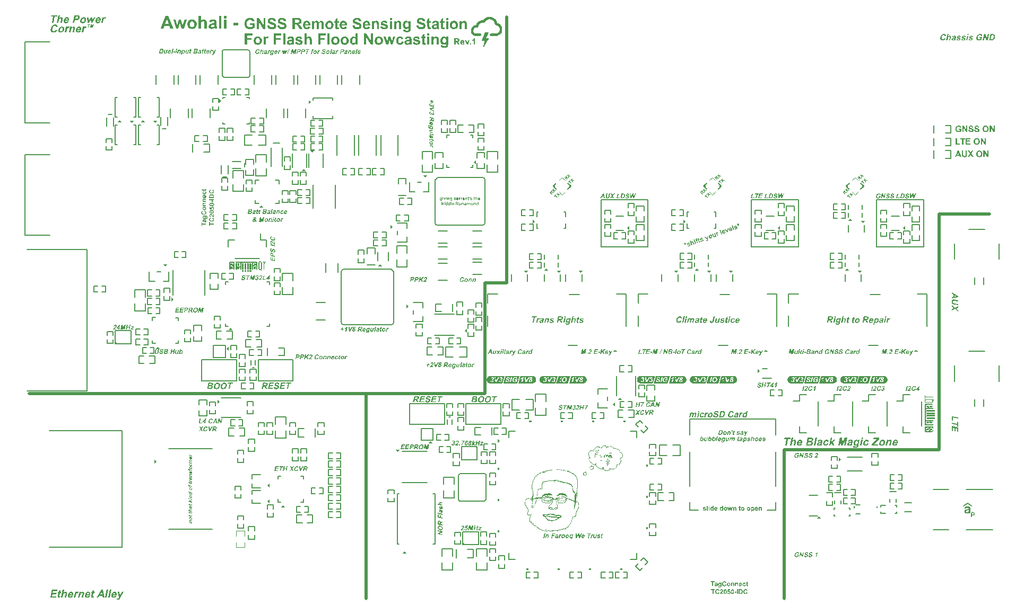
<source format=gbr>
%TF.GenerationSoftware,KiCad,Pcbnew,9.0.2*%
%TF.CreationDate,2025-05-17T09:42:03-04:00*%
%TF.ProjectId,mainBoard,6d61696e-426f-4617-9264-2e6b69636164,01*%
%TF.SameCoordinates,PX42c1d80PY2faf080*%
%TF.FileFunction,Legend,Top*%
%TF.FilePolarity,Positive*%
%FSLAX46Y46*%
G04 Gerber Fmt 4.6, Leading zero omitted, Abs format (unit mm)*
G04 Created by KiCad (PCBNEW 9.0.2) date 2025-05-17 09:42:03*
%MOMM*%
%LPD*%
G01*
G04 APERTURE LIST*
%ADD10C,0.200000*%
%ADD11C,0.500000*%
%ADD12C,0.150000*%
%ADD13C,0.187500*%
%ADD14C,0.125000*%
%ADD15C,0.250000*%
%ADD16C,0.437500*%
%ADD17C,0.100000*%
%ADD18C,0.000000*%
%ADD19C,0.120000*%
%ADD20C,0.127000*%
G04 APERTURE END LIST*
D10*
X118500000Y-32750000D02*
X126000000Y-32750000D01*
X126000000Y-40250000D01*
X118500000Y-40250000D01*
X118500000Y-32750000D01*
D11*
X123750000Y-72750000D02*
X148500000Y-72750000D01*
D10*
X94500000Y-32750000D02*
X102000000Y-32750000D01*
X102000000Y-40250000D01*
X94500000Y-40250000D01*
X94500000Y-32750000D01*
D11*
X79500000Y-46000000D02*
X79500000Y-3500000D01*
X76000000Y-63750000D02*
X76000000Y-46000000D01*
D10*
X138500000Y-32750000D02*
X146000000Y-32750000D01*
X146000000Y-40250000D01*
X138500000Y-40250000D01*
X138500000Y-32750000D01*
D12*
X152400000Y-81650000D02*
X153000000Y-81250000D01*
D11*
X148500000Y-72750000D02*
X148500000Y-35000000D01*
X76000000Y-46000000D02*
X79500000Y-46000000D01*
D12*
X153600000Y-81650000D02*
X153000000Y-81250000D01*
D11*
X123750000Y-96500000D02*
X123750000Y-72750000D01*
X148500000Y-35000000D02*
X156500000Y-35000000D01*
X3250000Y-63750000D02*
X76000000Y-63750000D01*
X57000000Y-96500000D02*
X57000000Y-64000000D01*
D12*
G36*
X87725840Y-66070915D02*
G01*
X87873210Y-66056260D01*
X87876255Y-66103631D01*
X87886939Y-66138098D01*
X87903893Y-66162918D01*
X87927948Y-66180946D01*
X87960519Y-66192618D01*
X88004322Y-66196944D01*
X88051248Y-66193148D01*
X88088736Y-66182681D01*
X88118674Y-66166398D01*
X88144257Y-66143870D01*
X88160847Y-66120217D01*
X88169873Y-66094957D01*
X88171012Y-66070060D01*
X88163874Y-66050307D01*
X88148171Y-66034289D01*
X88117117Y-66018250D01*
X88005330Y-65984911D01*
X87931026Y-65959928D01*
X87882776Y-65934679D01*
X87853564Y-65909760D01*
X87830921Y-65877029D01*
X87817469Y-65841466D01*
X87812811Y-65802050D01*
X87817568Y-65757444D01*
X87828729Y-65720315D01*
X87846635Y-65684405D01*
X87871882Y-65649321D01*
X87902349Y-65618665D01*
X87938025Y-65593147D01*
X87979547Y-65572613D01*
X88023856Y-65558331D01*
X88073593Y-65549398D01*
X88129573Y-65546281D01*
X88200133Y-65551088D01*
X88253996Y-65564014D01*
X88294649Y-65583423D01*
X88324845Y-65608609D01*
X88348042Y-65641233D01*
X88362451Y-65678839D01*
X88368044Y-65722793D01*
X88363726Y-65774892D01*
X88214112Y-65780754D01*
X88212168Y-65743031D01*
X88203909Y-65716306D01*
X88190573Y-65697635D01*
X88171441Y-65684620D01*
X88143018Y-65675736D01*
X88101913Y-65672310D01*
X88059515Y-65675624D01*
X88024309Y-65684909D01*
X87994980Y-65699559D01*
X87978960Y-65712777D01*
X87968070Y-65728198D01*
X87961733Y-65746270D01*
X87960664Y-65763501D01*
X87964794Y-65778465D01*
X87974235Y-65792020D01*
X87992321Y-65805129D01*
X88030540Y-65821838D01*
X88099989Y-65842715D01*
X88194947Y-65872021D01*
X88248779Y-65897258D01*
X88276735Y-65918382D01*
X88298288Y-65943688D01*
X88314038Y-65973691D01*
X88322783Y-66006531D01*
X88324687Y-66045909D01*
X88318480Y-66093492D01*
X88306047Y-66135037D01*
X88286173Y-66175255D01*
X88258213Y-66214575D01*
X88224534Y-66248919D01*
X88185852Y-66276783D01*
X88141572Y-66298473D01*
X88094206Y-66313219D01*
X88039398Y-66322589D01*
X87975975Y-66325904D01*
X87905272Y-66320980D01*
X87850293Y-66307621D01*
X87807874Y-66287349D01*
X87775528Y-66260783D01*
X87750718Y-66226685D01*
X87733718Y-66184983D01*
X87724962Y-66133844D01*
X87725840Y-66070915D01*
G37*
G36*
X88578598Y-66311250D02*
G01*
X88708978Y-65684034D01*
X88490946Y-65684034D01*
X88517187Y-65558005D01*
X89101034Y-65558005D01*
X89074793Y-65684034D01*
X88857264Y-65684034D01*
X88726884Y-66311250D01*
X88578598Y-66311250D01*
G37*
G36*
X89052353Y-66311250D02*
G01*
X89208974Y-65558005D01*
X89430945Y-65558005D01*
X89457415Y-66071830D01*
X89696055Y-65558005D01*
X89918576Y-65558005D01*
X89761955Y-66311250D01*
X89624110Y-66311250D01*
X89747392Y-65718335D01*
X89478343Y-66311250D01*
X89335461Y-66311250D01*
X89313434Y-65718335D01*
X89190152Y-66311250D01*
X89052353Y-66311250D01*
G37*
G36*
X89934421Y-66109062D02*
G01*
X90074418Y-66091431D01*
X90074324Y-66127971D01*
X90080500Y-66155564D01*
X90091820Y-66176382D01*
X90108661Y-66192580D01*
X90129279Y-66202314D01*
X90154881Y-66205737D01*
X90182688Y-66202113D01*
X90209252Y-66191123D01*
X90235298Y-66171894D01*
X90256664Y-66147324D01*
X90272967Y-66117229D01*
X90284116Y-66080532D01*
X90287955Y-66044578D01*
X90283990Y-66016517D01*
X90273491Y-65994299D01*
X90256774Y-65976646D01*
X90236178Y-65966150D01*
X90210431Y-65962471D01*
X90182074Y-65964869D01*
X90143615Y-65973233D01*
X90183274Y-65856958D01*
X90220299Y-65854603D01*
X90250646Y-65846020D01*
X90275689Y-65831770D01*
X90296571Y-65811938D01*
X90311402Y-65788485D01*
X90320569Y-65760696D01*
X90322952Y-65735940D01*
X90319508Y-65716384D01*
X90310998Y-65700612D01*
X90297878Y-65688521D01*
X90280375Y-65680939D01*
X90257051Y-65678172D01*
X90233869Y-65680923D01*
X90211727Y-65689224D01*
X90190097Y-65703589D01*
X90171917Y-65722267D01*
X90156392Y-65746638D01*
X90143661Y-65777823D01*
X90018456Y-65755475D01*
X90049513Y-65691627D01*
X90082066Y-65645932D01*
X90107670Y-65620796D01*
X90137377Y-65599347D01*
X90171642Y-65581498D01*
X90208106Y-65568486D01*
X90246114Y-65560651D01*
X90286039Y-65558005D01*
X90337102Y-65562746D01*
X90378252Y-65575945D01*
X90411545Y-65596828D01*
X90438355Y-65625690D01*
X90455038Y-65654360D01*
X90464744Y-65684317D01*
X90467806Y-65716204D01*
X90463955Y-65750804D01*
X90452459Y-65787333D01*
X90433729Y-65820977D01*
X90407142Y-65852290D01*
X90371557Y-65881541D01*
X90325377Y-65908707D01*
X90362756Y-65922191D01*
X90391609Y-65942766D01*
X90413442Y-65970806D01*
X90427018Y-66003950D01*
X90431879Y-66042208D01*
X90427089Y-66087264D01*
X90412912Y-66134557D01*
X90390904Y-66178097D01*
X90360654Y-66218492D01*
X90321302Y-66256112D01*
X90276742Y-66287060D01*
X90230561Y-66308656D01*
X90182186Y-66321553D01*
X90130884Y-66325904D01*
X90081531Y-66321738D01*
X90040584Y-66310038D01*
X90006449Y-66291472D01*
X89977973Y-66265958D01*
X89955824Y-66234592D01*
X89941067Y-66198735D01*
X89933694Y-66157344D01*
X89934421Y-66109062D01*
G37*
G36*
X90984284Y-66176427D02*
G01*
X90956257Y-66311250D01*
X90462673Y-66311250D01*
X90481565Y-66262373D01*
X90507353Y-66214702D01*
X90540525Y-66167955D01*
X90579698Y-66124550D01*
X90642508Y-66065931D01*
X90736255Y-65988345D01*
X90838741Y-65903814D01*
X90878496Y-65865705D01*
X90901747Y-65834691D01*
X90917141Y-65805555D01*
X90925849Y-65777823D01*
X90929155Y-65746107D01*
X90925396Y-65722216D01*
X90915865Y-65704001D01*
X90900708Y-65690206D01*
X90879833Y-65681421D01*
X90851293Y-65678172D01*
X90822929Y-65681272D01*
X90797923Y-65690295D01*
X90775502Y-65705329D01*
X90757351Y-65725452D01*
X90740956Y-65754641D01*
X90726730Y-65795409D01*
X90589389Y-65781075D01*
X90612073Y-65722346D01*
X90638838Y-65675382D01*
X90669348Y-65638373D01*
X90703649Y-65609937D01*
X90743244Y-65587351D01*
X90785459Y-65571202D01*
X90830787Y-65561366D01*
X90879824Y-65558005D01*
X90934233Y-65562358D01*
X90977363Y-65574324D01*
X91011484Y-65592853D01*
X91038277Y-65617768D01*
X91058591Y-65648856D01*
X91070633Y-65683246D01*
X91074544Y-65721973D01*
X91069555Y-65766374D01*
X91054901Y-65815543D01*
X91031728Y-65862636D01*
X91000380Y-65907687D01*
X90955432Y-65958349D01*
X90916379Y-65994378D01*
X90843371Y-66053879D01*
X90741750Y-66136585D01*
X90704656Y-66176427D01*
X90984284Y-66176427D01*
G37*
G36*
X91095475Y-66311250D02*
G01*
X91252096Y-65558005D01*
X91400473Y-65558005D01*
X91338924Y-65854027D01*
X91629543Y-65854027D01*
X91691092Y-65558005D01*
X91839469Y-65558005D01*
X91682849Y-66311250D01*
X91534471Y-66311250D01*
X91603348Y-65980056D01*
X91312729Y-65980056D01*
X91243853Y-66311250D01*
X91095475Y-66311250D01*
G37*
G36*
X91948325Y-65701619D02*
G01*
X91976352Y-65566797D01*
X92457984Y-65566797D01*
X92436048Y-65672310D01*
X92390110Y-65714616D01*
X92337948Y-65771348D01*
X92278786Y-65845188D01*
X92224888Y-65922024D01*
X92177004Y-66001787D01*
X92134988Y-66084653D01*
X92098436Y-66170612D01*
X92072640Y-66245724D01*
X92056082Y-66311250D01*
X91920299Y-66311250D01*
X91941176Y-66234859D01*
X91969341Y-66156416D01*
X92005263Y-66075646D01*
X92049488Y-65992284D01*
X92115761Y-65886985D01*
X92188738Y-65790262D01*
X92268528Y-65701619D01*
X91948325Y-65701619D01*
G37*
D13*
G36*
X132162273Y-63272500D02*
G01*
X132318894Y-62519255D01*
X132467226Y-62519255D01*
X132310605Y-63272500D01*
X132162273Y-63272500D01*
G37*
G36*
X132930951Y-63137677D02*
G01*
X132902924Y-63272500D01*
X132409340Y-63272500D01*
X132428233Y-63223623D01*
X132454021Y-63175952D01*
X132487193Y-63129205D01*
X132526366Y-63085800D01*
X132589175Y-63027181D01*
X132682923Y-62949595D01*
X132785409Y-62865064D01*
X132825164Y-62826955D01*
X132848414Y-62795941D01*
X132863808Y-62766805D01*
X132872516Y-62739073D01*
X132875822Y-62707357D01*
X132872064Y-62683466D01*
X132862533Y-62665251D01*
X132847375Y-62651456D01*
X132826501Y-62642671D01*
X132797961Y-62639422D01*
X132769597Y-62642522D01*
X132744591Y-62651545D01*
X132722169Y-62666579D01*
X132704019Y-62686702D01*
X132687624Y-62715891D01*
X132673397Y-62756659D01*
X132536056Y-62742325D01*
X132558740Y-62683596D01*
X132585506Y-62636632D01*
X132616016Y-62599623D01*
X132650316Y-62571187D01*
X132689912Y-62548601D01*
X132732127Y-62532452D01*
X132777455Y-62522616D01*
X132826492Y-62519255D01*
X132880901Y-62523608D01*
X132924031Y-62535574D01*
X132958152Y-62554103D01*
X132984944Y-62579018D01*
X133005258Y-62610106D01*
X133017300Y-62644496D01*
X133021211Y-62683223D01*
X133016223Y-62727624D01*
X133001568Y-62776793D01*
X132978395Y-62823886D01*
X132947047Y-62868937D01*
X132902100Y-62919599D01*
X132863047Y-62955628D01*
X132790038Y-63015129D01*
X132688418Y-63097835D01*
X132651324Y-63137677D01*
X132930951Y-63137677D01*
G37*
G36*
X133569616Y-62994063D02*
G01*
X133703705Y-63040957D01*
X133670764Y-63101385D01*
X133635064Y-63151283D01*
X133596709Y-63191924D01*
X133555602Y-63224323D01*
X133509693Y-63250254D01*
X133460219Y-63268893D01*
X133406559Y-63280305D01*
X133347965Y-63284223D01*
X133289670Y-63279706D01*
X133239876Y-63266894D01*
X133197113Y-63246440D01*
X133160256Y-63218354D01*
X133128605Y-63182008D01*
X133105118Y-63141059D01*
X133089143Y-63094003D01*
X133081015Y-63039598D01*
X133081656Y-62976339D01*
X133092518Y-62902517D01*
X133112297Y-62827462D01*
X133137958Y-62761803D01*
X133169137Y-62704462D01*
X133205704Y-62654531D01*
X133247765Y-62611304D01*
X133296437Y-62573529D01*
X133347343Y-62544681D01*
X133400909Y-62524172D01*
X133457704Y-62511753D01*
X133518416Y-62507531D01*
X133572898Y-62511243D01*
X133619150Y-62521710D01*
X133658504Y-62538240D01*
X133692037Y-62560595D01*
X133720512Y-62589001D01*
X133742311Y-62623317D01*
X133758131Y-62668489D01*
X133766903Y-62727349D01*
X133612755Y-62762520D01*
X133608111Y-62725028D01*
X133596248Y-62694830D01*
X133577493Y-62670334D01*
X133552707Y-62651982D01*
X133522117Y-62640567D01*
X133484070Y-62636491D01*
X133444512Y-62640221D01*
X133407583Y-62651267D01*
X133372591Y-62669824D01*
X133339035Y-62696621D01*
X133311866Y-62728066D01*
X133287312Y-62769543D01*
X133265704Y-62823118D01*
X133247719Y-62891252D01*
X133236187Y-62966810D01*
X133235377Y-63023185D01*
X133242470Y-63064609D01*
X133255550Y-63094675D01*
X133276801Y-63121022D01*
X133302780Y-63139623D01*
X133334405Y-63151161D01*
X133373245Y-63155263D01*
X133411381Y-63151020D01*
X133447708Y-63138273D01*
X133483016Y-63116383D01*
X133513380Y-63087589D01*
X133542297Y-63047629D01*
X133569616Y-62994063D01*
G37*
G36*
X134271845Y-63137677D02*
G01*
X134243818Y-63272500D01*
X133750233Y-63272500D01*
X133769126Y-63223623D01*
X133794914Y-63175952D01*
X133828086Y-63129205D01*
X133867259Y-63085800D01*
X133930069Y-63027181D01*
X134023816Y-62949595D01*
X134126302Y-62865064D01*
X134166057Y-62826955D01*
X134189308Y-62795941D01*
X134204702Y-62766805D01*
X134213409Y-62739073D01*
X134216716Y-62707357D01*
X134212957Y-62683466D01*
X134203426Y-62665251D01*
X134188268Y-62651456D01*
X134167394Y-62642671D01*
X134138854Y-62639422D01*
X134110490Y-62642522D01*
X134085484Y-62651545D01*
X134063063Y-62666579D01*
X134044912Y-62686702D01*
X134028517Y-62715891D01*
X134014290Y-62756659D01*
X133876950Y-62742325D01*
X133899634Y-62683596D01*
X133926399Y-62636632D01*
X133956909Y-62599623D01*
X133991209Y-62571187D01*
X134030805Y-62548601D01*
X134073020Y-62532452D01*
X134118348Y-62522616D01*
X134167385Y-62519255D01*
X134221794Y-62523608D01*
X134264924Y-62535574D01*
X134299045Y-62554103D01*
X134325837Y-62579018D01*
X134346152Y-62610106D01*
X134358194Y-62644496D01*
X134362104Y-62683223D01*
X134357116Y-62727624D01*
X134342462Y-62776793D01*
X134319289Y-62823886D01*
X134287941Y-62868937D01*
X134242993Y-62919599D01*
X134203940Y-62955628D01*
X134130932Y-63015129D01*
X134029311Y-63097835D01*
X133992217Y-63137677D01*
X134271845Y-63137677D01*
G37*
G36*
X125749609Y-89574494D02*
G01*
X125775804Y-89448464D01*
X126095503Y-89448464D01*
X126033038Y-89748929D01*
X125993901Y-89776649D01*
X125943909Y-89803675D01*
X125881134Y-89829758D01*
X125816616Y-89849456D01*
X125754634Y-89860914D01*
X125694700Y-89864654D01*
X125636817Y-89861222D01*
X125586431Y-89851467D01*
X125542478Y-89835982D01*
X125504054Y-89815058D01*
X125469668Y-89787634D01*
X125441930Y-89755248D01*
X125420332Y-89717360D01*
X125404815Y-89673091D01*
X125394174Y-89611239D01*
X125393477Y-89544652D01*
X125403487Y-89472278D01*
X125424820Y-89395866D01*
X125455339Y-89326390D01*
X125495078Y-89262992D01*
X125530998Y-89219763D01*
X125571120Y-89182147D01*
X125615697Y-89149812D01*
X125665117Y-89122583D01*
X125718645Y-89102227D01*
X125779467Y-89089491D01*
X125848848Y-89085031D01*
X125918538Y-89089433D01*
X125973620Y-89101431D01*
X126016838Y-89119658D01*
X126050440Y-89143420D01*
X126078302Y-89174660D01*
X126098467Y-89211214D01*
X126111156Y-89254125D01*
X126115836Y-89304849D01*
X125962421Y-89334159D01*
X125955917Y-89298686D01*
X125942522Y-89269830D01*
X125922304Y-89246231D01*
X125896420Y-89228953D01*
X125863631Y-89217970D01*
X125822012Y-89213991D01*
X125774486Y-89218066D01*
X125731193Y-89229976D01*
X125691296Y-89249651D01*
X125654171Y-89277555D01*
X125623186Y-89311168D01*
X125596617Y-89352851D01*
X125574599Y-89403927D01*
X125557634Y-89466050D01*
X125547602Y-89536146D01*
X125548315Y-89591245D01*
X125557478Y-89634427D01*
X125573709Y-89668283D01*
X125598473Y-89697383D01*
X125628906Y-89718118D01*
X125666153Y-89731071D01*
X125712057Y-89735694D01*
X125758806Y-89731141D01*
X125809464Y-89716780D01*
X125858080Y-89695475D01*
X125899406Y-89670893D01*
X125919465Y-89574494D01*
X125749609Y-89574494D01*
G37*
G36*
X126168318Y-89850000D02*
G01*
X126324939Y-89096755D01*
X126469240Y-89096755D01*
X126665062Y-89601009D01*
X126769934Y-89096755D01*
X126907733Y-89096755D01*
X126751112Y-89850000D01*
X126602276Y-89850000D01*
X126409386Y-89353255D01*
X126306117Y-89850000D01*
X126168318Y-89850000D01*
G37*
G36*
X126936813Y-89609665D02*
G01*
X127084183Y-89595010D01*
X127087228Y-89642381D01*
X127097912Y-89676848D01*
X127114866Y-89701668D01*
X127138921Y-89719696D01*
X127171492Y-89731368D01*
X127215295Y-89735694D01*
X127262220Y-89731898D01*
X127299708Y-89721431D01*
X127329647Y-89705148D01*
X127355229Y-89682620D01*
X127371820Y-89658967D01*
X127380846Y-89633707D01*
X127381985Y-89608810D01*
X127374847Y-89589057D01*
X127359144Y-89573039D01*
X127328090Y-89557000D01*
X127216303Y-89523661D01*
X127141999Y-89498678D01*
X127093749Y-89473429D01*
X127064536Y-89448510D01*
X127041894Y-89415779D01*
X127028442Y-89380216D01*
X127023784Y-89340800D01*
X127028541Y-89296194D01*
X127039702Y-89259065D01*
X127057607Y-89223155D01*
X127082855Y-89188071D01*
X127113322Y-89157415D01*
X127148998Y-89131897D01*
X127190520Y-89111363D01*
X127234829Y-89097081D01*
X127284565Y-89088148D01*
X127340546Y-89085031D01*
X127411106Y-89089838D01*
X127464968Y-89102764D01*
X127505622Y-89122173D01*
X127535818Y-89147359D01*
X127559015Y-89179983D01*
X127573424Y-89217589D01*
X127579017Y-89261543D01*
X127574699Y-89313642D01*
X127425085Y-89319504D01*
X127423140Y-89281781D01*
X127414882Y-89255056D01*
X127401546Y-89236385D01*
X127382414Y-89223370D01*
X127353991Y-89214486D01*
X127312886Y-89211060D01*
X127270487Y-89214374D01*
X127235281Y-89223659D01*
X127205953Y-89238309D01*
X127189933Y-89251527D01*
X127179043Y-89266948D01*
X127172706Y-89285020D01*
X127171637Y-89302251D01*
X127175767Y-89317215D01*
X127185208Y-89330770D01*
X127203294Y-89343879D01*
X127241513Y-89360588D01*
X127310962Y-89381465D01*
X127405920Y-89410771D01*
X127459752Y-89436008D01*
X127487708Y-89457132D01*
X127509261Y-89482438D01*
X127525011Y-89512441D01*
X127533756Y-89545281D01*
X127535660Y-89584659D01*
X127529453Y-89632242D01*
X127517020Y-89673787D01*
X127497146Y-89714005D01*
X127469186Y-89753325D01*
X127435507Y-89787669D01*
X127396825Y-89815533D01*
X127352545Y-89837223D01*
X127305179Y-89851969D01*
X127250371Y-89861339D01*
X127186948Y-89864654D01*
X127116245Y-89859730D01*
X127061266Y-89846371D01*
X127018847Y-89826099D01*
X126986501Y-89799533D01*
X126961691Y-89765435D01*
X126944690Y-89723733D01*
X126935935Y-89672594D01*
X126936813Y-89609665D01*
G37*
G36*
X127636568Y-89609665D02*
G01*
X127783939Y-89595010D01*
X127786983Y-89642381D01*
X127797668Y-89676848D01*
X127814622Y-89701668D01*
X127838676Y-89719696D01*
X127871247Y-89731368D01*
X127915051Y-89735694D01*
X127961976Y-89731898D01*
X127999464Y-89721431D01*
X128029403Y-89705148D01*
X128054985Y-89682620D01*
X128071576Y-89658967D01*
X128080602Y-89633707D01*
X128081741Y-89608810D01*
X128074603Y-89589057D01*
X128058899Y-89573039D01*
X128027846Y-89557000D01*
X127916059Y-89523661D01*
X127841754Y-89498678D01*
X127793505Y-89473429D01*
X127764292Y-89448510D01*
X127741650Y-89415779D01*
X127728197Y-89380216D01*
X127723539Y-89340800D01*
X127728297Y-89296194D01*
X127739458Y-89259065D01*
X127757363Y-89223155D01*
X127782610Y-89188071D01*
X127813078Y-89157415D01*
X127848754Y-89131897D01*
X127890276Y-89111363D01*
X127934585Y-89097081D01*
X127984321Y-89088148D01*
X128040302Y-89085031D01*
X128110862Y-89089838D01*
X128164724Y-89102764D01*
X128205378Y-89122173D01*
X128235574Y-89147359D01*
X128258771Y-89179983D01*
X128273180Y-89217589D01*
X128278773Y-89261543D01*
X128274454Y-89313642D01*
X128124840Y-89319504D01*
X128122896Y-89281781D01*
X128114637Y-89255056D01*
X128101302Y-89236385D01*
X128082169Y-89223370D01*
X128053747Y-89214486D01*
X128012641Y-89211060D01*
X127970243Y-89214374D01*
X127935037Y-89223659D01*
X127905709Y-89238309D01*
X127889689Y-89251527D01*
X127878799Y-89266948D01*
X127872461Y-89285020D01*
X127871393Y-89302251D01*
X127875523Y-89317215D01*
X127884963Y-89330770D01*
X127903049Y-89343879D01*
X127941269Y-89360588D01*
X128010718Y-89381465D01*
X128105676Y-89410771D01*
X128159508Y-89436008D01*
X128187464Y-89457132D01*
X128209017Y-89482438D01*
X128224766Y-89512441D01*
X128233511Y-89545281D01*
X128235415Y-89584659D01*
X128229208Y-89632242D01*
X128216776Y-89673787D01*
X128196902Y-89714005D01*
X128168942Y-89753325D01*
X128135263Y-89787669D01*
X128096581Y-89815533D01*
X128052300Y-89837223D01*
X128004934Y-89851969D01*
X127950126Y-89861339D01*
X127886704Y-89864654D01*
X127816001Y-89859730D01*
X127761022Y-89846371D01*
X127718603Y-89826099D01*
X127686257Y-89799533D01*
X127661446Y-89765435D01*
X127644446Y-89723733D01*
X127635690Y-89672594D01*
X127636568Y-89609665D01*
G37*
G36*
X128944809Y-89850000D02*
G01*
X128803988Y-89850000D01*
X128916462Y-89308971D01*
X128852315Y-89354448D01*
X128784192Y-89391072D01*
X128711619Y-89419155D01*
X128739050Y-89287264D01*
X128777278Y-89272577D01*
X128821721Y-89249768D01*
X128873368Y-89217197D01*
X128920623Y-89179864D01*
X128958207Y-89139783D01*
X128987170Y-89096755D01*
X129101430Y-89096755D01*
X128944809Y-89850000D01*
G37*
D12*
G36*
X46253601Y-57500478D02*
G01*
X46304152Y-57508066D01*
X46340662Y-57523765D01*
X46370499Y-57547988D01*
X46394598Y-57581797D01*
X46406343Y-57610271D01*
X46412736Y-57643450D01*
X46413207Y-57682407D01*
X46406734Y-57728388D01*
X46394420Y-57773556D01*
X46378061Y-57812131D01*
X46357916Y-57844984D01*
X46320650Y-57887782D01*
X46280110Y-57919218D01*
X46236212Y-57942077D01*
X46195754Y-57954893D01*
X46134720Y-57962587D01*
X46039637Y-57965701D01*
X45942917Y-57965701D01*
X45883795Y-58250000D01*
X45735509Y-58250000D01*
X45820828Y-57839672D01*
X45969112Y-57839672D01*
X46050308Y-57839672D01*
X46131062Y-57835911D01*
X46170063Y-57827673D01*
X46199672Y-57812264D01*
X46224193Y-57790167D01*
X46242492Y-57762615D01*
X46253319Y-57730724D01*
X46256144Y-57703231D01*
X46252820Y-57680714D01*
X46244068Y-57661893D01*
X46230403Y-57646191D01*
X46213152Y-57634964D01*
X46191541Y-57628005D01*
X46159281Y-57624467D01*
X46085845Y-57622784D01*
X46014175Y-57622784D01*
X45969112Y-57839672D01*
X45820828Y-57839672D01*
X45892130Y-57496755D01*
X46130129Y-57496755D01*
X46253601Y-57500478D01*
G37*
G36*
X46953357Y-57500478D02*
G01*
X47003908Y-57508066D01*
X47040418Y-57523765D01*
X47070254Y-57547988D01*
X47094354Y-57581797D01*
X47106099Y-57610271D01*
X47112492Y-57643450D01*
X47112962Y-57682407D01*
X47106490Y-57728388D01*
X47094176Y-57773556D01*
X47077816Y-57812131D01*
X47057672Y-57844984D01*
X47020406Y-57887782D01*
X46979865Y-57919218D01*
X46935968Y-57942077D01*
X46895510Y-57954893D01*
X46834476Y-57962587D01*
X46739393Y-57965701D01*
X46642673Y-57965701D01*
X46583551Y-58250000D01*
X46435265Y-58250000D01*
X46520583Y-57839672D01*
X46668868Y-57839672D01*
X46750063Y-57839672D01*
X46830818Y-57835911D01*
X46869819Y-57827673D01*
X46899428Y-57812264D01*
X46923949Y-57790167D01*
X46942248Y-57762615D01*
X46953075Y-57730724D01*
X46955899Y-57703231D01*
X46952576Y-57680714D01*
X46943824Y-57661893D01*
X46930159Y-57646191D01*
X46912908Y-57634964D01*
X46891297Y-57628005D01*
X46859036Y-57624467D01*
X46785601Y-57622784D01*
X46713931Y-57622784D01*
X46668868Y-57839672D01*
X46520583Y-57839672D01*
X46591885Y-57496755D01*
X46829885Y-57496755D01*
X46953357Y-57500478D01*
G37*
G36*
X47137036Y-58250000D02*
G01*
X47293656Y-57496755D01*
X47441942Y-57496755D01*
X47372745Y-57829459D01*
X47741628Y-57496755D01*
X47941114Y-57496755D01*
X47603555Y-57789571D01*
X47799514Y-58250000D01*
X47607585Y-58250000D01*
X47478945Y-57897053D01*
X47332537Y-58022945D01*
X47285321Y-58250000D01*
X47137036Y-58250000D01*
G37*
G36*
X48365180Y-58115177D02*
G01*
X48337153Y-58250000D01*
X47843569Y-58250000D01*
X47862462Y-58201123D01*
X47888249Y-58153452D01*
X47921421Y-58106705D01*
X47960595Y-58063300D01*
X48023404Y-58004681D01*
X48117152Y-57927095D01*
X48219638Y-57842564D01*
X48259392Y-57804455D01*
X48282643Y-57773441D01*
X48298037Y-57744305D01*
X48306745Y-57716573D01*
X48310051Y-57684857D01*
X48306293Y-57660966D01*
X48296762Y-57642751D01*
X48281604Y-57628956D01*
X48260730Y-57620171D01*
X48232190Y-57616922D01*
X48203826Y-57620022D01*
X48178820Y-57629045D01*
X48156398Y-57644079D01*
X48138248Y-57664202D01*
X48121853Y-57693391D01*
X48107626Y-57734159D01*
X47970285Y-57719825D01*
X47992969Y-57661096D01*
X48019735Y-57614132D01*
X48050244Y-57577123D01*
X48084545Y-57548687D01*
X48124141Y-57526101D01*
X48166356Y-57509952D01*
X48211684Y-57500116D01*
X48260721Y-57496755D01*
X48315130Y-57501108D01*
X48358259Y-57513074D01*
X48392381Y-57531603D01*
X48419173Y-57556518D01*
X48439487Y-57587606D01*
X48451529Y-57621996D01*
X48455440Y-57660723D01*
X48450451Y-57705124D01*
X48435797Y-57754293D01*
X48412624Y-57801386D01*
X48381276Y-57846437D01*
X48336329Y-57897099D01*
X48297276Y-57933128D01*
X48224267Y-57992629D01*
X48122647Y-58075335D01*
X48085553Y-58115177D01*
X48365180Y-58115177D01*
G37*
G36*
X49295471Y-57971563D02*
G01*
X49429560Y-58018457D01*
X49396619Y-58078885D01*
X49360919Y-58128783D01*
X49322564Y-58169424D01*
X49281457Y-58201823D01*
X49235548Y-58227754D01*
X49186074Y-58246393D01*
X49132414Y-58257805D01*
X49073820Y-58261723D01*
X49015525Y-58257206D01*
X48965731Y-58244394D01*
X48922968Y-58223940D01*
X48886111Y-58195854D01*
X48854460Y-58159508D01*
X48830973Y-58118559D01*
X48814998Y-58071503D01*
X48806870Y-58017098D01*
X48807511Y-57953839D01*
X48818373Y-57880017D01*
X48838152Y-57804962D01*
X48863813Y-57739303D01*
X48894992Y-57681962D01*
X48931559Y-57632031D01*
X48973620Y-57588804D01*
X49022292Y-57551029D01*
X49073197Y-57522181D01*
X49126763Y-57501672D01*
X49183559Y-57489253D01*
X49244271Y-57485031D01*
X49298753Y-57488743D01*
X49345005Y-57499210D01*
X49384359Y-57515740D01*
X49417892Y-57538095D01*
X49446367Y-57566501D01*
X49468165Y-57600817D01*
X49483985Y-57645989D01*
X49492758Y-57704849D01*
X49338610Y-57740020D01*
X49333966Y-57702528D01*
X49322102Y-57672330D01*
X49303347Y-57647834D01*
X49278562Y-57629482D01*
X49247972Y-57618067D01*
X49209925Y-57613991D01*
X49170367Y-57617721D01*
X49133438Y-57628767D01*
X49098446Y-57647324D01*
X49064890Y-57674121D01*
X49037721Y-57705566D01*
X49013167Y-57747043D01*
X48991559Y-57800618D01*
X48973574Y-57868752D01*
X48962042Y-57944310D01*
X48961232Y-58000685D01*
X48968325Y-58042109D01*
X48981405Y-58072175D01*
X49002656Y-58098522D01*
X49028635Y-58117123D01*
X49060260Y-58128661D01*
X49099099Y-58132763D01*
X49137236Y-58128520D01*
X49173563Y-58115773D01*
X49208871Y-58093883D01*
X49239235Y-58065089D01*
X49268151Y-58025129D01*
X49295471Y-57971563D01*
G37*
G36*
X49930365Y-57693806D02*
G01*
X49971564Y-57704031D01*
X50006864Y-57720307D01*
X50037202Y-57742559D01*
X50063187Y-57771207D01*
X50087348Y-57812874D01*
X50101490Y-57859837D01*
X50105396Y-57913561D01*
X50097808Y-57975867D01*
X50080328Y-58036108D01*
X50054508Y-58090130D01*
X50020227Y-58138781D01*
X49976908Y-58182634D01*
X49926998Y-58219104D01*
X49875298Y-58244456D01*
X49821139Y-58259562D01*
X49763638Y-58264654D01*
X49715777Y-58260755D01*
X49671867Y-58249340D01*
X49631152Y-58230491D01*
X49595811Y-58204089D01*
X49569353Y-58171072D01*
X49551010Y-58130382D01*
X49541906Y-58085975D01*
X49541007Y-58033040D01*
X49541118Y-58032244D01*
X49686093Y-58032244D01*
X49690683Y-58073089D01*
X49703875Y-58103637D01*
X49725849Y-58127957D01*
X49753151Y-58142365D01*
X49787544Y-58147418D01*
X49822648Y-58142743D01*
X49856191Y-58128547D01*
X49889118Y-58103637D01*
X49915711Y-58071758D01*
X49937141Y-58030073D01*
X49952911Y-57976371D01*
X49959230Y-57922270D01*
X49954666Y-57881748D01*
X49941554Y-57851258D01*
X49919768Y-57826920D01*
X49892580Y-57812496D01*
X49858206Y-57807431D01*
X49823095Y-57812105D01*
X49789459Y-57826310D01*
X49756357Y-57851258D01*
X49729571Y-57883110D01*
X49708139Y-57924463D01*
X49692518Y-57977424D01*
X49686093Y-58032244D01*
X49541118Y-58032244D01*
X49549865Y-57969639D01*
X49563324Y-57922715D01*
X49584343Y-57876102D01*
X49613566Y-57829413D01*
X49648867Y-57787394D01*
X49688569Y-57753098D01*
X49733047Y-57725915D01*
X49781276Y-57706004D01*
X49830758Y-57694162D01*
X49882066Y-57690195D01*
X49930365Y-57693806D01*
G37*
G36*
X50649416Y-58250000D02*
G01*
X50508549Y-58250000D01*
X50566571Y-57970967D01*
X50580473Y-57889692D01*
X50581363Y-57856433D01*
X50574115Y-57832920D01*
X50560435Y-57815995D01*
X50541047Y-57805402D01*
X50514594Y-57801570D01*
X50479147Y-57806631D01*
X50444664Y-57822178D01*
X50415131Y-57846162D01*
X50393464Y-57876720D01*
X50377397Y-57918274D01*
X50356599Y-58002337D01*
X50305125Y-58250000D01*
X50164304Y-58250000D01*
X50277647Y-57704849D01*
X50408439Y-57704849D01*
X50391816Y-57784763D01*
X50439880Y-57741595D01*
X50487878Y-57712571D01*
X50536531Y-57695758D01*
X50586859Y-57690195D01*
X50631446Y-57694704D01*
X50668467Y-57707460D01*
X50699082Y-57727833D01*
X50717697Y-57751561D01*
X50728409Y-57779726D01*
X50732580Y-57812377D01*
X50730319Y-57849807D01*
X50720124Y-57909784D01*
X50649416Y-58250000D01*
G37*
G36*
X51290553Y-58250000D02*
G01*
X51149686Y-58250000D01*
X51207709Y-57970967D01*
X51221610Y-57889692D01*
X51222501Y-57856433D01*
X51215252Y-57832920D01*
X51201572Y-57815995D01*
X51182185Y-57805402D01*
X51155731Y-57801570D01*
X51120284Y-57806631D01*
X51085801Y-57822178D01*
X51056268Y-57846162D01*
X51034602Y-57876720D01*
X51018535Y-57918274D01*
X50997736Y-58002337D01*
X50946262Y-58250000D01*
X50805441Y-58250000D01*
X50918785Y-57704849D01*
X51049577Y-57704849D01*
X51032953Y-57784763D01*
X51081017Y-57741595D01*
X51129015Y-57712571D01*
X51177668Y-57695758D01*
X51227996Y-57690195D01*
X51272584Y-57694704D01*
X51309604Y-57707460D01*
X51340219Y-57727833D01*
X51358834Y-57751561D01*
X51369546Y-57779726D01*
X51373718Y-57812377D01*
X51371456Y-57849807D01*
X51361261Y-57909784D01*
X51290553Y-58250000D01*
G37*
G36*
X51814513Y-57693872D02*
G01*
X51854133Y-57704179D01*
X51887175Y-57720436D01*
X51914740Y-57742542D01*
X51937507Y-57770978D01*
X51953140Y-57802459D01*
X51963408Y-57841152D01*
X51967532Y-57888714D01*
X51964212Y-57947088D01*
X51951703Y-58018457D01*
X51598940Y-58018457D01*
X51595253Y-58060646D01*
X51600245Y-58092901D01*
X51612358Y-58117788D01*
X51631510Y-58137333D01*
X51655573Y-58149109D01*
X51686135Y-58153279D01*
X51717679Y-58148726D01*
X51745532Y-58135236D01*
X51769231Y-58112942D01*
X51791739Y-58077076D01*
X51927157Y-58100523D01*
X51894468Y-58150939D01*
X51857553Y-58191266D01*
X51816240Y-58222705D01*
X51769923Y-58245745D01*
X51718699Y-58259806D01*
X51661451Y-58264654D01*
X51605412Y-58260222D01*
X51560748Y-58248016D01*
X51525211Y-58229088D01*
X51497120Y-58203639D01*
X51475521Y-58171002D01*
X51461444Y-58133456D01*
X51454005Y-58090214D01*
X51453893Y-58040047D01*
X51462286Y-57981546D01*
X51476458Y-57930530D01*
X51619686Y-57930530D01*
X51830208Y-57930530D01*
X51834033Y-57888619D01*
X51829566Y-57857548D01*
X51818576Y-57834451D01*
X51800983Y-57816235D01*
X51779336Y-57805379D01*
X51752309Y-57801570D01*
X51722855Y-57805338D01*
X51695301Y-57816659D01*
X51668870Y-57836283D01*
X51647366Y-57861409D01*
X51630923Y-57892431D01*
X51619686Y-57930530D01*
X51476458Y-57930530D01*
X51480954Y-57914344D01*
X51506288Y-57857141D01*
X51537924Y-57808574D01*
X51575905Y-57767589D01*
X51620941Y-57733011D01*
X51667331Y-57709121D01*
X51715697Y-57694956D01*
X51766872Y-57690195D01*
X51814513Y-57693872D01*
G37*
G36*
X52575942Y-57860188D02*
G01*
X52431595Y-57886566D01*
X52430051Y-57859108D01*
X52423623Y-57838460D01*
X52413002Y-57822956D01*
X52398109Y-57811511D01*
X52378599Y-57804230D01*
X52353055Y-57801570D01*
X52319493Y-57805786D01*
X52289205Y-57818264D01*
X52261235Y-57839580D01*
X52239287Y-57867423D01*
X52219762Y-57908445D01*
X52203487Y-57966617D01*
X52194188Y-58033635D01*
X52196422Y-58078052D01*
X52206235Y-58106568D01*
X52224850Y-58129022D01*
X52249782Y-58142557D01*
X52283171Y-58147418D01*
X52309097Y-58144722D01*
X52332418Y-58136830D01*
X52353742Y-58123650D01*
X52371688Y-58105879D01*
X52389438Y-58079425D01*
X52406865Y-58041905D01*
X52540267Y-58065352D01*
X52516349Y-58113494D01*
X52489399Y-58153786D01*
X52459514Y-58187157D01*
X52426603Y-58214325D01*
X52389811Y-58235883D01*
X52348963Y-58251558D01*
X52303385Y-58261277D01*
X52252259Y-58264654D01*
X52205275Y-58261187D01*
X52165918Y-58251449D01*
X52132866Y-58236088D01*
X52105084Y-58215254D01*
X52081900Y-58188588D01*
X52061335Y-58149901D01*
X52049433Y-58103346D01*
X52047111Y-58046857D01*
X52056300Y-57977928D01*
X52074962Y-57910994D01*
X52100313Y-57854255D01*
X52131980Y-57806295D01*
X52170010Y-57766032D01*
X52214837Y-57732830D01*
X52263248Y-57709343D01*
X52316016Y-57695084D01*
X52374167Y-57690195D01*
X52423579Y-57693315D01*
X52463248Y-57701878D01*
X52494931Y-57714988D01*
X52520072Y-57732189D01*
X52540895Y-57754674D01*
X52557283Y-57782725D01*
X52569150Y-57817421D01*
X52575942Y-57860188D01*
G37*
G36*
X52971478Y-57704849D02*
G01*
X52947710Y-57819155D01*
X52851494Y-57819155D01*
X52805469Y-58040531D01*
X52791914Y-58118887D01*
X52794327Y-58129060D01*
X52800615Y-58137251D01*
X52809993Y-58142561D01*
X52822963Y-58144487D01*
X52844672Y-58141685D01*
X52882452Y-58130656D01*
X52871094Y-58242993D01*
X52815845Y-58259144D01*
X52755323Y-58264654D01*
X52718902Y-58261177D01*
X52689378Y-58251465D01*
X52665356Y-58235710D01*
X52651642Y-58217347D01*
X52644941Y-58194347D01*
X52643674Y-58160790D01*
X52647161Y-58129261D01*
X52660435Y-58058437D01*
X52710169Y-57819155D01*
X52645506Y-57819155D01*
X52669273Y-57704849D01*
X52733937Y-57704849D01*
X52755873Y-57599337D01*
X52914875Y-57514340D01*
X52875262Y-57704849D01*
X52971478Y-57704849D01*
G37*
G36*
X53369793Y-57693806D02*
G01*
X53410992Y-57704031D01*
X53446292Y-57720307D01*
X53476630Y-57742559D01*
X53502615Y-57771207D01*
X53526776Y-57812874D01*
X53540918Y-57859837D01*
X53544824Y-57913561D01*
X53537236Y-57975867D01*
X53519756Y-58036108D01*
X53493936Y-58090130D01*
X53459655Y-58138781D01*
X53416336Y-58182634D01*
X53366425Y-58219104D01*
X53314726Y-58244456D01*
X53260567Y-58259562D01*
X53203066Y-58264654D01*
X53155204Y-58260755D01*
X53111295Y-58249340D01*
X53070580Y-58230491D01*
X53035239Y-58204089D01*
X53008780Y-58171072D01*
X52990437Y-58130382D01*
X52981334Y-58085975D01*
X52980435Y-58033040D01*
X52980546Y-58032244D01*
X53125521Y-58032244D01*
X53130111Y-58073089D01*
X53143303Y-58103637D01*
X53165276Y-58127957D01*
X53192579Y-58142365D01*
X53226971Y-58147418D01*
X53262076Y-58142743D01*
X53295619Y-58128547D01*
X53328546Y-58103637D01*
X53355139Y-58071758D01*
X53376569Y-58030073D01*
X53392339Y-57976371D01*
X53398658Y-57922270D01*
X53394093Y-57881748D01*
X53380982Y-57851258D01*
X53359195Y-57826920D01*
X53332008Y-57812496D01*
X53297634Y-57807431D01*
X53262523Y-57812105D01*
X53228887Y-57826310D01*
X53195785Y-57851258D01*
X53168999Y-57883110D01*
X53147567Y-57924463D01*
X53131946Y-57977424D01*
X53125521Y-58032244D01*
X52980546Y-58032244D01*
X52989293Y-57969639D01*
X53002751Y-57922715D01*
X53023771Y-57876102D01*
X53052994Y-57829413D01*
X53088295Y-57787394D01*
X53127997Y-57753098D01*
X53172475Y-57725915D01*
X53220704Y-57706004D01*
X53270186Y-57694162D01*
X53321493Y-57690195D01*
X53369793Y-57693806D01*
G37*
G36*
X53739515Y-58250000D02*
G01*
X53598694Y-58250000D01*
X53712038Y-57704849D01*
X53842830Y-57704849D01*
X53826756Y-57782198D01*
X53871518Y-57733239D01*
X53902410Y-57708788D01*
X53934141Y-57694782D01*
X53967119Y-57690195D01*
X53998329Y-57693240D01*
X54027164Y-57702228D01*
X54054222Y-57717306D01*
X53984567Y-57842694D01*
X53952985Y-57824691D01*
X53923293Y-57819155D01*
X53895105Y-57823364D01*
X53869712Y-57835962D01*
X53848003Y-57857494D01*
X53824786Y-57896641D01*
X53805063Y-57952904D01*
X53774732Y-58080556D01*
X53739515Y-58250000D01*
G37*
D10*
G36*
X149303497Y-6908750D02*
G01*
X149482283Y-6971277D01*
X149438362Y-7051847D01*
X149390762Y-7118377D01*
X149339622Y-7172566D01*
X149284813Y-7215764D01*
X149223600Y-7250339D01*
X149157635Y-7275191D01*
X149086089Y-7290407D01*
X149007964Y-7295631D01*
X148930237Y-7289608D01*
X148863844Y-7272526D01*
X148806827Y-7245254D01*
X148757685Y-7207806D01*
X148715483Y-7159344D01*
X148684167Y-7104746D01*
X148662867Y-7042004D01*
X148652030Y-6969464D01*
X148652884Y-6885119D01*
X148667367Y-6786690D01*
X148693739Y-6686616D01*
X148727953Y-6599071D01*
X148769526Y-6522616D01*
X148818282Y-6456041D01*
X148874363Y-6398405D01*
X148939259Y-6348038D01*
X149007133Y-6309575D01*
X149078555Y-6282229D01*
X149154282Y-6265671D01*
X149235232Y-6260041D01*
X149307874Y-6264991D01*
X149369544Y-6278947D01*
X149422015Y-6300987D01*
X149466726Y-6330794D01*
X149504692Y-6368668D01*
X149533757Y-6414423D01*
X149554850Y-6474653D01*
X149566547Y-6553133D01*
X149361017Y-6600027D01*
X149354825Y-6550037D01*
X149339006Y-6509773D01*
X149314000Y-6477112D01*
X149280952Y-6452643D01*
X149240166Y-6437423D01*
X149189436Y-6431988D01*
X149136692Y-6436962D01*
X149087454Y-6451690D01*
X149040798Y-6476433D01*
X148996057Y-6512161D01*
X148959831Y-6554088D01*
X148927093Y-6609391D01*
X148898282Y-6680824D01*
X148874302Y-6771669D01*
X148858926Y-6872414D01*
X148857846Y-6947580D01*
X148867303Y-7002812D01*
X148884743Y-7042901D01*
X148913078Y-7078030D01*
X148947717Y-7102831D01*
X148989883Y-7118215D01*
X149041669Y-7123684D01*
X149092518Y-7118027D01*
X149140953Y-7101030D01*
X149188032Y-7071844D01*
X149228517Y-7033452D01*
X149267072Y-6980172D01*
X149303497Y-6908750D01*
G37*
G36*
X150004352Y-6275673D02*
G01*
X149927843Y-6643442D01*
X149988579Y-6593216D01*
X150048199Y-6559471D01*
X150107566Y-6539998D01*
X150167812Y-6533593D01*
X150229550Y-6540089D01*
X150279614Y-6558323D01*
X150320380Y-6587390D01*
X150345010Y-6621582D01*
X150358720Y-6661644D01*
X150363389Y-6706823D01*
X150359203Y-6759648D01*
X150342934Y-6851842D01*
X150253907Y-7280000D01*
X150066085Y-7280000D01*
X150146135Y-6894890D01*
X150164320Y-6790015D01*
X150165675Y-6749382D01*
X150156603Y-6721489D01*
X150138197Y-6700289D01*
X150111891Y-6687033D01*
X150074145Y-6682093D01*
X150028774Y-6687897D01*
X149985790Y-6705418D01*
X149948447Y-6734122D01*
X149917402Y-6775821D01*
X149894184Y-6829087D01*
X149871423Y-6914795D01*
X149795525Y-7280000D01*
X149607702Y-7280000D01*
X149816530Y-6275673D01*
X150004352Y-6275673D01*
G37*
G36*
X150979989Y-6537893D02*
G01*
X151038030Y-6548866D01*
X151076456Y-6564185D01*
X151110089Y-6587555D01*
X151132915Y-6613318D01*
X151146798Y-6641854D01*
X151152091Y-6674210D01*
X151150007Y-6728667D01*
X151135929Y-6814717D01*
X151087142Y-7040153D01*
X151071070Y-7130326D01*
X151066625Y-7182058D01*
X151069585Y-7228379D01*
X151079998Y-7280000D01*
X150894251Y-7280000D01*
X150887840Y-7224068D01*
X150885764Y-7201842D01*
X150825953Y-7245322D01*
X150767672Y-7275115D01*
X150706912Y-7293492D01*
X150645612Y-7299539D01*
X150590862Y-7295105D01*
X150547346Y-7282900D01*
X150512802Y-7263956D01*
X150485572Y-7238417D01*
X150465143Y-7206665D01*
X150453039Y-7171130D01*
X150449229Y-7130681D01*
X150453951Y-7089631D01*
X150644529Y-7089631D01*
X150649522Y-7112599D01*
X150661427Y-7133271D01*
X150678872Y-7149314D01*
X150701249Y-7159209D01*
X150730120Y-7162763D01*
X150763082Y-7159207D01*
X150797528Y-7148122D01*
X150834167Y-7128447D01*
X150868850Y-7098985D01*
X150892175Y-7064638D01*
X150903604Y-7034091D01*
X150919103Y-6970605D01*
X150927102Y-6932198D01*
X150806690Y-6961690D01*
X150732093Y-6980712D01*
X150697452Y-6995334D01*
X150672246Y-7015533D01*
X150655722Y-7037986D01*
X150646589Y-7063234D01*
X150644529Y-7089631D01*
X150453951Y-7089631D01*
X150454614Y-7083872D01*
X150473979Y-7025306D01*
X150506210Y-6973658D01*
X150549558Y-6930955D01*
X150602137Y-6899530D01*
X150665264Y-6876869D01*
X150760833Y-6854528D01*
X150887164Y-6827519D01*
X150953114Y-6807145D01*
X150957205Y-6787484D01*
X150961371Y-6749703D01*
X150957353Y-6723877D01*
X150947313Y-6706334D01*
X150930644Y-6694463D01*
X150900848Y-6685696D01*
X150851448Y-6682093D01*
X150804410Y-6687654D01*
X150768954Y-6702915D01*
X150739369Y-6729472D01*
X150708382Y-6775882D01*
X150544495Y-6744619D01*
X150583481Y-6676771D01*
X150627445Y-6624433D01*
X150676448Y-6585312D01*
X150732770Y-6557986D01*
X150804586Y-6540132D01*
X150895717Y-6533593D01*
X150979989Y-6537893D01*
G37*
G36*
X151217812Y-7072882D02*
G01*
X151411130Y-7049434D01*
X151415210Y-7085246D01*
X151425803Y-7112777D01*
X151442332Y-7133942D01*
X151464691Y-7148985D01*
X151496011Y-7158990D01*
X151539235Y-7162763D01*
X151587159Y-7159235D01*
X151624955Y-7149592D01*
X151654640Y-7134797D01*
X151678054Y-7111815D01*
X151690300Y-7082468D01*
X151691090Y-7061408D01*
X151684560Y-7045404D01*
X151668256Y-7033653D01*
X151627163Y-7019576D01*
X151480189Y-6979106D01*
X151398384Y-6947874D01*
X151358984Y-6924321D01*
X151329209Y-6892078D01*
X151311146Y-6854957D01*
X151304081Y-6811384D01*
X151309159Y-6759030D01*
X151323025Y-6713717D01*
X151344920Y-6672261D01*
X151375335Y-6634017D01*
X151415282Y-6598623D01*
X151459499Y-6571672D01*
X151512892Y-6551360D01*
X151577234Y-6538287D01*
X151654640Y-6533593D01*
X151730335Y-6537556D01*
X151787533Y-6548101D01*
X151829982Y-6563592D01*
X151860842Y-6582991D01*
X151894341Y-6619792D01*
X151916909Y-6667447D01*
X151928070Y-6728988D01*
X151743728Y-6764159D01*
X151735195Y-6722984D01*
X151715151Y-6694549D01*
X151695809Y-6682016D01*
X151668218Y-6673578D01*
X151629605Y-6670369D01*
X151580189Y-6673293D01*
X151544302Y-6680950D01*
X151518841Y-6692046D01*
X151498879Y-6710032D01*
X151489227Y-6731796D01*
X151489838Y-6751218D01*
X151500462Y-6767456D01*
X151537098Y-6785721D01*
X151664410Y-6822655D01*
X151758788Y-6851765D01*
X151819502Y-6880935D01*
X151855835Y-6909361D01*
X151874988Y-6936450D01*
X151886503Y-6968502D01*
X151890157Y-7006958D01*
X151884656Y-7053709D01*
X151869897Y-7101294D01*
X151845985Y-7145666D01*
X151812155Y-7187472D01*
X151767053Y-7227060D01*
X151717452Y-7257478D01*
X151659288Y-7280088D01*
X151591019Y-7294444D01*
X151510781Y-7299539D01*
X151436998Y-7294982D01*
X151377968Y-7282499D01*
X151331021Y-7263447D01*
X151293954Y-7238539D01*
X151262537Y-7205662D01*
X151239544Y-7167768D01*
X151224533Y-7123949D01*
X151217812Y-7072882D01*
G37*
G36*
X151995481Y-7072882D02*
G01*
X152188799Y-7049434D01*
X152192879Y-7085246D01*
X152203472Y-7112777D01*
X152220001Y-7133942D01*
X152242361Y-7148985D01*
X152273681Y-7158990D01*
X152316905Y-7162763D01*
X152364829Y-7159235D01*
X152402625Y-7149592D01*
X152432309Y-7134797D01*
X152455723Y-7111815D01*
X152467969Y-7082468D01*
X152468759Y-7061408D01*
X152462229Y-7045404D01*
X152445925Y-7033653D01*
X152404832Y-7019576D01*
X152257859Y-6979106D01*
X152176053Y-6947874D01*
X152136653Y-6924321D01*
X152106878Y-6892078D01*
X152088816Y-6854957D01*
X152081750Y-6811384D01*
X152086828Y-6759030D01*
X152100695Y-6713717D01*
X152122589Y-6672261D01*
X152153004Y-6634017D01*
X152192951Y-6598623D01*
X152237168Y-6571672D01*
X152290562Y-6551360D01*
X152354903Y-6538287D01*
X152432309Y-6533593D01*
X152508004Y-6537556D01*
X152565203Y-6548101D01*
X152607651Y-6563592D01*
X152638511Y-6582991D01*
X152672011Y-6619792D01*
X152694578Y-6667447D01*
X152705739Y-6728988D01*
X152521397Y-6764159D01*
X152512864Y-6722984D01*
X152492821Y-6694549D01*
X152473478Y-6682016D01*
X152445887Y-6673578D01*
X152407274Y-6670369D01*
X152357858Y-6673293D01*
X152321971Y-6680950D01*
X152296510Y-6692046D01*
X152276549Y-6710032D01*
X152266896Y-6731796D01*
X152267508Y-6751218D01*
X152278131Y-6767456D01*
X152314767Y-6785721D01*
X152442079Y-6822655D01*
X152536457Y-6851765D01*
X152597171Y-6880935D01*
X152633504Y-6909361D01*
X152652658Y-6936450D01*
X152664172Y-6968502D01*
X152667826Y-7006958D01*
X152662325Y-7053709D01*
X152647566Y-7101294D01*
X152623654Y-7145666D01*
X152589824Y-7187472D01*
X152544722Y-7227060D01*
X152495121Y-7257478D01*
X152436958Y-7280088D01*
X152368688Y-7294444D01*
X152288450Y-7299539D01*
X152214668Y-7294982D01*
X152155637Y-7282499D01*
X152108690Y-7263447D01*
X152071624Y-7238539D01*
X152040206Y-7205662D01*
X152017214Y-7167768D01*
X152002202Y-7123949D01*
X151995481Y-7072882D01*
G37*
G36*
X152968545Y-6451528D02*
G01*
X153005120Y-6275673D01*
X153192821Y-6275673D01*
X153156245Y-6451528D01*
X152968545Y-6451528D01*
G37*
G36*
X152796292Y-7280000D02*
G01*
X152947418Y-6553133D01*
X153135118Y-6553133D01*
X152983993Y-7280000D01*
X152796292Y-7280000D01*
G37*
G36*
X153161985Y-7072882D02*
G01*
X153355303Y-7049434D01*
X153359383Y-7085246D01*
X153369976Y-7112777D01*
X153386505Y-7133942D01*
X153408864Y-7148985D01*
X153440185Y-7158990D01*
X153483408Y-7162763D01*
X153531332Y-7159235D01*
X153569129Y-7149592D01*
X153598813Y-7134797D01*
X153622227Y-7111815D01*
X153634473Y-7082468D01*
X153635263Y-7061408D01*
X153628733Y-7045404D01*
X153612429Y-7033653D01*
X153571336Y-7019576D01*
X153424362Y-6979106D01*
X153342557Y-6947874D01*
X153303157Y-6924321D01*
X153273382Y-6892078D01*
X153255320Y-6854957D01*
X153248254Y-6811384D01*
X153253332Y-6759030D01*
X153267199Y-6713717D01*
X153289093Y-6672261D01*
X153319508Y-6634017D01*
X153359455Y-6598623D01*
X153403672Y-6571672D01*
X153457065Y-6551360D01*
X153521407Y-6538287D01*
X153598813Y-6533593D01*
X153674508Y-6537556D01*
X153731707Y-6548101D01*
X153774155Y-6563592D01*
X153805015Y-6582991D01*
X153838514Y-6619792D01*
X153861082Y-6667447D01*
X153872243Y-6728988D01*
X153687901Y-6764159D01*
X153679368Y-6722984D01*
X153659324Y-6694549D01*
X153639982Y-6682016D01*
X153612391Y-6673578D01*
X153573778Y-6670369D01*
X153524362Y-6673293D01*
X153488475Y-6680950D01*
X153463014Y-6692046D01*
X153443053Y-6710032D01*
X153433400Y-6731796D01*
X153434012Y-6751218D01*
X153444635Y-6767456D01*
X153481271Y-6785721D01*
X153608583Y-6822655D01*
X153702961Y-6851765D01*
X153763675Y-6880935D01*
X153800008Y-6909361D01*
X153819162Y-6936450D01*
X153830676Y-6968502D01*
X153834330Y-7006958D01*
X153828829Y-7053709D01*
X153814070Y-7101294D01*
X153790158Y-7145666D01*
X153756328Y-7187472D01*
X153711226Y-7227060D01*
X153661625Y-7257478D01*
X153603461Y-7280088D01*
X153535192Y-7294444D01*
X153454954Y-7299539D01*
X153381172Y-7294982D01*
X153322141Y-7282499D01*
X153275194Y-7263447D01*
X153238128Y-7238539D01*
X153206710Y-7205662D01*
X153183718Y-7167768D01*
X153168706Y-7123949D01*
X153161985Y-7072882D01*
G37*
G36*
X154885057Y-6912658D02*
G01*
X154919984Y-6744619D01*
X155346249Y-6744619D01*
X155262962Y-7145239D01*
X155210779Y-7182199D01*
X155144124Y-7218233D01*
X155060423Y-7253011D01*
X154974400Y-7279274D01*
X154891756Y-7294553D01*
X154811845Y-7299539D01*
X154734668Y-7294963D01*
X154667486Y-7281956D01*
X154608882Y-7261310D01*
X154557650Y-7233410D01*
X154511803Y-7196845D01*
X154474818Y-7153664D01*
X154446021Y-7103147D01*
X154425331Y-7044122D01*
X154411143Y-6961652D01*
X154410214Y-6872870D01*
X154423560Y-6776371D01*
X154452004Y-6674488D01*
X154492697Y-6581853D01*
X154545682Y-6497323D01*
X154593576Y-6439684D01*
X154647071Y-6389529D01*
X154706507Y-6346416D01*
X154772400Y-6310111D01*
X154843772Y-6282970D01*
X154924867Y-6265988D01*
X155017376Y-6260041D01*
X155110296Y-6265911D01*
X155183738Y-6281908D01*
X155241363Y-6306211D01*
X155286165Y-6337894D01*
X155323314Y-6379546D01*
X155350201Y-6428285D01*
X155367119Y-6485500D01*
X155373360Y-6553133D01*
X155168806Y-6592212D01*
X155160134Y-6544915D01*
X155142274Y-6506441D01*
X155115317Y-6474975D01*
X155080805Y-6451937D01*
X155037086Y-6437293D01*
X154981594Y-6431988D01*
X154918226Y-6437421D01*
X154860503Y-6453301D01*
X154807307Y-6479535D01*
X154757807Y-6516741D01*
X154716493Y-6561557D01*
X154681067Y-6617134D01*
X154651710Y-6685236D01*
X154629091Y-6768066D01*
X154615714Y-6861528D01*
X154616665Y-6934994D01*
X154628882Y-6992570D01*
X154650523Y-7037711D01*
X154683541Y-7076510D01*
X154724120Y-7104157D01*
X154773781Y-7121428D01*
X154834987Y-7127592D01*
X154897319Y-7121522D01*
X154964863Y-7102374D01*
X155029684Y-7073967D01*
X155084787Y-7041191D01*
X155111531Y-6912658D01*
X154885057Y-6912658D01*
G37*
G36*
X155443335Y-7280000D02*
G01*
X155652163Y-6275673D01*
X155844565Y-6275673D01*
X156105661Y-6948012D01*
X156245490Y-6275673D01*
X156429221Y-6275673D01*
X156220394Y-7280000D01*
X156021946Y-7280000D01*
X155764759Y-6617674D01*
X155627067Y-7280000D01*
X155443335Y-7280000D01*
G37*
G36*
X157135566Y-6281327D02*
G01*
X157203471Y-6294846D01*
X157254181Y-6316952D01*
X157296659Y-6347615D01*
X157332004Y-6387353D01*
X157359170Y-6433622D01*
X157379189Y-6487424D01*
X157391660Y-6550080D01*
X157395171Y-6614143D01*
X157390067Y-6692383D01*
X157374380Y-6787423D01*
X157353806Y-6869123D01*
X157328829Y-6939977D01*
X157299886Y-7001196D01*
X157256440Y-7071369D01*
X157209179Y-7130090D01*
X157158103Y-7178578D01*
X157114672Y-7209428D01*
X157063150Y-7236236D01*
X157002398Y-7258750D01*
X156927418Y-7274100D01*
X156823002Y-7280000D01*
X156450837Y-7280000D01*
X156485777Y-7111960D01*
X156683478Y-7111960D01*
X156831184Y-7111960D01*
X156908539Y-7109083D01*
X156952817Y-7102313D01*
X157000750Y-7085417D01*
X157041416Y-7060364D01*
X157076197Y-7024113D01*
X157113407Y-6962972D01*
X157143338Y-6888377D01*
X157171903Y-6778203D01*
X157189041Y-6667394D01*
X157189183Y-6598562D01*
X157181499Y-6557734D01*
X157169356Y-6525727D01*
X157153340Y-6500865D01*
X157132099Y-6480463D01*
X157105263Y-6464604D01*
X157071702Y-6453360D01*
X157022182Y-6446808D01*
X156911296Y-6443712D01*
X156822391Y-6443712D01*
X156683478Y-7111960D01*
X156485777Y-7111960D01*
X156659665Y-6275673D01*
X157021083Y-6275673D01*
X157135566Y-6281327D01*
G37*
D12*
G36*
X108735327Y-66803133D02*
G01*
X108908374Y-66803133D01*
X108887796Y-66902173D01*
X108950912Y-66847586D01*
X109012229Y-66811224D01*
X109072698Y-66790404D01*
X109133565Y-66783593D01*
X109178234Y-66787126D01*
X109215189Y-66797011D01*
X109245856Y-66812597D01*
X109271995Y-66834637D01*
X109293276Y-66863467D01*
X109309787Y-66900341D01*
X109370742Y-66847803D01*
X109428916Y-66812597D01*
X109490056Y-66790695D01*
X109550549Y-66783593D01*
X109601812Y-66787645D01*
X109643000Y-66798839D01*
X109676090Y-66816261D01*
X109703532Y-66840977D01*
X109723778Y-66872455D01*
X109737028Y-66912126D01*
X109739378Y-66965495D01*
X109724938Y-67063312D01*
X109627913Y-67530000D01*
X109440151Y-67530000D01*
X109526796Y-67113321D01*
X109539198Y-67038558D01*
X109540829Y-66995599D01*
X109536505Y-66973309D01*
X109521193Y-66950817D01*
X109498254Y-66937136D01*
X109464881Y-66932093D01*
X109426248Y-66938006D01*
X109385624Y-66956823D01*
X109349965Y-66986620D01*
X109320411Y-67029241D01*
X109298111Y-67084366D01*
X109273700Y-67179877D01*
X109200915Y-67530000D01*
X109013154Y-67530000D01*
X109096196Y-67130479D01*
X109113170Y-67032876D01*
X109114698Y-66993215D01*
X109107118Y-66965420D01*
X109093204Y-66947236D01*
X109072294Y-66936324D01*
X109039227Y-66932093D01*
X108997069Y-66938005D01*
X108956001Y-66956151D01*
X108920493Y-66985033D01*
X108891826Y-67025455D01*
X108870226Y-67078750D01*
X108845542Y-67175786D01*
X108771903Y-67530000D01*
X108584202Y-67530000D01*
X108735327Y-66803133D01*
G37*
G36*
X110015160Y-66701528D02*
G01*
X110051735Y-66525673D01*
X110239436Y-66525673D01*
X110202861Y-66701528D01*
X110015160Y-66701528D01*
G37*
G36*
X109842908Y-67530000D02*
G01*
X109994033Y-66803133D01*
X110181734Y-66803133D01*
X110030608Y-67530000D01*
X109842908Y-67530000D01*
G37*
G36*
X110958548Y-67010251D02*
G01*
X110766085Y-67045422D01*
X110764026Y-67008811D01*
X110755456Y-66981281D01*
X110741294Y-66960608D01*
X110721437Y-66945348D01*
X110695424Y-66935640D01*
X110661366Y-66932093D01*
X110616616Y-66937715D01*
X110576232Y-66954352D01*
X110538939Y-66982773D01*
X110509674Y-67019897D01*
X110483642Y-67074594D01*
X110461941Y-67152156D01*
X110449543Y-67241513D01*
X110452521Y-67300736D01*
X110465605Y-67338757D01*
X110490426Y-67368696D01*
X110523668Y-67386743D01*
X110568187Y-67393224D01*
X110602754Y-67389629D01*
X110633849Y-67379106D01*
X110662281Y-67361533D01*
X110686209Y-67337839D01*
X110709876Y-67302566D01*
X110733112Y-67252540D01*
X110910982Y-67283803D01*
X110879090Y-67347992D01*
X110843158Y-67401715D01*
X110803310Y-67446210D01*
X110759429Y-67482433D01*
X110710373Y-67511178D01*
X110655910Y-67532078D01*
X110595139Y-67545037D01*
X110526971Y-67549539D01*
X110464326Y-67544916D01*
X110411850Y-67531932D01*
X110367780Y-67511451D01*
X110330737Y-67483672D01*
X110299825Y-67448117D01*
X110272405Y-67396535D01*
X110256536Y-67334462D01*
X110253440Y-67259143D01*
X110265692Y-67167238D01*
X110290575Y-67077993D01*
X110324376Y-67002340D01*
X110366598Y-66938393D01*
X110417306Y-66884710D01*
X110477074Y-66840441D01*
X110541623Y-66809124D01*
X110611980Y-66790112D01*
X110689515Y-66783593D01*
X110755398Y-66787753D01*
X110808289Y-66799171D01*
X110850533Y-66816650D01*
X110884054Y-66839586D01*
X110911819Y-66869566D01*
X110933669Y-66906967D01*
X110949492Y-66953228D01*
X110958548Y-67010251D01*
G37*
G36*
X111189113Y-67530000D02*
G01*
X111001352Y-67530000D01*
X111152477Y-66803133D01*
X111326866Y-66803133D01*
X111305434Y-66906264D01*
X111365118Y-66840986D01*
X111406306Y-66808384D01*
X111448614Y-66789710D01*
X111492585Y-66783593D01*
X111534198Y-66787653D01*
X111572646Y-66799637D01*
X111608722Y-66819741D01*
X111515849Y-66986926D01*
X111473739Y-66962921D01*
X111434150Y-66955540D01*
X111396567Y-66961152D01*
X111362709Y-66977950D01*
X111333763Y-67006659D01*
X111302808Y-67058855D01*
X111276511Y-67133872D01*
X111236069Y-67304075D01*
X111189113Y-67530000D01*
G37*
G36*
X112095173Y-66788408D02*
G01*
X112150105Y-66802041D01*
X112197172Y-66823742D01*
X112237623Y-66853412D01*
X112272269Y-66891610D01*
X112304484Y-66947165D01*
X112323341Y-67009783D01*
X112328548Y-67081415D01*
X112318431Y-67164490D01*
X112295124Y-67244811D01*
X112260697Y-67316840D01*
X112214989Y-67381708D01*
X112157231Y-67440179D01*
X112090683Y-67488805D01*
X112021751Y-67522609D01*
X111949539Y-67542749D01*
X111872871Y-67549539D01*
X111809055Y-67544340D01*
X111750509Y-67529121D01*
X111696222Y-67503988D01*
X111649102Y-67468785D01*
X111613823Y-67424762D01*
X111589366Y-67370509D01*
X111577228Y-67311300D01*
X111576029Y-67240721D01*
X111576177Y-67239659D01*
X111769477Y-67239659D01*
X111775598Y-67294119D01*
X111793187Y-67334849D01*
X111822485Y-67367276D01*
X111858888Y-67386486D01*
X111904745Y-67393224D01*
X111951551Y-67386991D01*
X111996275Y-67368063D01*
X112040177Y-67334849D01*
X112075635Y-67292344D01*
X112104208Y-67236765D01*
X112125235Y-67165162D01*
X112133660Y-67093027D01*
X112127574Y-67038998D01*
X112110092Y-66998344D01*
X112081044Y-66965893D01*
X112044794Y-66946661D01*
X111998961Y-66939909D01*
X111952147Y-66946140D01*
X111907299Y-66965080D01*
X111863162Y-66998344D01*
X111827448Y-67040813D01*
X111798872Y-67095951D01*
X111778044Y-67166566D01*
X111769477Y-67239659D01*
X111576177Y-67239659D01*
X111587840Y-67156186D01*
X111605785Y-67093620D01*
X111633810Y-67031470D01*
X111672775Y-66969218D01*
X111719843Y-66913193D01*
X111772778Y-66867464D01*
X111832083Y-66831221D01*
X111896388Y-66804672D01*
X111962364Y-66788882D01*
X112030774Y-66783593D01*
X112095173Y-66788408D01*
G37*
G36*
X112426264Y-67209553D02*
G01*
X112622758Y-67190013D01*
X112626817Y-67253174D01*
X112641063Y-67299130D01*
X112663668Y-67332224D01*
X112695741Y-67356261D01*
X112739170Y-67371824D01*
X112797575Y-67377592D01*
X112860141Y-67372531D01*
X112910125Y-67358574D01*
X112950043Y-67336864D01*
X112984153Y-67306827D01*
X113006275Y-67275289D01*
X113018309Y-67241610D01*
X113019828Y-67208414D01*
X113010310Y-67182076D01*
X112989372Y-67160719D01*
X112947967Y-67139333D01*
X112798918Y-67094881D01*
X112699845Y-67061570D01*
X112635513Y-67027905D01*
X112596563Y-66994680D01*
X112566372Y-66951039D01*
X112548436Y-66903622D01*
X112542225Y-66851067D01*
X112548569Y-66791592D01*
X112563450Y-66742086D01*
X112587324Y-66694206D01*
X112620987Y-66647428D01*
X112661611Y-66606554D01*
X112709178Y-66572529D01*
X112764541Y-66545151D01*
X112823620Y-66526108D01*
X112889935Y-66514198D01*
X112964576Y-66510041D01*
X113058655Y-66516450D01*
X113130472Y-66533685D01*
X113184677Y-66559565D01*
X113224938Y-66593145D01*
X113255868Y-66636644D01*
X113275079Y-66686786D01*
X113282536Y-66745391D01*
X113276779Y-66814856D01*
X113077294Y-66822672D01*
X113074701Y-66772374D01*
X113063690Y-66736741D01*
X113045908Y-66711847D01*
X113020399Y-66694493D01*
X112982502Y-66682648D01*
X112927695Y-66678080D01*
X112871164Y-66682499D01*
X112824223Y-66694879D01*
X112785118Y-66714412D01*
X112763759Y-66732036D01*
X112749238Y-66752597D01*
X112740788Y-66776693D01*
X112739364Y-66799668D01*
X112744870Y-66819620D01*
X112757458Y-66837693D01*
X112781572Y-66855172D01*
X112832531Y-66877451D01*
X112925130Y-66905287D01*
X113051741Y-66944361D01*
X113123517Y-66978011D01*
X113160791Y-67006176D01*
X113189529Y-67039917D01*
X113210528Y-67079921D01*
X113222188Y-67123709D01*
X113224727Y-67176213D01*
X113216451Y-67239656D01*
X113199875Y-67295050D01*
X113173376Y-67348674D01*
X113136095Y-67401100D01*
X113091190Y-67446892D01*
X113039614Y-67484044D01*
X112980573Y-67512964D01*
X112917419Y-67532625D01*
X112844341Y-67545119D01*
X112759778Y-67549539D01*
X112665507Y-67542974D01*
X112592202Y-67525162D01*
X112535644Y-67498133D01*
X112492515Y-67462711D01*
X112459435Y-67417247D01*
X112436768Y-67361644D01*
X112425094Y-67293459D01*
X112426264Y-67209553D01*
G37*
G36*
X114026843Y-66531327D02*
G01*
X114094748Y-66544846D01*
X114145458Y-66566952D01*
X114187936Y-66597615D01*
X114223281Y-66637353D01*
X114250447Y-66683622D01*
X114270466Y-66737424D01*
X114282937Y-66800080D01*
X114286448Y-66864143D01*
X114281344Y-66942383D01*
X114265657Y-67037423D01*
X114245083Y-67119123D01*
X114220106Y-67189977D01*
X114191163Y-67251196D01*
X114147717Y-67321369D01*
X114100456Y-67380090D01*
X114049380Y-67428578D01*
X114005949Y-67459428D01*
X113954427Y-67486236D01*
X113893675Y-67508750D01*
X113818695Y-67524100D01*
X113714279Y-67530000D01*
X113342114Y-67530000D01*
X113377054Y-67361960D01*
X113574755Y-67361960D01*
X113722461Y-67361960D01*
X113799816Y-67359083D01*
X113844094Y-67352313D01*
X113892027Y-67335417D01*
X113932693Y-67310364D01*
X113967474Y-67274113D01*
X114004684Y-67212972D01*
X114034615Y-67138377D01*
X114063180Y-67028203D01*
X114080318Y-66917394D01*
X114080460Y-66848562D01*
X114072776Y-66807734D01*
X114060633Y-66775727D01*
X114044617Y-66750865D01*
X114023376Y-66730463D01*
X113996540Y-66714604D01*
X113962979Y-66703360D01*
X113913459Y-66696808D01*
X113802573Y-66693712D01*
X113713668Y-66693712D01*
X113574755Y-67361960D01*
X113377054Y-67361960D01*
X113550942Y-66525673D01*
X113912360Y-66525673D01*
X114026843Y-66531327D01*
G37*
G36*
X115445717Y-67158750D02*
G01*
X115624502Y-67221277D01*
X115580581Y-67301847D01*
X115532981Y-67368377D01*
X115481841Y-67422566D01*
X115427032Y-67465764D01*
X115365819Y-67500339D01*
X115299854Y-67525191D01*
X115228308Y-67540407D01*
X115150183Y-67545631D01*
X115072456Y-67539608D01*
X115006063Y-67522526D01*
X114949046Y-67495254D01*
X114899904Y-67457806D01*
X114857702Y-67409344D01*
X114826386Y-67354746D01*
X114805086Y-67292004D01*
X114794249Y-67219464D01*
X114795103Y-67135119D01*
X114809586Y-67036690D01*
X114835958Y-66936616D01*
X114870172Y-66849071D01*
X114911745Y-66772616D01*
X114960501Y-66706041D01*
X115016582Y-66648405D01*
X115081478Y-66598038D01*
X115149352Y-66559575D01*
X115220774Y-66532229D01*
X115296501Y-66515671D01*
X115377451Y-66510041D01*
X115450093Y-66514991D01*
X115511763Y-66528947D01*
X115564234Y-66550987D01*
X115608945Y-66580794D01*
X115646912Y-66618668D01*
X115675976Y-66664423D01*
X115697070Y-66724653D01*
X115708766Y-66803133D01*
X115503236Y-66850027D01*
X115497044Y-66800037D01*
X115481226Y-66759773D01*
X115456219Y-66727112D01*
X115423171Y-66702643D01*
X115382385Y-66687423D01*
X115331655Y-66681988D01*
X115278911Y-66686962D01*
X115229673Y-66701690D01*
X115183017Y-66726433D01*
X115138276Y-66762161D01*
X115102050Y-66804088D01*
X115069312Y-66859391D01*
X115040501Y-66930824D01*
X115016521Y-67021669D01*
X115001145Y-67122414D01*
X115000065Y-67197580D01*
X115009522Y-67252812D01*
X115026962Y-67292901D01*
X115055297Y-67328030D01*
X115089936Y-67352831D01*
X115132102Y-67368215D01*
X115183888Y-67373684D01*
X115234737Y-67368027D01*
X115283172Y-67351030D01*
X115330251Y-67321844D01*
X115370736Y-67283452D01*
X115409291Y-67230172D01*
X115445717Y-67158750D01*
G37*
G36*
X116267358Y-66787893D02*
G01*
X116325399Y-66798866D01*
X116363825Y-66814185D01*
X116397458Y-66837555D01*
X116420284Y-66863318D01*
X116434167Y-66891854D01*
X116439461Y-66924210D01*
X116437377Y-66978667D01*
X116423299Y-67064717D01*
X116374511Y-67290153D01*
X116358440Y-67380326D01*
X116353995Y-67432058D01*
X116356954Y-67478379D01*
X116367367Y-67530000D01*
X116181620Y-67530000D01*
X116175209Y-67474068D01*
X116173133Y-67451842D01*
X116113322Y-67495322D01*
X116055041Y-67525115D01*
X115994281Y-67543492D01*
X115932981Y-67549539D01*
X115878232Y-67545105D01*
X115834715Y-67532900D01*
X115800171Y-67513956D01*
X115772941Y-67488417D01*
X115752512Y-67456665D01*
X115740408Y-67421130D01*
X115736598Y-67380681D01*
X115741320Y-67339631D01*
X115931898Y-67339631D01*
X115936891Y-67362599D01*
X115948796Y-67383271D01*
X115966241Y-67399314D01*
X115988618Y-67409209D01*
X116017489Y-67412763D01*
X116050451Y-67409207D01*
X116084898Y-67398122D01*
X116121536Y-67378447D01*
X116156220Y-67348985D01*
X116179544Y-67314638D01*
X116190973Y-67284091D01*
X116206472Y-67220605D01*
X116214471Y-67182198D01*
X116094059Y-67211690D01*
X116019462Y-67230712D01*
X115984822Y-67245334D01*
X115959615Y-67265533D01*
X115943091Y-67287986D01*
X115933958Y-67313234D01*
X115931898Y-67339631D01*
X115741320Y-67339631D01*
X115741983Y-67333872D01*
X115761348Y-67275306D01*
X115793579Y-67223658D01*
X115836927Y-67180955D01*
X115889506Y-67149530D01*
X115952633Y-67126869D01*
X116048203Y-67104528D01*
X116174533Y-67077519D01*
X116240483Y-67057145D01*
X116244574Y-67037484D01*
X116248740Y-66999703D01*
X116244722Y-66973877D01*
X116234682Y-66956334D01*
X116218014Y-66944463D01*
X116188218Y-66935696D01*
X116138817Y-66932093D01*
X116091779Y-66937654D01*
X116056324Y-66952915D01*
X116026738Y-66979472D01*
X115995751Y-67025882D01*
X115831864Y-66994619D01*
X115870850Y-66926771D01*
X115914814Y-66874433D01*
X115963817Y-66835312D01*
X116020139Y-66807986D01*
X116091955Y-66790132D01*
X116183086Y-66783593D01*
X116267358Y-66787893D01*
G37*
G36*
X116708025Y-67530000D02*
G01*
X116520263Y-67530000D01*
X116671388Y-66803133D01*
X116845778Y-66803133D01*
X116824345Y-66906264D01*
X116884029Y-66840986D01*
X116925218Y-66808384D01*
X116967525Y-66789710D01*
X117011496Y-66783593D01*
X117053110Y-66787653D01*
X117091557Y-66799637D01*
X117127634Y-66819741D01*
X117034760Y-66986926D01*
X116992651Y-66962921D01*
X116953061Y-66955540D01*
X116915478Y-66961152D01*
X116881620Y-66977950D01*
X116852675Y-67006659D01*
X116821720Y-67058855D01*
X116795422Y-67133872D01*
X116754980Y-67304075D01*
X116708025Y-67530000D01*
G37*
G36*
X117723281Y-67530000D02*
G01*
X117548892Y-67530000D01*
X117571057Y-67423449D01*
X117511297Y-67478862D01*
X117448874Y-67517604D01*
X117382970Y-67541943D01*
X117322967Y-67549539D01*
X117264409Y-67542952D01*
X117214674Y-67524041D01*
X117171786Y-67492838D01*
X117134656Y-67447751D01*
X117109680Y-67396372D01*
X117095503Y-67333914D01*
X117094343Y-67288221D01*
X117288281Y-67288221D01*
X117296345Y-67324408D01*
X117314897Y-67358684D01*
X117338892Y-67381926D01*
X117369033Y-67396029D01*
X117407292Y-67401039D01*
X117448351Y-67395069D01*
X117488684Y-67376632D01*
X117529535Y-67343581D01*
X117562215Y-67301945D01*
X117589552Y-67245857D01*
X117610685Y-67171817D01*
X117622291Y-67085807D01*
X117618709Y-67027221D01*
X117604762Y-66988208D01*
X117579111Y-66957039D01*
X117546172Y-66938601D01*
X117503524Y-66932093D01*
X117461085Y-66937960D01*
X117420329Y-66955857D01*
X117380059Y-66987475D01*
X117347816Y-67027679D01*
X117321046Y-67081723D01*
X117300558Y-67152950D01*
X117288338Y-67233374D01*
X117288281Y-67288221D01*
X117094343Y-67288221D01*
X117093563Y-67257527D01*
X117106507Y-67163818D01*
X117131720Y-67071241D01*
X117164474Y-66994656D01*
X117204048Y-66931721D01*
X117250244Y-66880558D01*
X117305818Y-66837144D01*
X117362892Y-66807230D01*
X117422239Y-66789533D01*
X117484900Y-66783593D01*
X117541747Y-66790080D01*
X117590399Y-66808773D01*
X117632722Y-66839756D01*
X117669731Y-66884710D01*
X117744408Y-66525673D01*
X117932109Y-66525673D01*
X117723281Y-67530000D01*
G37*
D13*
G36*
X139308616Y-57411250D02*
G01*
X139465237Y-56658005D01*
X139687208Y-56658005D01*
X139713678Y-57171830D01*
X139952318Y-56658005D01*
X140174839Y-56658005D01*
X140018218Y-57411250D01*
X139880373Y-57411250D01*
X140003655Y-56818335D01*
X139734606Y-57411250D01*
X139591724Y-57411250D01*
X139569696Y-56818335D01*
X139446415Y-57411250D01*
X139308616Y-57411250D01*
G37*
G36*
X140183769Y-57411250D02*
G01*
X140213627Y-57267635D01*
X140354403Y-57267635D01*
X140324544Y-57411250D01*
X140183769Y-57411250D01*
G37*
G36*
X140948920Y-57276427D02*
G01*
X140920894Y-57411250D01*
X140427309Y-57411250D01*
X140446202Y-57362373D01*
X140471990Y-57314702D01*
X140505162Y-57267955D01*
X140544335Y-57224550D01*
X140607145Y-57165931D01*
X140700892Y-57088345D01*
X140803378Y-57003814D01*
X140843133Y-56965705D01*
X140866384Y-56934691D01*
X140881778Y-56905555D01*
X140890485Y-56877823D01*
X140893792Y-56846107D01*
X140890033Y-56822216D01*
X140880502Y-56804001D01*
X140865344Y-56790206D01*
X140844470Y-56781421D01*
X140815930Y-56778172D01*
X140787566Y-56781272D01*
X140762560Y-56790295D01*
X140740139Y-56805329D01*
X140721988Y-56825452D01*
X140705593Y-56854641D01*
X140691366Y-56895409D01*
X140554026Y-56881075D01*
X140576710Y-56822346D01*
X140603475Y-56775382D01*
X140633985Y-56738373D01*
X140668285Y-56709937D01*
X140707881Y-56687351D01*
X140750096Y-56671202D01*
X140795424Y-56661366D01*
X140844461Y-56658005D01*
X140898870Y-56662358D01*
X140942000Y-56674324D01*
X140976121Y-56692853D01*
X141002913Y-56717768D01*
X141023227Y-56748856D01*
X141035269Y-56783246D01*
X141039180Y-56821973D01*
X141034192Y-56866374D01*
X141019538Y-56915543D01*
X140996365Y-56962636D01*
X140965017Y-57007687D01*
X140920069Y-57058349D01*
X140881016Y-57094378D01*
X140808008Y-57153879D01*
X140706387Y-57236585D01*
X140669293Y-57276427D01*
X140948920Y-57276427D01*
G37*
G36*
X141351280Y-57411250D02*
G01*
X141507901Y-56658005D01*
X142052639Y-56658005D01*
X142026398Y-56784034D01*
X141629946Y-56784034D01*
X141595233Y-56951096D01*
X141964070Y-56951096D01*
X141937875Y-57077125D01*
X141569038Y-57077125D01*
X141525761Y-57285220D01*
X141936226Y-57285220D01*
X141910031Y-57411250D01*
X141351280Y-57411250D01*
G37*
G36*
X142075399Y-57211947D02*
G01*
X142105258Y-57068333D01*
X142381908Y-57068333D01*
X142352050Y-57211947D01*
X142075399Y-57211947D01*
G37*
G36*
X142402562Y-57411250D02*
G01*
X142559183Y-56658005D01*
X142707469Y-56658005D01*
X142638272Y-56990709D01*
X143007155Y-56658005D01*
X143206640Y-56658005D01*
X142869081Y-56950821D01*
X143065040Y-57411250D01*
X142873111Y-57411250D01*
X142744472Y-57058303D01*
X142598063Y-57184195D01*
X142550848Y-57411250D01*
X142402562Y-57411250D01*
G37*
G36*
X143524108Y-56855122D02*
G01*
X143563728Y-56865429D01*
X143596770Y-56881686D01*
X143624336Y-56903792D01*
X143647102Y-56932228D01*
X143662735Y-56963709D01*
X143673003Y-57002402D01*
X143677127Y-57049964D01*
X143673807Y-57108338D01*
X143661298Y-57179707D01*
X143308535Y-57179707D01*
X143304848Y-57221896D01*
X143309840Y-57254151D01*
X143321953Y-57279038D01*
X143341105Y-57298583D01*
X143365168Y-57310359D01*
X143395730Y-57314529D01*
X143427274Y-57309976D01*
X143455127Y-57296486D01*
X143478826Y-57274192D01*
X143501335Y-57238326D01*
X143636752Y-57261773D01*
X143604064Y-57312189D01*
X143567148Y-57352516D01*
X143525835Y-57383955D01*
X143479518Y-57406995D01*
X143428294Y-57421056D01*
X143371046Y-57425904D01*
X143315007Y-57421472D01*
X143270344Y-57409266D01*
X143234806Y-57390338D01*
X143206715Y-57364889D01*
X143185116Y-57332252D01*
X143171039Y-57294706D01*
X143163600Y-57251464D01*
X143163488Y-57201297D01*
X143171881Y-57142796D01*
X143186053Y-57091780D01*
X143329281Y-57091780D01*
X143539803Y-57091780D01*
X143543628Y-57049869D01*
X143539161Y-57018798D01*
X143528171Y-56995701D01*
X143510578Y-56977485D01*
X143488931Y-56966629D01*
X143461905Y-56962820D01*
X143432451Y-56966588D01*
X143404896Y-56977909D01*
X143378465Y-56997533D01*
X143356961Y-57022659D01*
X143340518Y-57053681D01*
X143329281Y-57091780D01*
X143186053Y-57091780D01*
X143190549Y-57075594D01*
X143215883Y-57018391D01*
X143247519Y-56969824D01*
X143285500Y-56928839D01*
X143330536Y-56894261D01*
X143376926Y-56870371D01*
X143425292Y-56856206D01*
X143476468Y-56851445D01*
X143524108Y-56855122D01*
G37*
G36*
X143787144Y-56866099D02*
G01*
X143936942Y-56866099D01*
X143983516Y-57254125D01*
X144188542Y-56866099D01*
X144334309Y-56866099D01*
X144037280Y-57391054D01*
X143983653Y-57487636D01*
X143955187Y-57531917D01*
X143933186Y-57560268D01*
X143910081Y-57583302D01*
X143886154Y-57600980D01*
X143859555Y-57614617D01*
X143827445Y-57625298D01*
X143792880Y-57631745D01*
X143753760Y-57633999D01*
X143713727Y-57631805D01*
X143675861Y-57625344D01*
X143686669Y-57512961D01*
X143717832Y-57518096D01*
X143744921Y-57519693D01*
X143776449Y-57516166D01*
X143802315Y-57506184D01*
X143823781Y-57489926D01*
X143850961Y-57457061D01*
X143875621Y-57414180D01*
X143787144Y-56866099D01*
G37*
D12*
G36*
X69250000Y-86355582D02*
G01*
X68496755Y-86198961D01*
X68496755Y-86054659D01*
X69001009Y-85858838D01*
X68496755Y-85753966D01*
X68496755Y-85616167D01*
X69250000Y-85772788D01*
X69250000Y-85921623D01*
X68753255Y-86114514D01*
X69250000Y-86217783D01*
X69250000Y-86355582D01*
G37*
G36*
X68799037Y-84827879D02*
G01*
X68875850Y-84839154D01*
X68948599Y-84858493D01*
X69012639Y-84883965D01*
X69068965Y-84915260D01*
X69118399Y-84952304D01*
X69161568Y-84995271D01*
X69198804Y-85044473D01*
X69227429Y-85096541D01*
X69247914Y-85151940D01*
X69260392Y-85211285D01*
X69264654Y-85275311D01*
X69259939Y-85341504D01*
X69246717Y-85396877D01*
X69225920Y-85443277D01*
X69197834Y-85482170D01*
X69162072Y-85514547D01*
X69120885Y-85538841D01*
X69073449Y-85555413D01*
X69018483Y-85563940D01*
X68954417Y-85563476D01*
X68879468Y-85552511D01*
X68803927Y-85532747D01*
X68739979Y-85507971D01*
X68686119Y-85478689D01*
X68631602Y-85437836D01*
X68582759Y-85388838D01*
X68542267Y-85334151D01*
X68514844Y-85279753D01*
X68498497Y-85229051D01*
X68488470Y-85174390D01*
X68486504Y-85140535D01*
X68613991Y-85140535D01*
X68618058Y-85185071D01*
X68630050Y-85226317D01*
X68650083Y-85265047D01*
X68678838Y-85301826D01*
X68712943Y-85332189D01*
X68755823Y-85358640D01*
X68809001Y-85380964D01*
X68874339Y-85398592D01*
X68940965Y-85407986D01*
X68993896Y-85407015D01*
X69035909Y-85397781D01*
X69069336Y-85381511D01*
X69098214Y-85356962D01*
X69118609Y-85327444D01*
X69131227Y-85291987D01*
X69135694Y-85248978D01*
X69131638Y-85206068D01*
X69119585Y-85165670D01*
X69099266Y-85127060D01*
X69069840Y-85089702D01*
X69035180Y-85058865D01*
X68991757Y-85032062D01*
X68938069Y-85009500D01*
X68872278Y-84991745D01*
X68804489Y-84982005D01*
X68751483Y-84982623D01*
X68710199Y-84991335D01*
X68678059Y-85006766D01*
X68650519Y-85030340D01*
X68630801Y-85059599D01*
X68618425Y-85095712D01*
X68613991Y-85140535D01*
X68486504Y-85140535D01*
X68485031Y-85115164D01*
X68489750Y-85049733D01*
X68503009Y-84994779D01*
X68523920Y-84948517D01*
X68552239Y-84909534D01*
X68588391Y-84876890D01*
X68629816Y-84852495D01*
X68677782Y-84835842D01*
X68733639Y-84827302D01*
X68799037Y-84827879D01*
G37*
G36*
X68708376Y-84069240D02*
G01*
X68762397Y-84086028D01*
X68808774Y-84111874D01*
X68848693Y-84147046D01*
X68873027Y-84178395D01*
X68892855Y-84214947D01*
X68908105Y-84257459D01*
X68918440Y-84306873D01*
X68949335Y-84268419D01*
X68981500Y-84240561D01*
X69023107Y-84216631D01*
X69103454Y-84181439D01*
X69250000Y-84122225D01*
X69250000Y-84299637D01*
X69086326Y-84372818D01*
X69007230Y-84410048D01*
X68976051Y-84428094D01*
X68956520Y-84446206D01*
X68944864Y-84466195D01*
X68938962Y-84491696D01*
X68936392Y-84539102D01*
X68936392Y-84569144D01*
X69250000Y-84634357D01*
X69250000Y-84782734D01*
X68496755Y-84626113D01*
X68496755Y-84388251D01*
X68622784Y-84388251D01*
X68622784Y-84503977D01*
X68816224Y-84544185D01*
X68816224Y-84434459D01*
X68813109Y-84337274D01*
X68806882Y-84299225D01*
X68794140Y-84272900D01*
X68774642Y-84250911D01*
X68749412Y-84234498D01*
X68717443Y-84223937D01*
X68691958Y-84221138D01*
X68671677Y-84223719D01*
X68655299Y-84230852D01*
X68641861Y-84242493D01*
X68631869Y-84258630D01*
X68625394Y-84280449D01*
X68622784Y-84388251D01*
X68496755Y-84388251D01*
X68496755Y-84313879D01*
X68499687Y-84234348D01*
X68507067Y-84180970D01*
X68517088Y-84147001D01*
X68534089Y-84117437D01*
X68557861Y-84094190D01*
X68589445Y-84076613D01*
X68624626Y-84066523D01*
X68663897Y-84063824D01*
X68708376Y-84069240D01*
G37*
G36*
X69250000Y-83732963D02*
G01*
X68496755Y-83576342D01*
X68496755Y-83072683D01*
X68622784Y-83098924D01*
X68622784Y-83454206D01*
X68804501Y-83491987D01*
X68804501Y-83185294D01*
X68930530Y-83211489D01*
X68930530Y-83518182D01*
X69250000Y-83584586D01*
X69250000Y-83732963D01*
G37*
G36*
X69250000Y-83093795D02*
G01*
X68496755Y-82937174D01*
X68496755Y-82796399D01*
X69250000Y-82953019D01*
X69250000Y-83093795D01*
G37*
G36*
X68836500Y-82287127D02*
G01*
X68901038Y-82297685D01*
X69070115Y-82334276D01*
X69137744Y-82346329D01*
X69176543Y-82349663D01*
X69211284Y-82347444D01*
X69250000Y-82339634D01*
X69250000Y-82478944D01*
X69208051Y-82483753D01*
X69191381Y-82485310D01*
X69223991Y-82530168D01*
X69246336Y-82573878D01*
X69260119Y-82619449D01*
X69264654Y-82665423D01*
X69261329Y-82706485D01*
X69252175Y-82739123D01*
X69237967Y-82765031D01*
X69218813Y-82785454D01*
X69194999Y-82800775D01*
X69168347Y-82809853D01*
X69138011Y-82812710D01*
X69102904Y-82808672D01*
X69058979Y-82794148D01*
X69020243Y-82769975D01*
X68988216Y-82737464D01*
X68964648Y-82698030D01*
X68947652Y-82650684D01*
X68930896Y-82579007D01*
X68910639Y-82484259D01*
X68901386Y-82454306D01*
X68989148Y-82454306D01*
X69011267Y-82544615D01*
X69025534Y-82600562D01*
X69036501Y-82626543D01*
X69051649Y-82645448D01*
X69068489Y-82657841D01*
X69087425Y-82664691D01*
X69107223Y-82666235D01*
X69124449Y-82662491D01*
X69139953Y-82653562D01*
X69151986Y-82640478D01*
X69159406Y-82623696D01*
X69162072Y-82602042D01*
X69159405Y-82577321D01*
X69151091Y-82551486D01*
X69136335Y-82524007D01*
X69114239Y-82497994D01*
X69088479Y-82480501D01*
X69065568Y-82471930D01*
X69017954Y-82460305D01*
X68989148Y-82454306D01*
X68901386Y-82454306D01*
X68895359Y-82434797D01*
X68880613Y-82431729D01*
X68852277Y-82428604D01*
X68832908Y-82431618D01*
X68819750Y-82439148D01*
X68810847Y-82451649D01*
X68804272Y-82473996D01*
X68801570Y-82511047D01*
X68805740Y-82546325D01*
X68817186Y-82572916D01*
X68837104Y-82595106D01*
X68871912Y-82618346D01*
X68848464Y-82741261D01*
X68797578Y-82712021D01*
X68758324Y-82679048D01*
X68728984Y-82642297D01*
X68708490Y-82600055D01*
X68695099Y-82546193D01*
X68690195Y-82477845D01*
X68693420Y-82414640D01*
X68701649Y-82371110D01*
X68713138Y-82342290D01*
X68730666Y-82317066D01*
X68749988Y-82299946D01*
X68771390Y-82289534D01*
X68795657Y-82285564D01*
X68836500Y-82287127D01*
G37*
G36*
X69094661Y-82236273D02*
G01*
X69077076Y-82091285D01*
X69103934Y-82088225D01*
X69124583Y-82080280D01*
X69140457Y-82067883D01*
X69151739Y-82051114D01*
X69159242Y-82027624D01*
X69162072Y-81995206D01*
X69159426Y-81959263D01*
X69152194Y-81930916D01*
X69141098Y-81908652D01*
X69123861Y-81891092D01*
X69101851Y-81881908D01*
X69086056Y-81881315D01*
X69074053Y-81886212D01*
X69065240Y-81898441D01*
X69054682Y-81929260D01*
X69024330Y-82039490D01*
X69000905Y-82100844D01*
X68983241Y-82130394D01*
X68959058Y-82152726D01*
X68931217Y-82166272D01*
X68898538Y-82171572D01*
X68859272Y-82167763D01*
X68825287Y-82157363D01*
X68794195Y-82140943D01*
X68765512Y-82118131D01*
X68738967Y-82088171D01*
X68718754Y-82055008D01*
X68703520Y-82014963D01*
X68693715Y-81966707D01*
X68690195Y-81908652D01*
X68693167Y-81851881D01*
X68701076Y-81808982D01*
X68712694Y-81777146D01*
X68727243Y-81754001D01*
X68754844Y-81728876D01*
X68790585Y-81711950D01*
X68836741Y-81703580D01*
X68863119Y-81841837D01*
X68832238Y-81848236D01*
X68810912Y-81863269D01*
X68801512Y-81877776D01*
X68795183Y-81898469D01*
X68792777Y-81927428D01*
X68794969Y-81964491D01*
X68800712Y-81991406D01*
X68809034Y-82010501D01*
X68822524Y-82025473D01*
X68838847Y-82032712D01*
X68853413Y-82032253D01*
X68865592Y-82024286D01*
X68879291Y-81996809D01*
X68906991Y-81901325D01*
X68928824Y-81830541D01*
X68950701Y-81785006D01*
X68972021Y-81757756D01*
X68992337Y-81743391D01*
X69016376Y-81734755D01*
X69045218Y-81732014D01*
X69080281Y-81736140D01*
X69115970Y-81747210D01*
X69149249Y-81765144D01*
X69180604Y-81790516D01*
X69210295Y-81824343D01*
X69233108Y-81861544D01*
X69250066Y-81905166D01*
X69260833Y-81956368D01*
X69264654Y-82016546D01*
X69261236Y-82071883D01*
X69251874Y-82116156D01*
X69237585Y-82151367D01*
X69218904Y-82179166D01*
X69194247Y-82202730D01*
X69165826Y-82219974D01*
X69132962Y-82231233D01*
X69094661Y-82236273D01*
G37*
G36*
X68496755Y-81338727D02*
G01*
X68772581Y-81396109D01*
X68734912Y-81350557D01*
X68709603Y-81305842D01*
X68694998Y-81261316D01*
X68690195Y-81216132D01*
X68695067Y-81169828D01*
X68708742Y-81132281D01*
X68730542Y-81101706D01*
X68756186Y-81083234D01*
X68786233Y-81072951D01*
X68820117Y-81069449D01*
X68859736Y-81072589D01*
X68928881Y-81084791D01*
X69250000Y-81151560D01*
X69250000Y-81292428D01*
X68961167Y-81232390D01*
X68882511Y-81218751D01*
X68852036Y-81217735D01*
X68831117Y-81224539D01*
X68815217Y-81238343D01*
X68805274Y-81258072D01*
X68801570Y-81286382D01*
X68805923Y-81320411D01*
X68819064Y-81352649D01*
X68840591Y-81380655D01*
X68871866Y-81403940D01*
X68911815Y-81421353D01*
X68976096Y-81438424D01*
X69250000Y-81495348D01*
X69250000Y-81636215D01*
X68496755Y-81479594D01*
X68496755Y-81338727D01*
G37*
G36*
X107171955Y-52043750D02*
G01*
X107350741Y-52106277D01*
X107306820Y-52186847D01*
X107259220Y-52253377D01*
X107208080Y-52307566D01*
X107153271Y-52350764D01*
X107092058Y-52385339D01*
X107026093Y-52410191D01*
X106954547Y-52425407D01*
X106876422Y-52430631D01*
X106798695Y-52424608D01*
X106732302Y-52407526D01*
X106675285Y-52380254D01*
X106626143Y-52342806D01*
X106583941Y-52294344D01*
X106552625Y-52239746D01*
X106531325Y-52177004D01*
X106520488Y-52104464D01*
X106521342Y-52020119D01*
X106535825Y-51921690D01*
X106562197Y-51821616D01*
X106596411Y-51734071D01*
X106637984Y-51657616D01*
X106686740Y-51591041D01*
X106742821Y-51533405D01*
X106807717Y-51483038D01*
X106875591Y-51444575D01*
X106947013Y-51417229D01*
X107022740Y-51400671D01*
X107103690Y-51395041D01*
X107176332Y-51399991D01*
X107238002Y-51413947D01*
X107290473Y-51435987D01*
X107335184Y-51465794D01*
X107373150Y-51503668D01*
X107402215Y-51549423D01*
X107423308Y-51609653D01*
X107435005Y-51688133D01*
X107229475Y-51735027D01*
X107223283Y-51685037D01*
X107207464Y-51644773D01*
X107182458Y-51612112D01*
X107149410Y-51587643D01*
X107108624Y-51572423D01*
X107057894Y-51566988D01*
X107005150Y-51571962D01*
X106955912Y-51586690D01*
X106909256Y-51611433D01*
X106864515Y-51647161D01*
X106828289Y-51689088D01*
X106795551Y-51744391D01*
X106766740Y-51815824D01*
X106742760Y-51906669D01*
X106727384Y-52007414D01*
X106726304Y-52082580D01*
X106735761Y-52137812D01*
X106753201Y-52177901D01*
X106781536Y-52213030D01*
X106816175Y-52237831D01*
X106858341Y-52253215D01*
X106910127Y-52258684D01*
X106960976Y-52253027D01*
X107009411Y-52236030D01*
X107056490Y-52206844D01*
X107096975Y-52168452D01*
X107135530Y-52115172D01*
X107171955Y-52043750D01*
G37*
G36*
X107476893Y-52415000D02*
G01*
X107685720Y-51410673D01*
X107873421Y-51410673D01*
X107664593Y-52415000D01*
X107476893Y-52415000D01*
G37*
G36*
X108037979Y-51586528D02*
G01*
X108074555Y-51410673D01*
X108262255Y-51410673D01*
X108225680Y-51586528D01*
X108037979Y-51586528D01*
G37*
G36*
X107865727Y-52415000D02*
G01*
X108016852Y-51688133D01*
X108204553Y-51688133D01*
X108053428Y-52415000D01*
X107865727Y-52415000D01*
G37*
G36*
X108391643Y-51688133D02*
G01*
X108564689Y-51688133D01*
X108544112Y-51787173D01*
X108607228Y-51732586D01*
X108668545Y-51696224D01*
X108729013Y-51675404D01*
X108789881Y-51668593D01*
X108834550Y-51672126D01*
X108871504Y-51682011D01*
X108902172Y-51697597D01*
X108928311Y-51719637D01*
X108949592Y-51748467D01*
X108966102Y-51785341D01*
X109027058Y-51732803D01*
X109085232Y-51697597D01*
X109146372Y-51675695D01*
X109206865Y-51668593D01*
X109258127Y-51672645D01*
X109299316Y-51683839D01*
X109332406Y-51701261D01*
X109359847Y-51725977D01*
X109380094Y-51757455D01*
X109393344Y-51797126D01*
X109395694Y-51850495D01*
X109381254Y-51948312D01*
X109284229Y-52415000D01*
X109096467Y-52415000D01*
X109183112Y-51998321D01*
X109195514Y-51923558D01*
X109197145Y-51880599D01*
X109192821Y-51858309D01*
X109177508Y-51835817D01*
X109154570Y-51822136D01*
X109121197Y-51817093D01*
X109082564Y-51823006D01*
X109041940Y-51841823D01*
X109006281Y-51871620D01*
X108976727Y-51914241D01*
X108954426Y-51969366D01*
X108930015Y-52064877D01*
X108857231Y-52415000D01*
X108669469Y-52415000D01*
X108752512Y-52015479D01*
X108769486Y-51917876D01*
X108771013Y-51878215D01*
X108763433Y-51850420D01*
X108749520Y-51832236D01*
X108728610Y-51821324D01*
X108695542Y-51817093D01*
X108653385Y-51823005D01*
X108612317Y-51841151D01*
X108576809Y-51870033D01*
X108548142Y-51910455D01*
X108526542Y-51963750D01*
X108501858Y-52060786D01*
X108428218Y-52415000D01*
X108240518Y-52415000D01*
X108391643Y-51688133D01*
G37*
G36*
X110015928Y-51672893D02*
G01*
X110073969Y-51683866D01*
X110112395Y-51699185D01*
X110146028Y-51722555D01*
X110168854Y-51748318D01*
X110182737Y-51776854D01*
X110188030Y-51809210D01*
X110185946Y-51863667D01*
X110171868Y-51949717D01*
X110123081Y-52175153D01*
X110107009Y-52265326D01*
X110102564Y-52317058D01*
X110105524Y-52363379D01*
X110115937Y-52415000D01*
X109930190Y-52415000D01*
X109923779Y-52359068D01*
X109921702Y-52336842D01*
X109861892Y-52380322D01*
X109803611Y-52410115D01*
X109742850Y-52428492D01*
X109681551Y-52434539D01*
X109626801Y-52430105D01*
X109583284Y-52417900D01*
X109548741Y-52398956D01*
X109521511Y-52373417D01*
X109501082Y-52341665D01*
X109488978Y-52306130D01*
X109485168Y-52265681D01*
X109489890Y-52224631D01*
X109680468Y-52224631D01*
X109685461Y-52247599D01*
X109697365Y-52268271D01*
X109714811Y-52284314D01*
X109737188Y-52294209D01*
X109766059Y-52297763D01*
X109799020Y-52294207D01*
X109833467Y-52283122D01*
X109870106Y-52263447D01*
X109904789Y-52233985D01*
X109928114Y-52199638D01*
X109939542Y-52169091D01*
X109955042Y-52105605D01*
X109963041Y-52067198D01*
X109842629Y-52096690D01*
X109768032Y-52115712D01*
X109733391Y-52130334D01*
X109708185Y-52150533D01*
X109691661Y-52172986D01*
X109682528Y-52198234D01*
X109680468Y-52224631D01*
X109489890Y-52224631D01*
X109490553Y-52218872D01*
X109509918Y-52160306D01*
X109542149Y-52108658D01*
X109585497Y-52065955D01*
X109638075Y-52034530D01*
X109701203Y-52011869D01*
X109796772Y-51989528D01*
X109923103Y-51962519D01*
X109989052Y-51942145D01*
X109993143Y-51922484D01*
X109997310Y-51884703D01*
X109993292Y-51858877D01*
X109983252Y-51841334D01*
X109966583Y-51829463D01*
X109936787Y-51820696D01*
X109887386Y-51817093D01*
X109840349Y-51822654D01*
X109804893Y-51837915D01*
X109775308Y-51864472D01*
X109744321Y-51910882D01*
X109580434Y-51879619D01*
X109619420Y-51811771D01*
X109663384Y-51759433D01*
X109712386Y-51720312D01*
X109768709Y-51692986D01*
X109840524Y-51675132D01*
X109931655Y-51668593D01*
X110015928Y-51672893D01*
G37*
G36*
X110753410Y-51688133D02*
G01*
X110721720Y-51840540D01*
X110593431Y-51840540D01*
X110532065Y-52135708D01*
X110513991Y-52240183D01*
X110517209Y-52253747D01*
X110525593Y-52264668D01*
X110538097Y-52271748D01*
X110555391Y-52274316D01*
X110584336Y-52270580D01*
X110634708Y-52255875D01*
X110619565Y-52405657D01*
X110545899Y-52427192D01*
X110465204Y-52434539D01*
X110416642Y-52429903D01*
X110377276Y-52416953D01*
X110345248Y-52395947D01*
X110326962Y-52371463D01*
X110318028Y-52340796D01*
X110316338Y-52296053D01*
X110320988Y-52254015D01*
X110338686Y-52159583D01*
X110404998Y-51840540D01*
X110318780Y-51840540D01*
X110350471Y-51688133D01*
X110436688Y-51688133D01*
X110465937Y-51547449D01*
X110677939Y-51434120D01*
X110625122Y-51688133D01*
X110753410Y-51688133D01*
G37*
G36*
X111232144Y-51673496D02*
G01*
X111284971Y-51687239D01*
X111329026Y-51708915D01*
X111365781Y-51738390D01*
X111396135Y-51776304D01*
X111416980Y-51818278D01*
X111430671Y-51869870D01*
X111436170Y-51933285D01*
X111431743Y-52011117D01*
X111415064Y-52106277D01*
X110944714Y-52106277D01*
X110939797Y-52162528D01*
X110946453Y-52205535D01*
X110962604Y-52238717D01*
X110988140Y-52264777D01*
X111020224Y-52280479D01*
X111060973Y-52286039D01*
X111103032Y-52279968D01*
X111140169Y-52261981D01*
X111171767Y-52232257D01*
X111201779Y-52184434D01*
X111382336Y-52215697D01*
X111338751Y-52282918D01*
X111289530Y-52336688D01*
X111234447Y-52378607D01*
X111172691Y-52409326D01*
X111104392Y-52428074D01*
X111028061Y-52434539D01*
X110953343Y-52428629D01*
X110893791Y-52412354D01*
X110846408Y-52387117D01*
X110808953Y-52353186D01*
X110780155Y-52309670D01*
X110761385Y-52259609D01*
X110751467Y-52201952D01*
X110751317Y-52135063D01*
X110762508Y-52057062D01*
X110781404Y-51989040D01*
X110972374Y-51989040D01*
X111253070Y-51989040D01*
X111258170Y-51933159D01*
X111252215Y-51891730D01*
X111237561Y-51860935D01*
X111214104Y-51836646D01*
X111185241Y-51822172D01*
X111149206Y-51817093D01*
X111109934Y-51822117D01*
X111073194Y-51837213D01*
X111037953Y-51863377D01*
X111009281Y-51896878D01*
X110987357Y-51938242D01*
X110972374Y-51989040D01*
X110781404Y-51989040D01*
X110787399Y-51967459D01*
X110821177Y-51891189D01*
X110863359Y-51826432D01*
X110914000Y-51771786D01*
X110974048Y-51725681D01*
X111035901Y-51693828D01*
X111100389Y-51674942D01*
X111168623Y-51668593D01*
X111232144Y-51673496D01*
G37*
G36*
X112473002Y-51410673D02*
G01*
X112670106Y-51410673D01*
X112537604Y-52047903D01*
X112507156Y-52164949D01*
X112476238Y-52240183D01*
X112440523Y-52294915D01*
X112396241Y-52341759D01*
X112342638Y-52381355D01*
X112282821Y-52410181D01*
X112213436Y-52428197D01*
X112132467Y-52434539D01*
X112060138Y-52428424D01*
X112003842Y-52411718D01*
X111960167Y-52385919D01*
X111926692Y-52351130D01*
X111903714Y-52308721D01*
X111890265Y-52255810D01*
X111887724Y-52189499D01*
X111898726Y-52106277D01*
X112089236Y-52086737D01*
X112082249Y-52145345D01*
X112082969Y-52184093D01*
X112088625Y-52208553D01*
X112107258Y-52238364D01*
X112134952Y-52256123D01*
X112174904Y-52262592D01*
X112217357Y-52257863D01*
X112250528Y-52244746D01*
X112276570Y-52223757D01*
X112295874Y-52194991D01*
X112316418Y-52144276D01*
X112337508Y-52062313D01*
X112473002Y-51410673D01*
G37*
G36*
X113154134Y-52415000D02*
G01*
X113176727Y-52306372D01*
X113121105Y-52358577D01*
X113055399Y-52399490D01*
X113007479Y-52419287D01*
X112960810Y-52430777D01*
X112914837Y-52434539D01*
X112868065Y-52430703D01*
X112827917Y-52419782D01*
X112793205Y-52402238D01*
X112763799Y-52377673D01*
X112742920Y-52347771D01*
X112729885Y-52311502D01*
X112725083Y-52272329D01*
X112727056Y-52219677D01*
X112738128Y-52149996D01*
X112834176Y-51688133D01*
X113021938Y-51688133D01*
X112952390Y-52022745D01*
X112926913Y-52162509D01*
X112923569Y-52210935D01*
X112931945Y-52242400D01*
X112949886Y-52265828D01*
X112976487Y-52280563D01*
X113015221Y-52286039D01*
X113061852Y-52279386D01*
X113106996Y-52258989D01*
X113145849Y-52228156D01*
X113173124Y-52191762D01*
X113193944Y-52136836D01*
X113228018Y-51995329D01*
X113291887Y-51688133D01*
X113479649Y-51688133D01*
X113328524Y-52415000D01*
X113154134Y-52415000D01*
G37*
G36*
X113518789Y-52207882D02*
G01*
X113712107Y-52184434D01*
X113716187Y-52220246D01*
X113726780Y-52247777D01*
X113743309Y-52268942D01*
X113765669Y-52283985D01*
X113796989Y-52293990D01*
X113840213Y-52297763D01*
X113888137Y-52294235D01*
X113925933Y-52284592D01*
X113955617Y-52269797D01*
X113979031Y-52246815D01*
X113991277Y-52217468D01*
X113992067Y-52196408D01*
X113985537Y-52180404D01*
X113969233Y-52168653D01*
X113928140Y-52154576D01*
X113781166Y-52114106D01*
X113699361Y-52082874D01*
X113659961Y-52059321D01*
X113630186Y-52027078D01*
X113612124Y-51989957D01*
X113605058Y-51946384D01*
X113610136Y-51894030D01*
X113624003Y-51848717D01*
X113645897Y-51807261D01*
X113676312Y-51769017D01*
X113716259Y-51733623D01*
X113760476Y-51706672D01*
X113813870Y-51686360D01*
X113878211Y-51673287D01*
X113955617Y-51668593D01*
X114031312Y-51672556D01*
X114088511Y-51683101D01*
X114130959Y-51698592D01*
X114161819Y-51717991D01*
X114195319Y-51754792D01*
X114217886Y-51802447D01*
X114229047Y-51863988D01*
X114044705Y-51899159D01*
X114036172Y-51857984D01*
X114016128Y-51829549D01*
X113996786Y-51817016D01*
X113969195Y-51808578D01*
X113930582Y-51805369D01*
X113881166Y-51808293D01*
X113845279Y-51815950D01*
X113819818Y-51827046D01*
X113799857Y-51845032D01*
X113790204Y-51866796D01*
X113790816Y-51886218D01*
X113801439Y-51902456D01*
X113838075Y-51920721D01*
X113965387Y-51957655D01*
X114059765Y-51986765D01*
X114120479Y-52015935D01*
X114156812Y-52044361D01*
X114175966Y-52071450D01*
X114187480Y-52103502D01*
X114191134Y-52141958D01*
X114185633Y-52188709D01*
X114170874Y-52236294D01*
X114146962Y-52280666D01*
X114113132Y-52322472D01*
X114068030Y-52362060D01*
X114018429Y-52392478D01*
X113960266Y-52415088D01*
X113891996Y-52429444D01*
X113811758Y-52434539D01*
X113737976Y-52429982D01*
X113678945Y-52417499D01*
X113631998Y-52398447D01*
X113594932Y-52373539D01*
X113563514Y-52340662D01*
X113540522Y-52302768D01*
X113525510Y-52258949D01*
X113518789Y-52207882D01*
G37*
G36*
X114796118Y-51688133D02*
G01*
X114764427Y-51840540D01*
X114636139Y-51840540D01*
X114574773Y-52135708D01*
X114556699Y-52240183D01*
X114559916Y-52253747D01*
X114568300Y-52264668D01*
X114580804Y-52271748D01*
X114598098Y-52274316D01*
X114627044Y-52270580D01*
X114677416Y-52255875D01*
X114662273Y-52405657D01*
X114588607Y-52427192D01*
X114507911Y-52434539D01*
X114459349Y-52429903D01*
X114419984Y-52416953D01*
X114387955Y-52395947D01*
X114369670Y-52371463D01*
X114360736Y-52340796D01*
X114359045Y-52296053D01*
X114363695Y-52254015D01*
X114381394Y-52159583D01*
X114447706Y-51840540D01*
X114361488Y-51840540D01*
X114393178Y-51688133D01*
X114479396Y-51688133D01*
X114508644Y-51547449D01*
X114720647Y-51434120D01*
X114667829Y-51688133D01*
X114796118Y-51688133D01*
G37*
G36*
X114957868Y-51586528D02*
G01*
X114994443Y-51410673D01*
X115182144Y-51410673D01*
X115145568Y-51586528D01*
X114957868Y-51586528D01*
G37*
G36*
X114785616Y-52415000D02*
G01*
X114936741Y-51688133D01*
X115124441Y-51688133D01*
X114973316Y-52415000D01*
X114785616Y-52415000D01*
G37*
G36*
X115901256Y-51895251D02*
G01*
X115708792Y-51930422D01*
X115706734Y-51893811D01*
X115698164Y-51866281D01*
X115684002Y-51845608D01*
X115664145Y-51830348D01*
X115638131Y-51820640D01*
X115604073Y-51817093D01*
X115559324Y-51822715D01*
X115518940Y-51839352D01*
X115481647Y-51867773D01*
X115452382Y-51904897D01*
X115426350Y-51959594D01*
X115404649Y-52037156D01*
X115392251Y-52126513D01*
X115395229Y-52185736D01*
X115408313Y-52223757D01*
X115433133Y-52253696D01*
X115466376Y-52271743D01*
X115510895Y-52278224D01*
X115545462Y-52274629D01*
X115576556Y-52264106D01*
X115604989Y-52246533D01*
X115628917Y-52222839D01*
X115652584Y-52187566D01*
X115675820Y-52137540D01*
X115853690Y-52168803D01*
X115821798Y-52232992D01*
X115785865Y-52286715D01*
X115746018Y-52331210D01*
X115702137Y-52367433D01*
X115653081Y-52396178D01*
X115598617Y-52417078D01*
X115537847Y-52430037D01*
X115469679Y-52434539D01*
X115407033Y-52429916D01*
X115354557Y-52416932D01*
X115310487Y-52396451D01*
X115273445Y-52368672D01*
X115242533Y-52333117D01*
X115215113Y-52281535D01*
X115199244Y-52219462D01*
X115196147Y-52144143D01*
X115208400Y-52052238D01*
X115233283Y-51962993D01*
X115267084Y-51887340D01*
X115309306Y-51823393D01*
X115360014Y-51769710D01*
X115419782Y-51725441D01*
X115484331Y-51694124D01*
X115554688Y-51675112D01*
X115632222Y-51668593D01*
X115698106Y-51672753D01*
X115750997Y-51684171D01*
X115793240Y-51701650D01*
X115826762Y-51724586D01*
X115854527Y-51754566D01*
X115876376Y-51791967D01*
X115892200Y-51838228D01*
X115901256Y-51895251D01*
G37*
G36*
X116441356Y-51673496D02*
G01*
X116494182Y-51687239D01*
X116538238Y-51708915D01*
X116574992Y-51738390D01*
X116605347Y-51776304D01*
X116626191Y-51818278D01*
X116639882Y-51869870D01*
X116645381Y-51933285D01*
X116640955Y-52011117D01*
X116624276Y-52106277D01*
X116153925Y-52106277D01*
X116149009Y-52162528D01*
X116155664Y-52205535D01*
X116171816Y-52238717D01*
X116197352Y-52264777D01*
X116229435Y-52280479D01*
X116270185Y-52286039D01*
X116312243Y-52279968D01*
X116349380Y-52261981D01*
X116380979Y-52232257D01*
X116410991Y-52184434D01*
X116591547Y-52215697D01*
X116547963Y-52282918D01*
X116498742Y-52336688D01*
X116443658Y-52378607D01*
X116381902Y-52409326D01*
X116313604Y-52428074D01*
X116237273Y-52434539D01*
X116162554Y-52428629D01*
X116103003Y-52412354D01*
X116055619Y-52387117D01*
X116018164Y-52353186D01*
X115989366Y-52309670D01*
X115970596Y-52259609D01*
X115960678Y-52201952D01*
X115960529Y-52135063D01*
X115971720Y-52057062D01*
X115990615Y-51989040D01*
X116181586Y-51989040D01*
X116462282Y-51989040D01*
X116467382Y-51933159D01*
X116461427Y-51891730D01*
X116446772Y-51860935D01*
X116423316Y-51836646D01*
X116394453Y-51822172D01*
X116358417Y-51817093D01*
X116319145Y-51822117D01*
X116282406Y-51837213D01*
X116247165Y-51863377D01*
X116218493Y-51896878D01*
X116196569Y-51938242D01*
X116181586Y-51989040D01*
X115990615Y-51989040D01*
X115996610Y-51967459D01*
X116030388Y-51891189D01*
X116072570Y-51826432D01*
X116123212Y-51771786D01*
X116183260Y-51725681D01*
X116245113Y-51693828D01*
X116309600Y-51674942D01*
X116377835Y-51668593D01*
X116441356Y-51673496D01*
G37*
D13*
G36*
X115308616Y-57411250D02*
G01*
X115465237Y-56658005D01*
X115687208Y-56658005D01*
X115713678Y-57171830D01*
X115952318Y-56658005D01*
X116174839Y-56658005D01*
X116018218Y-57411250D01*
X115880373Y-57411250D01*
X116003655Y-56818335D01*
X115734606Y-57411250D01*
X115591724Y-57411250D01*
X115569696Y-56818335D01*
X115446415Y-57411250D01*
X115308616Y-57411250D01*
G37*
G36*
X116183769Y-57411250D02*
G01*
X116213627Y-57267635D01*
X116354403Y-57267635D01*
X116324544Y-57411250D01*
X116183769Y-57411250D01*
G37*
G36*
X116948920Y-57276427D02*
G01*
X116920894Y-57411250D01*
X116427309Y-57411250D01*
X116446202Y-57362373D01*
X116471990Y-57314702D01*
X116505162Y-57267955D01*
X116544335Y-57224550D01*
X116607145Y-57165931D01*
X116700892Y-57088345D01*
X116803378Y-57003814D01*
X116843133Y-56965705D01*
X116866384Y-56934691D01*
X116881778Y-56905555D01*
X116890485Y-56877823D01*
X116893792Y-56846107D01*
X116890033Y-56822216D01*
X116880502Y-56804001D01*
X116865344Y-56790206D01*
X116844470Y-56781421D01*
X116815930Y-56778172D01*
X116787566Y-56781272D01*
X116762560Y-56790295D01*
X116740139Y-56805329D01*
X116721988Y-56825452D01*
X116705593Y-56854641D01*
X116691366Y-56895409D01*
X116554026Y-56881075D01*
X116576710Y-56822346D01*
X116603475Y-56775382D01*
X116633985Y-56738373D01*
X116668285Y-56709937D01*
X116707881Y-56687351D01*
X116750096Y-56671202D01*
X116795424Y-56661366D01*
X116844461Y-56658005D01*
X116898870Y-56662358D01*
X116942000Y-56674324D01*
X116976121Y-56692853D01*
X117002913Y-56717768D01*
X117023227Y-56748856D01*
X117035269Y-56783246D01*
X117039180Y-56821973D01*
X117034192Y-56866374D01*
X117019538Y-56915543D01*
X116996365Y-56962636D01*
X116965017Y-57007687D01*
X116920069Y-57058349D01*
X116881016Y-57094378D01*
X116808008Y-57153879D01*
X116706387Y-57236585D01*
X116669293Y-57276427D01*
X116948920Y-57276427D01*
G37*
G36*
X117351280Y-57411250D02*
G01*
X117507901Y-56658005D01*
X118052639Y-56658005D01*
X118026398Y-56784034D01*
X117629946Y-56784034D01*
X117595233Y-56951096D01*
X117964070Y-56951096D01*
X117937875Y-57077125D01*
X117569038Y-57077125D01*
X117525761Y-57285220D01*
X117936226Y-57285220D01*
X117910031Y-57411250D01*
X117351280Y-57411250D01*
G37*
G36*
X118075399Y-57211947D02*
G01*
X118105258Y-57068333D01*
X118381908Y-57068333D01*
X118352050Y-57211947D01*
X118075399Y-57211947D01*
G37*
G36*
X118402562Y-57411250D02*
G01*
X118559183Y-56658005D01*
X118707469Y-56658005D01*
X118638272Y-56990709D01*
X119007155Y-56658005D01*
X119206640Y-56658005D01*
X118869081Y-56950821D01*
X119065040Y-57411250D01*
X118873111Y-57411250D01*
X118744472Y-57058303D01*
X118598063Y-57184195D01*
X118550848Y-57411250D01*
X118402562Y-57411250D01*
G37*
G36*
X119524108Y-56855122D02*
G01*
X119563728Y-56865429D01*
X119596770Y-56881686D01*
X119624336Y-56903792D01*
X119647102Y-56932228D01*
X119662735Y-56963709D01*
X119673003Y-57002402D01*
X119677127Y-57049964D01*
X119673807Y-57108338D01*
X119661298Y-57179707D01*
X119308535Y-57179707D01*
X119304848Y-57221896D01*
X119309840Y-57254151D01*
X119321953Y-57279038D01*
X119341105Y-57298583D01*
X119365168Y-57310359D01*
X119395730Y-57314529D01*
X119427274Y-57309976D01*
X119455127Y-57296486D01*
X119478826Y-57274192D01*
X119501335Y-57238326D01*
X119636752Y-57261773D01*
X119604064Y-57312189D01*
X119567148Y-57352516D01*
X119525835Y-57383955D01*
X119479518Y-57406995D01*
X119428294Y-57421056D01*
X119371046Y-57425904D01*
X119315007Y-57421472D01*
X119270344Y-57409266D01*
X119234806Y-57390338D01*
X119206715Y-57364889D01*
X119185116Y-57332252D01*
X119171039Y-57294706D01*
X119163600Y-57251464D01*
X119163488Y-57201297D01*
X119171881Y-57142796D01*
X119186053Y-57091780D01*
X119329281Y-57091780D01*
X119539803Y-57091780D01*
X119543628Y-57049869D01*
X119539161Y-57018798D01*
X119528171Y-56995701D01*
X119510578Y-56977485D01*
X119488931Y-56966629D01*
X119461905Y-56962820D01*
X119432451Y-56966588D01*
X119404896Y-56977909D01*
X119378465Y-56997533D01*
X119356961Y-57022659D01*
X119340518Y-57053681D01*
X119329281Y-57091780D01*
X119186053Y-57091780D01*
X119190549Y-57075594D01*
X119215883Y-57018391D01*
X119247519Y-56969824D01*
X119285500Y-56928839D01*
X119330536Y-56894261D01*
X119376926Y-56870371D01*
X119425292Y-56856206D01*
X119476468Y-56851445D01*
X119524108Y-56855122D01*
G37*
G36*
X119787144Y-56866099D02*
G01*
X119936942Y-56866099D01*
X119983516Y-57254125D01*
X120188542Y-56866099D01*
X120334309Y-56866099D01*
X120037280Y-57391054D01*
X119983653Y-57487636D01*
X119955187Y-57531917D01*
X119933186Y-57560268D01*
X119910081Y-57583302D01*
X119886154Y-57600980D01*
X119859555Y-57614617D01*
X119827445Y-57625298D01*
X119792880Y-57631745D01*
X119753760Y-57633999D01*
X119713727Y-57631805D01*
X119675861Y-57625344D01*
X119686669Y-57512961D01*
X119717832Y-57518096D01*
X119744921Y-57519693D01*
X119776449Y-57516166D01*
X119802315Y-57506184D01*
X119823781Y-57489926D01*
X119850961Y-57457061D01*
X119875621Y-57414180D01*
X119787144Y-56866099D01*
G37*
D12*
G36*
X151107222Y-23915000D02*
G01*
X151107222Y-22922397D01*
X151309455Y-22922397D01*
X151309455Y-23746960D01*
X151812229Y-23746960D01*
X151812229Y-23915000D01*
X151107222Y-23915000D01*
G37*
G36*
X152130294Y-23915000D02*
G01*
X152130294Y-23078712D01*
X151833112Y-23078712D01*
X151833112Y-22910673D01*
X152628977Y-22910673D01*
X152628977Y-23078712D01*
X152332466Y-23078712D01*
X152332466Y-23915000D01*
X152130294Y-23915000D01*
G37*
G36*
X152707929Y-23915000D02*
G01*
X152707929Y-22910673D01*
X153450488Y-22910673D01*
X153450488Y-23078712D01*
X152910101Y-23078712D01*
X152910101Y-23301461D01*
X153412875Y-23301461D01*
X153412875Y-23469501D01*
X152910101Y-23469501D01*
X152910101Y-23746960D01*
X153469600Y-23746960D01*
X153469600Y-23915000D01*
X152707929Y-23915000D01*
G37*
G36*
X154561602Y-22901038D02*
G01*
X154639856Y-22918249D01*
X154709439Y-22945941D01*
X154771611Y-22983984D01*
X154827285Y-23032855D01*
X154873436Y-23089785D01*
X154910004Y-23155160D01*
X154937073Y-23230223D01*
X154954141Y-23316580D01*
X154960153Y-23416133D01*
X154954198Y-23514835D01*
X154937278Y-23600570D01*
X154910430Y-23675201D01*
X154874140Y-23740302D01*
X154828323Y-23797091D01*
X154773065Y-23845814D01*
X154711275Y-23883750D01*
X154642031Y-23911375D01*
X154564064Y-23928552D01*
X154475819Y-23934539D01*
X154386327Y-23928547D01*
X154307515Y-23911385D01*
X154237780Y-23883844D01*
X154175805Y-23846111D01*
X154120629Y-23797763D01*
X154074704Y-23741176D01*
X154038399Y-23676541D01*
X154011592Y-23602686D01*
X153994727Y-23518092D01*
X153988799Y-23420957D01*
X153989178Y-23414118D01*
X154197138Y-23414118D01*
X154202879Y-23500777D01*
X154218736Y-23571154D01*
X154243220Y-23628151D01*
X154275662Y-23674115D01*
X154317917Y-23713059D01*
X154364547Y-23740349D01*
X154416491Y-23756890D01*
X154475148Y-23762592D01*
X154533851Y-23756910D01*
X154585619Y-23740459D01*
X154631881Y-23713373D01*
X154673595Y-23674787D01*
X154705426Y-23629278D01*
X154729621Y-23572028D01*
X154745399Y-23500450D01*
X154751142Y-23411371D01*
X154745518Y-23323166D01*
X154730107Y-23252668D01*
X154706553Y-23196634D01*
X154675671Y-23152412D01*
X154635130Y-23115253D01*
X154589020Y-23088866D01*
X154536231Y-23072646D01*
X154475148Y-23066988D01*
X154414171Y-23072686D01*
X154361231Y-23089055D01*
X154314750Y-23115756D01*
X154273647Y-23153450D01*
X154242286Y-23198231D01*
X154218413Y-23254763D01*
X154202821Y-23325658D01*
X154197138Y-23414118D01*
X153989178Y-23414118D01*
X153994445Y-23319196D01*
X154010182Y-23234124D01*
X154034595Y-23163159D01*
X154074900Y-23090381D01*
X154127773Y-23025345D01*
X154169234Y-22987503D01*
X154212318Y-22957533D01*
X154257283Y-22934792D01*
X154320821Y-22913232D01*
X154392351Y-22899750D01*
X154473133Y-22895041D01*
X154561602Y-22901038D01*
G37*
G36*
X155120193Y-23915000D02*
G01*
X155120193Y-22910673D01*
X155316931Y-22910673D01*
X155726770Y-23583012D01*
X155726770Y-22910673D01*
X155914654Y-22910673D01*
X155914654Y-23915000D01*
X155711749Y-23915000D01*
X155308016Y-23252674D01*
X155308016Y-23915000D01*
X155120193Y-23915000D01*
G37*
D14*
G36*
X88970688Y-28999983D02*
G01*
X88996115Y-29008391D01*
X89019844Y-29021778D01*
X89042210Y-29040591D01*
X89060411Y-29061924D01*
X89073268Y-29083773D01*
X89081347Y-29106402D01*
X89084911Y-29130182D01*
X89083776Y-29153928D01*
X89077649Y-29178684D01*
X89065948Y-29204925D01*
X89047758Y-29233093D01*
X89083957Y-29226027D01*
X89115761Y-29224544D01*
X89151255Y-29228484D01*
X89213966Y-29241318D01*
X89326268Y-29267181D01*
X89240778Y-29352670D01*
X89111940Y-29327196D01*
X89048902Y-29315786D01*
X89022284Y-29312883D01*
X89002328Y-29314381D01*
X88986080Y-29319683D01*
X88970251Y-29329911D01*
X88946099Y-29351677D01*
X88931613Y-29366163D01*
X89079449Y-29513999D01*
X89007949Y-29585499D01*
X88652866Y-29230416D01*
X88664955Y-29218327D01*
X88783777Y-29218327D01*
X88874966Y-29309515D01*
X88927857Y-29256624D01*
X88973113Y-29208393D01*
X88987699Y-29187974D01*
X88993109Y-29170457D01*
X88992535Y-29152742D01*
X88986108Y-29135638D01*
X88972825Y-29118524D01*
X88959917Y-29107915D01*
X88947074Y-29101527D01*
X88933988Y-29098771D01*
X88913862Y-29101020D01*
X88892970Y-29111594D01*
X88839561Y-29162543D01*
X88783777Y-29218327D01*
X88664955Y-29218327D01*
X88803336Y-29079946D01*
X88842960Y-29043029D01*
X88872974Y-29019927D01*
X88895388Y-29007064D01*
X88919325Y-28999127D01*
X88944220Y-28996735D01*
X88970688Y-28999983D01*
G37*
G36*
X89328880Y-29264569D02*
G01*
X89266662Y-28957368D01*
X88985152Y-28898130D01*
X89068720Y-28814562D01*
X89245074Y-28850722D01*
X89209281Y-28674001D01*
X89292115Y-28591167D01*
X89350749Y-28872375D01*
X89658078Y-28935370D01*
X89571855Y-29021593D01*
X89373136Y-28979777D01*
X89414628Y-29178820D01*
X89328880Y-29264569D01*
G37*
D12*
G36*
X41099351Y-61999583D02*
G01*
X41170522Y-62009423D01*
X41215815Y-62022784D01*
X41255233Y-62045453D01*
X41286229Y-62077148D01*
X41309665Y-62119260D01*
X41323118Y-62166169D01*
X41326718Y-62218530D01*
X41319496Y-62277834D01*
X41297111Y-62349863D01*
X41262650Y-62411699D01*
X41215754Y-62464924D01*
X41173956Y-62497370D01*
X41125220Y-62523806D01*
X41068537Y-62544140D01*
X41002652Y-62557920D01*
X41053923Y-62599113D01*
X41091068Y-62642001D01*
X41122975Y-62697476D01*
X41169897Y-62804605D01*
X41248849Y-63000000D01*
X41012300Y-63000000D01*
X40914725Y-62781769D01*
X40865085Y-62676307D01*
X40841024Y-62634734D01*
X40816874Y-62608693D01*
X40790222Y-62593152D01*
X40756221Y-62585282D01*
X40693013Y-62581856D01*
X40652957Y-62581856D01*
X40566007Y-63000000D01*
X40368170Y-63000000D01*
X40488429Y-62421632D01*
X40686235Y-62421632D01*
X40832537Y-62421632D01*
X40962117Y-62417479D01*
X41012849Y-62409176D01*
X41047949Y-62392187D01*
X41077268Y-62366189D01*
X41099151Y-62332549D01*
X41113233Y-62289924D01*
X41116964Y-62255944D01*
X41113523Y-62228902D01*
X41104013Y-62207065D01*
X41088492Y-62189148D01*
X41066976Y-62175825D01*
X41037884Y-62167192D01*
X40894147Y-62163712D01*
X40739847Y-62163712D01*
X40686235Y-62421632D01*
X40488429Y-62421632D01*
X40576998Y-61995673D01*
X40993310Y-61995673D01*
X41099351Y-61999583D01*
G37*
G36*
X41377748Y-63000000D02*
G01*
X41586576Y-61995673D01*
X42312893Y-61995673D01*
X42277905Y-62163712D01*
X41749302Y-62163712D01*
X41703018Y-62386461D01*
X42194801Y-62386461D01*
X42159875Y-62554501D01*
X41668092Y-62554501D01*
X41610389Y-62831960D01*
X42157676Y-62831960D01*
X42122750Y-63000000D01*
X41377748Y-63000000D01*
G37*
G36*
X42327242Y-62679553D02*
G01*
X42523735Y-62660013D01*
X42527795Y-62723174D01*
X42542041Y-62769130D01*
X42564646Y-62802224D01*
X42596719Y-62826261D01*
X42640147Y-62841824D01*
X42698552Y-62847592D01*
X42761119Y-62842531D01*
X42811103Y-62828574D01*
X42851021Y-62806864D01*
X42885131Y-62776827D01*
X42907252Y-62745289D01*
X42919287Y-62711610D01*
X42920806Y-62678414D01*
X42911288Y-62652076D01*
X42890350Y-62630719D01*
X42848945Y-62609333D01*
X42699896Y-62564881D01*
X42600823Y-62531570D01*
X42536491Y-62497905D01*
X42497540Y-62464680D01*
X42467350Y-62421039D01*
X42449414Y-62373622D01*
X42443203Y-62321067D01*
X42449547Y-62261592D01*
X42464427Y-62212086D01*
X42488302Y-62164206D01*
X42521965Y-62117428D01*
X42562588Y-62076554D01*
X42610156Y-62042529D01*
X42665518Y-62015151D01*
X42724597Y-61996108D01*
X42790912Y-61984198D01*
X42865553Y-61980041D01*
X42959633Y-61986450D01*
X43031450Y-62003685D01*
X43085655Y-62029565D01*
X43125916Y-62063145D01*
X43156845Y-62106644D01*
X43176057Y-62156786D01*
X43183514Y-62215391D01*
X43177757Y-62284856D01*
X42978271Y-62292672D01*
X42975679Y-62242374D01*
X42964667Y-62206741D01*
X42946886Y-62181847D01*
X42921377Y-62164493D01*
X42883479Y-62152648D01*
X42828673Y-62148080D01*
X42772142Y-62152499D01*
X42725200Y-62164879D01*
X42686096Y-62184412D01*
X42664736Y-62202036D01*
X42650215Y-62222597D01*
X42641766Y-62246693D01*
X42640341Y-62269668D01*
X42645848Y-62289620D01*
X42658435Y-62307693D01*
X42682550Y-62325172D01*
X42733509Y-62347451D01*
X42826108Y-62375287D01*
X42952719Y-62414361D01*
X43024494Y-62448011D01*
X43061769Y-62476176D01*
X43090507Y-62509917D01*
X43111506Y-62549921D01*
X43123166Y-62593709D01*
X43125704Y-62646213D01*
X43117429Y-62709656D01*
X43100852Y-62765050D01*
X43074354Y-62818674D01*
X43037073Y-62871100D01*
X42992168Y-62916892D01*
X42940592Y-62954044D01*
X42881551Y-62982964D01*
X42818397Y-63002625D01*
X42745319Y-63015119D01*
X42660756Y-63019539D01*
X42566485Y-63012974D01*
X42493180Y-62995162D01*
X42436621Y-62968133D01*
X42393493Y-62932711D01*
X42360412Y-62887247D01*
X42337746Y-62831644D01*
X42326071Y-62763459D01*
X42327242Y-62679553D01*
G37*
G36*
X43243763Y-63000000D02*
G01*
X43452591Y-61995673D01*
X44178908Y-61995673D01*
X44143920Y-62163712D01*
X43615318Y-62163712D01*
X43569034Y-62386461D01*
X44060817Y-62386461D01*
X44025890Y-62554501D01*
X43534107Y-62554501D01*
X43476405Y-62831960D01*
X44023692Y-62831960D01*
X43988765Y-63000000D01*
X43243763Y-63000000D01*
G37*
G36*
X44397261Y-63000000D02*
G01*
X44571101Y-62163712D01*
X44280391Y-62163712D01*
X44315379Y-61995673D01*
X45093842Y-61995673D01*
X45058854Y-62163712D01*
X44768816Y-62163712D01*
X44594976Y-63000000D01*
X44397261Y-63000000D01*
G37*
D13*
G36*
X143162273Y-63272500D02*
G01*
X143318894Y-62519255D01*
X143467226Y-62519255D01*
X143310605Y-63272500D01*
X143162273Y-63272500D01*
G37*
G36*
X143930951Y-63137677D02*
G01*
X143902924Y-63272500D01*
X143409340Y-63272500D01*
X143428233Y-63223623D01*
X143454021Y-63175952D01*
X143487193Y-63129205D01*
X143526366Y-63085800D01*
X143589175Y-63027181D01*
X143682923Y-62949595D01*
X143785409Y-62865064D01*
X143825164Y-62826955D01*
X143848414Y-62795941D01*
X143863808Y-62766805D01*
X143872516Y-62739073D01*
X143875822Y-62707357D01*
X143872064Y-62683466D01*
X143862533Y-62665251D01*
X143847375Y-62651456D01*
X143826501Y-62642671D01*
X143797961Y-62639422D01*
X143769597Y-62642522D01*
X143744591Y-62651545D01*
X143722169Y-62666579D01*
X143704019Y-62686702D01*
X143687624Y-62715891D01*
X143673397Y-62756659D01*
X143536056Y-62742325D01*
X143558740Y-62683596D01*
X143585506Y-62636632D01*
X143616016Y-62599623D01*
X143650316Y-62571187D01*
X143689912Y-62548601D01*
X143732127Y-62532452D01*
X143777455Y-62522616D01*
X143826492Y-62519255D01*
X143880901Y-62523608D01*
X143924031Y-62535574D01*
X143958152Y-62554103D01*
X143984944Y-62579018D01*
X144005258Y-62610106D01*
X144017300Y-62644496D01*
X144021211Y-62683223D01*
X144016223Y-62727624D01*
X144001568Y-62776793D01*
X143978395Y-62823886D01*
X143947047Y-62868937D01*
X143902100Y-62919599D01*
X143863047Y-62955628D01*
X143790038Y-63015129D01*
X143688418Y-63097835D01*
X143651324Y-63137677D01*
X143930951Y-63137677D01*
G37*
G36*
X144569616Y-62994063D02*
G01*
X144703705Y-63040957D01*
X144670764Y-63101385D01*
X144635064Y-63151283D01*
X144596709Y-63191924D01*
X144555602Y-63224323D01*
X144509693Y-63250254D01*
X144460219Y-63268893D01*
X144406559Y-63280305D01*
X144347965Y-63284223D01*
X144289670Y-63279706D01*
X144239876Y-63266894D01*
X144197113Y-63246440D01*
X144160256Y-63218354D01*
X144128605Y-63182008D01*
X144105118Y-63141059D01*
X144089143Y-63094003D01*
X144081015Y-63039598D01*
X144081656Y-62976339D01*
X144092518Y-62902517D01*
X144112297Y-62827462D01*
X144137958Y-62761803D01*
X144169137Y-62704462D01*
X144205704Y-62654531D01*
X144247765Y-62611304D01*
X144296437Y-62573529D01*
X144347343Y-62544681D01*
X144400909Y-62524172D01*
X144457704Y-62511753D01*
X144518416Y-62507531D01*
X144572898Y-62511243D01*
X144619150Y-62521710D01*
X144658504Y-62538240D01*
X144692037Y-62560595D01*
X144720512Y-62589001D01*
X144742311Y-62623317D01*
X144758131Y-62668489D01*
X144766903Y-62727349D01*
X144612755Y-62762520D01*
X144608111Y-62725028D01*
X144596248Y-62694830D01*
X144577493Y-62670334D01*
X144552707Y-62651982D01*
X144522117Y-62640567D01*
X144484070Y-62636491D01*
X144444512Y-62640221D01*
X144407583Y-62651267D01*
X144372591Y-62669824D01*
X144339035Y-62696621D01*
X144311866Y-62728066D01*
X144287312Y-62769543D01*
X144265704Y-62823118D01*
X144247719Y-62891252D01*
X144236187Y-62966810D01*
X144235377Y-63023185D01*
X144242470Y-63064609D01*
X144255550Y-63094675D01*
X144276801Y-63121022D01*
X144302780Y-63139623D01*
X144334405Y-63151161D01*
X144373245Y-63155263D01*
X144411381Y-63151020D01*
X144447708Y-63138273D01*
X144483016Y-63116383D01*
X144513380Y-63087589D01*
X144542297Y-63047629D01*
X144569616Y-62994063D01*
G37*
G36*
X145238551Y-62994063D02*
G01*
X145329776Y-62994063D01*
X145303581Y-63120092D01*
X145212356Y-63120092D01*
X145180666Y-63272500D01*
X145044378Y-63272500D01*
X145076069Y-63120092D01*
X144775375Y-63120092D01*
X144801479Y-62994566D01*
X144801921Y-62994063D01*
X144933324Y-62994063D01*
X145102264Y-62994063D01*
X145154654Y-62742096D01*
X144933324Y-62994063D01*
X144801921Y-62994063D01*
X145218996Y-62519255D01*
X145337286Y-62519255D01*
X145238551Y-62994063D01*
G37*
D12*
G36*
X83583444Y-52415000D02*
G01*
X83757284Y-51578712D01*
X83466574Y-51578712D01*
X83501561Y-51410673D01*
X84280024Y-51410673D01*
X84245037Y-51578712D01*
X83954998Y-51578712D01*
X83781158Y-52415000D01*
X83583444Y-52415000D01*
G37*
G36*
X84357083Y-52415000D02*
G01*
X84169321Y-52415000D01*
X84320447Y-51688133D01*
X84494836Y-51688133D01*
X84473404Y-51791264D01*
X84533087Y-51725986D01*
X84574276Y-51693384D01*
X84616584Y-51674710D01*
X84660555Y-51668593D01*
X84702168Y-51672653D01*
X84740615Y-51684637D01*
X84776692Y-51704741D01*
X84683819Y-51871926D01*
X84641709Y-51847921D01*
X84602120Y-51840540D01*
X84564536Y-51846152D01*
X84530679Y-51862950D01*
X84501733Y-51891659D01*
X84470778Y-51943855D01*
X84444481Y-52018872D01*
X84404039Y-52189075D01*
X84357083Y-52415000D01*
G37*
G36*
X85200157Y-51672893D02*
G01*
X85258198Y-51683866D01*
X85296624Y-51699185D01*
X85330257Y-51722555D01*
X85353083Y-51748318D01*
X85366966Y-51776854D01*
X85372259Y-51809210D01*
X85370175Y-51863667D01*
X85356097Y-51949717D01*
X85307310Y-52175153D01*
X85291238Y-52265326D01*
X85286793Y-52317058D01*
X85289753Y-52363379D01*
X85300166Y-52415000D01*
X85114419Y-52415000D01*
X85108008Y-52359068D01*
X85105932Y-52336842D01*
X85046121Y-52380322D01*
X84987840Y-52410115D01*
X84927080Y-52428492D01*
X84865780Y-52434539D01*
X84811030Y-52430105D01*
X84767514Y-52417900D01*
X84732970Y-52398956D01*
X84705740Y-52373417D01*
X84685311Y-52341665D01*
X84673207Y-52306130D01*
X84669397Y-52265681D01*
X84674119Y-52224631D01*
X84864697Y-52224631D01*
X84869690Y-52247599D01*
X84881594Y-52268271D01*
X84899040Y-52284314D01*
X84921417Y-52294209D01*
X84950288Y-52297763D01*
X84983250Y-52294207D01*
X85017696Y-52283122D01*
X85054335Y-52263447D01*
X85089018Y-52233985D01*
X85112343Y-52199638D01*
X85123771Y-52169091D01*
X85139271Y-52105605D01*
X85147270Y-52067198D01*
X85026858Y-52096690D01*
X84952261Y-52115712D01*
X84917620Y-52130334D01*
X84892414Y-52150533D01*
X84875890Y-52172986D01*
X84866757Y-52198234D01*
X84864697Y-52224631D01*
X84674119Y-52224631D01*
X84674782Y-52218872D01*
X84694147Y-52160306D01*
X84726378Y-52108658D01*
X84769726Y-52065955D01*
X84822305Y-52034530D01*
X84885432Y-52011869D01*
X84981001Y-51989528D01*
X85107332Y-51962519D01*
X85173282Y-51942145D01*
X85177373Y-51922484D01*
X85181539Y-51884703D01*
X85177521Y-51858877D01*
X85167481Y-51841334D01*
X85150812Y-51829463D01*
X85121016Y-51820696D01*
X85071615Y-51817093D01*
X85024578Y-51822654D01*
X84989122Y-51837915D01*
X84959537Y-51864472D01*
X84928550Y-51910882D01*
X84764663Y-51879619D01*
X84803649Y-51811771D01*
X84847613Y-51759433D01*
X84896615Y-51720312D01*
X84952938Y-51692986D01*
X85024753Y-51675132D01*
X85115884Y-51668593D01*
X85200157Y-51672893D01*
G37*
G36*
X86106594Y-52415000D02*
G01*
X85918772Y-52415000D01*
X85996136Y-52042957D01*
X86014671Y-51934590D01*
X86015858Y-51890244D01*
X86006193Y-51858894D01*
X85987954Y-51836327D01*
X85962103Y-51822203D01*
X85926832Y-51817093D01*
X85879569Y-51823842D01*
X85833592Y-51844570D01*
X85794215Y-51876550D01*
X85765326Y-51917294D01*
X85743903Y-51972699D01*
X85716172Y-52084783D01*
X85647540Y-52415000D01*
X85459778Y-52415000D01*
X85610904Y-51688133D01*
X85785293Y-51688133D01*
X85763128Y-51794684D01*
X85827213Y-51737127D01*
X85891211Y-51698428D01*
X85956082Y-51676011D01*
X86023186Y-51668593D01*
X86082635Y-51674605D01*
X86131996Y-51691613D01*
X86172816Y-51718778D01*
X86197636Y-51750415D01*
X86211919Y-51787968D01*
X86217481Y-51831503D01*
X86214465Y-51881409D01*
X86200872Y-51961379D01*
X86106594Y-52415000D01*
G37*
G36*
X86292830Y-52207882D02*
G01*
X86486148Y-52184434D01*
X86490228Y-52220246D01*
X86500821Y-52247777D01*
X86517350Y-52268942D01*
X86539709Y-52283985D01*
X86571029Y-52293990D01*
X86614253Y-52297763D01*
X86662177Y-52294235D01*
X86699973Y-52284592D01*
X86729658Y-52269797D01*
X86753072Y-52246815D01*
X86765317Y-52217468D01*
X86766107Y-52196408D01*
X86759578Y-52180404D01*
X86743273Y-52168653D01*
X86702181Y-52154576D01*
X86555207Y-52114106D01*
X86473402Y-52082874D01*
X86434002Y-52059321D01*
X86404227Y-52027078D01*
X86386164Y-51989957D01*
X86379098Y-51946384D01*
X86384176Y-51894030D01*
X86398043Y-51848717D01*
X86419938Y-51807261D01*
X86450353Y-51769017D01*
X86490300Y-51733623D01*
X86534517Y-51706672D01*
X86587910Y-51686360D01*
X86652252Y-51673287D01*
X86729658Y-51668593D01*
X86805353Y-51672556D01*
X86862551Y-51683101D01*
X86904999Y-51698592D01*
X86935860Y-51717991D01*
X86969359Y-51754792D01*
X86991927Y-51802447D01*
X87003088Y-51863988D01*
X86818746Y-51899159D01*
X86810213Y-51857984D01*
X86790169Y-51829549D01*
X86770827Y-51817016D01*
X86743236Y-51808578D01*
X86704623Y-51805369D01*
X86655207Y-51808293D01*
X86619319Y-51815950D01*
X86593859Y-51827046D01*
X86573897Y-51845032D01*
X86564245Y-51866796D01*
X86564856Y-51886218D01*
X86575480Y-51902456D01*
X86612116Y-51920721D01*
X86739428Y-51957655D01*
X86833806Y-51986765D01*
X86894520Y-52015935D01*
X86930853Y-52044361D01*
X86950006Y-52071450D01*
X86961520Y-52103502D01*
X86965175Y-52141958D01*
X86959674Y-52188709D01*
X86944915Y-52236294D01*
X86921003Y-52280666D01*
X86887173Y-52322472D01*
X86842071Y-52362060D01*
X86792469Y-52392478D01*
X86734306Y-52415088D01*
X86666037Y-52429444D01*
X86585799Y-52434539D01*
X86512016Y-52429982D01*
X86452986Y-52417499D01*
X86406039Y-52398447D01*
X86368972Y-52373539D01*
X86337555Y-52340662D01*
X86314562Y-52302768D01*
X86299551Y-52258949D01*
X86292830Y-52207882D01*
G37*
G36*
X88215611Y-51414583D02*
G01*
X88286781Y-51424423D01*
X88332074Y-51437784D01*
X88371492Y-51460453D01*
X88402488Y-51492148D01*
X88425925Y-51534260D01*
X88439377Y-51581169D01*
X88442977Y-51633530D01*
X88435755Y-51692834D01*
X88413370Y-51764863D01*
X88378909Y-51826699D01*
X88332013Y-51879924D01*
X88290215Y-51912370D01*
X88241479Y-51938806D01*
X88184796Y-51959140D01*
X88118911Y-51972920D01*
X88170182Y-52014113D01*
X88207327Y-52057001D01*
X88239234Y-52112476D01*
X88286157Y-52219605D01*
X88365108Y-52415000D01*
X88128559Y-52415000D01*
X88030984Y-52196769D01*
X87981344Y-52091307D01*
X87957284Y-52049734D01*
X87933134Y-52023693D01*
X87906481Y-52008152D01*
X87872481Y-52000282D01*
X87809272Y-51996856D01*
X87769217Y-51996856D01*
X87682266Y-52415000D01*
X87484429Y-52415000D01*
X87604688Y-51836632D01*
X87802495Y-51836632D01*
X87948796Y-51836632D01*
X88078376Y-51832479D01*
X88129108Y-51824176D01*
X88164208Y-51807187D01*
X88193527Y-51781189D01*
X88215410Y-51747549D01*
X88229492Y-51704924D01*
X88233224Y-51670944D01*
X88229782Y-51643902D01*
X88220272Y-51622065D01*
X88204751Y-51604148D01*
X88183236Y-51590825D01*
X88154143Y-51582192D01*
X88010406Y-51578712D01*
X87856106Y-51578712D01*
X87802495Y-51836632D01*
X87604688Y-51836632D01*
X87693257Y-51410673D01*
X88109569Y-51410673D01*
X88215611Y-51414583D01*
G37*
G36*
X88664916Y-51586528D02*
G01*
X88701492Y-51410673D01*
X88889192Y-51410673D01*
X88852617Y-51586528D01*
X88664916Y-51586528D01*
G37*
G36*
X88492664Y-52415000D02*
G01*
X88643789Y-51688133D01*
X88831490Y-51688133D01*
X88680365Y-52415000D01*
X88492664Y-52415000D01*
G37*
G36*
X89344740Y-51673582D02*
G01*
X89388154Y-51687846D01*
X89425661Y-51711071D01*
X89458242Y-51743947D01*
X89486244Y-51788089D01*
X89507004Y-51688133D01*
X89682737Y-51688133D01*
X89546877Y-52341666D01*
X89515881Y-52461758D01*
X89486061Y-52534373D01*
X89448190Y-52592734D01*
X89407109Y-52634513D01*
X89358040Y-52666221D01*
X89295368Y-52691421D01*
X89224770Y-52706422D01*
X89133130Y-52711999D01*
X89038925Y-52706670D01*
X88970916Y-52692752D01*
X88923089Y-52672695D01*
X88890536Y-52647885D01*
X88864792Y-52614016D01*
X88849369Y-52576551D01*
X88843779Y-52534258D01*
X88848831Y-52485464D01*
X88854327Y-52461894D01*
X89063948Y-52485341D01*
X89066206Y-52522159D01*
X89077015Y-52541578D01*
X89093365Y-52552714D01*
X89118709Y-52560464D01*
X89156577Y-52563499D01*
X89225405Y-52557108D01*
X89271615Y-52540662D01*
X89296839Y-52521437D01*
X89319243Y-52491570D01*
X89331420Y-52461923D01*
X89346476Y-52402299D01*
X89368763Y-52295076D01*
X89309781Y-52350085D01*
X89251234Y-52386840D01*
X89192216Y-52408016D01*
X89131420Y-52415000D01*
X89075784Y-52409652D01*
X89029437Y-52394537D01*
X88990492Y-52370214D01*
X88957713Y-52336118D01*
X88930652Y-52290619D01*
X88913619Y-52241558D01*
X88904858Y-52185432D01*
X88905222Y-52120781D01*
X88906359Y-52112972D01*
X89100709Y-52112972D01*
X89104920Y-52167380D01*
X89119269Y-52204890D01*
X89144666Y-52234935D01*
X89176202Y-52252541D01*
X89215928Y-52258684D01*
X89259780Y-52252817D01*
X89301986Y-52234944D01*
X89343728Y-52203485D01*
X89377375Y-52163233D01*
X89404764Y-52109762D01*
X89425183Y-52039965D01*
X89434705Y-51964201D01*
X89429923Y-51910190D01*
X89414681Y-51871987D01*
X89388163Y-51841574D01*
X89354438Y-51823482D01*
X89311122Y-51817093D01*
X89268247Y-51822876D01*
X89227836Y-51840358D01*
X89188695Y-51870949D01*
X89157496Y-51910061D01*
X89131234Y-51963579D01*
X89110782Y-52035141D01*
X89100709Y-52112972D01*
X88906359Y-52112972D01*
X88916120Y-52045949D01*
X88941041Y-51954951D01*
X88973735Y-51879277D01*
X89013531Y-51816713D01*
X89060284Y-51765497D01*
X89116376Y-51721973D01*
X89173462Y-51692090D01*
X89232301Y-51674481D01*
X89293903Y-51668593D01*
X89344740Y-51673582D01*
G37*
G36*
X90132266Y-51410673D02*
G01*
X90055757Y-51778442D01*
X90116493Y-51728216D01*
X90176112Y-51694471D01*
X90235480Y-51674998D01*
X90295726Y-51668593D01*
X90357464Y-51675089D01*
X90407528Y-51693323D01*
X90448294Y-51722390D01*
X90472924Y-51756582D01*
X90486634Y-51796644D01*
X90491303Y-51841823D01*
X90487117Y-51894648D01*
X90470848Y-51986842D01*
X90381821Y-52415000D01*
X90193999Y-52415000D01*
X90274049Y-52029890D01*
X90292234Y-51925015D01*
X90293589Y-51884382D01*
X90284516Y-51856489D01*
X90266111Y-51835289D01*
X90239805Y-51822033D01*
X90202059Y-51817093D01*
X90156688Y-51822897D01*
X90113704Y-51840418D01*
X90076361Y-51869122D01*
X90045316Y-51910821D01*
X90022097Y-51964087D01*
X89999337Y-52049795D01*
X89923439Y-52415000D01*
X89735616Y-52415000D01*
X89944443Y-51410673D01*
X90132266Y-51410673D01*
G37*
G36*
X91067716Y-51688133D02*
G01*
X91036026Y-51840540D01*
X90907737Y-51840540D01*
X90846371Y-52135708D01*
X90828297Y-52240183D01*
X90831514Y-52253747D01*
X90839899Y-52264668D01*
X90852403Y-52271748D01*
X90869696Y-52274316D01*
X90898642Y-52270580D01*
X90949014Y-52255875D01*
X90933871Y-52405657D01*
X90860205Y-52427192D01*
X90779510Y-52434539D01*
X90730948Y-52429903D01*
X90691582Y-52416953D01*
X90659554Y-52395947D01*
X90641268Y-52371463D01*
X90632334Y-52340796D01*
X90630644Y-52296053D01*
X90635294Y-52254015D01*
X90652992Y-52159583D01*
X90719304Y-51840540D01*
X90633086Y-51840540D01*
X90664777Y-51688133D01*
X90750994Y-51688133D01*
X90780242Y-51547449D01*
X90992245Y-51434120D01*
X90939428Y-51688133D01*
X91067716Y-51688133D01*
G37*
G36*
X91034072Y-52207882D02*
G01*
X91227390Y-52184434D01*
X91231470Y-52220246D01*
X91242063Y-52247777D01*
X91258592Y-52268942D01*
X91280951Y-52283985D01*
X91312272Y-52293990D01*
X91355495Y-52297763D01*
X91403419Y-52294235D01*
X91441216Y-52284592D01*
X91470900Y-52269797D01*
X91494314Y-52246815D01*
X91506560Y-52217468D01*
X91507350Y-52196408D01*
X91500820Y-52180404D01*
X91484516Y-52168653D01*
X91443423Y-52154576D01*
X91296449Y-52114106D01*
X91214644Y-52082874D01*
X91175244Y-52059321D01*
X91145469Y-52027078D01*
X91127407Y-51989957D01*
X91120341Y-51946384D01*
X91125419Y-51894030D01*
X91139286Y-51848717D01*
X91161180Y-51807261D01*
X91191595Y-51769017D01*
X91231542Y-51733623D01*
X91275759Y-51706672D01*
X91329152Y-51686360D01*
X91393494Y-51673287D01*
X91470900Y-51668593D01*
X91546595Y-51672556D01*
X91603794Y-51683101D01*
X91646242Y-51698592D01*
X91677102Y-51717991D01*
X91710601Y-51754792D01*
X91733169Y-51802447D01*
X91744330Y-51863988D01*
X91559988Y-51899159D01*
X91551455Y-51857984D01*
X91531411Y-51829549D01*
X91512069Y-51817016D01*
X91484478Y-51808578D01*
X91445865Y-51805369D01*
X91396449Y-51808293D01*
X91360562Y-51815950D01*
X91335101Y-51827046D01*
X91315140Y-51845032D01*
X91305487Y-51866796D01*
X91306098Y-51886218D01*
X91316722Y-51902456D01*
X91353358Y-51920721D01*
X91480670Y-51957655D01*
X91575048Y-51986765D01*
X91635762Y-52015935D01*
X91672095Y-52044361D01*
X91691248Y-52071450D01*
X91702763Y-52103502D01*
X91706417Y-52141958D01*
X91700916Y-52188709D01*
X91686157Y-52236294D01*
X91662245Y-52280666D01*
X91628415Y-52322472D01*
X91583313Y-52362060D01*
X91533712Y-52392478D01*
X91475548Y-52415088D01*
X91407279Y-52429444D01*
X91327041Y-52434539D01*
X91253258Y-52429982D01*
X91194228Y-52417499D01*
X91147281Y-52398447D01*
X91110215Y-52373539D01*
X91078797Y-52340662D01*
X91055804Y-52302768D01*
X91040793Y-52258949D01*
X91034072Y-52207882D01*
G37*
D14*
G36*
X112970688Y-28999983D02*
G01*
X112996115Y-29008391D01*
X113019844Y-29021778D01*
X113042210Y-29040591D01*
X113060411Y-29061924D01*
X113073268Y-29083773D01*
X113081347Y-29106402D01*
X113084911Y-29130182D01*
X113083776Y-29153928D01*
X113077649Y-29178684D01*
X113065948Y-29204925D01*
X113047758Y-29233093D01*
X113083957Y-29226027D01*
X113115761Y-29224544D01*
X113151255Y-29228484D01*
X113213966Y-29241318D01*
X113326268Y-29267181D01*
X113240778Y-29352670D01*
X113111940Y-29327196D01*
X113048902Y-29315786D01*
X113022284Y-29312883D01*
X113002328Y-29314381D01*
X112986080Y-29319683D01*
X112970251Y-29329911D01*
X112946099Y-29351677D01*
X112931613Y-29366163D01*
X113079449Y-29513999D01*
X113007949Y-29585499D01*
X112652866Y-29230416D01*
X112664955Y-29218327D01*
X112783777Y-29218327D01*
X112874966Y-29309515D01*
X112927857Y-29256624D01*
X112973113Y-29208393D01*
X112987699Y-29187974D01*
X112993109Y-29170457D01*
X112992535Y-29152742D01*
X112986108Y-29135638D01*
X112972825Y-29118524D01*
X112959917Y-29107915D01*
X112947074Y-29101527D01*
X112933988Y-29098771D01*
X112913862Y-29101020D01*
X112892970Y-29111594D01*
X112839561Y-29162543D01*
X112783777Y-29218327D01*
X112664955Y-29218327D01*
X112803336Y-29079946D01*
X112842960Y-29043029D01*
X112872974Y-29019927D01*
X112895388Y-29007064D01*
X112919325Y-28999127D01*
X112944220Y-28996735D01*
X112970688Y-28999983D01*
G37*
G36*
X113328880Y-29264569D02*
G01*
X113266662Y-28957368D01*
X112985152Y-28898130D01*
X113068720Y-28814562D01*
X113245074Y-28850722D01*
X113209281Y-28674001D01*
X113292115Y-28591167D01*
X113350749Y-28872375D01*
X113658078Y-28935370D01*
X113571855Y-29021593D01*
X113373136Y-28979777D01*
X113414628Y-29178820D01*
X113328880Y-29264569D01*
G37*
D12*
G36*
X7504372Y-5535938D02*
G01*
X7727854Y-5614096D01*
X7672952Y-5714809D01*
X7613453Y-5797972D01*
X7549527Y-5865707D01*
X7481016Y-5919705D01*
X7404500Y-5962924D01*
X7322044Y-5993989D01*
X7232611Y-6013009D01*
X7134955Y-6019539D01*
X7037796Y-6012010D01*
X6954805Y-5990658D01*
X6883534Y-5956567D01*
X6822106Y-5909757D01*
X6769354Y-5849180D01*
X6730209Y-5780932D01*
X6703584Y-5702505D01*
X6690037Y-5611830D01*
X6691105Y-5506399D01*
X6709209Y-5383363D01*
X6742173Y-5258270D01*
X6784942Y-5148839D01*
X6836907Y-5053270D01*
X6897852Y-4970052D01*
X6967954Y-4898006D01*
X7049073Y-4835048D01*
X7133916Y-4786969D01*
X7223193Y-4752787D01*
X7317853Y-4732088D01*
X7419040Y-4725052D01*
X7509843Y-4731239D01*
X7586930Y-4748684D01*
X7652519Y-4776234D01*
X7708407Y-4813493D01*
X7755866Y-4860836D01*
X7792196Y-4918028D01*
X7818563Y-4993316D01*
X7833184Y-5091416D01*
X7576271Y-5150034D01*
X7568531Y-5087546D01*
X7548758Y-5037217D01*
X7517500Y-4996390D01*
X7476191Y-4965804D01*
X7425207Y-4946779D01*
X7361795Y-4939986D01*
X7295865Y-4946202D01*
X7234317Y-4964612D01*
X7175998Y-4995541D01*
X7120071Y-5040201D01*
X7074789Y-5092610D01*
X7033866Y-5161739D01*
X6997853Y-5251030D01*
X6967877Y-5364586D01*
X6948658Y-5490517D01*
X6947308Y-5584475D01*
X6959129Y-5653515D01*
X6980929Y-5703626D01*
X7016348Y-5747537D01*
X7059646Y-5778539D01*
X7112354Y-5797769D01*
X7177086Y-5804605D01*
X7240647Y-5797534D01*
X7301192Y-5776288D01*
X7360040Y-5739805D01*
X7410646Y-5691815D01*
X7458840Y-5625215D01*
X7504372Y-5535938D01*
G37*
G36*
X8562529Y-5073010D02*
G01*
X8631194Y-5090052D01*
X8690028Y-5117178D01*
X8740591Y-5154265D01*
X8783899Y-5202012D01*
X8824168Y-5271457D01*
X8847738Y-5349728D01*
X8854248Y-5439269D01*
X8841601Y-5543113D01*
X8812468Y-5643514D01*
X8769434Y-5733550D01*
X8712299Y-5814635D01*
X8640101Y-5887724D01*
X8556917Y-5948507D01*
X8470752Y-5990761D01*
X8380486Y-6015937D01*
X8284651Y-6024424D01*
X8204882Y-6017925D01*
X8131699Y-5998901D01*
X8063841Y-5967485D01*
X8004940Y-5923482D01*
X7960842Y-5868453D01*
X7930270Y-5800636D01*
X7915098Y-5726625D01*
X7913599Y-5638401D01*
X7913784Y-5637074D01*
X8155409Y-5637074D01*
X8163060Y-5705149D01*
X8185046Y-5756062D01*
X8221669Y-5796595D01*
X8267173Y-5820608D01*
X8324494Y-5829030D01*
X8383001Y-5821239D01*
X8438907Y-5797579D01*
X8493784Y-5756062D01*
X8538106Y-5702930D01*
X8573823Y-5633456D01*
X8600106Y-5543952D01*
X8610637Y-5453784D01*
X8603030Y-5386248D01*
X8581178Y-5335430D01*
X8544867Y-5294866D01*
X8499554Y-5270826D01*
X8442264Y-5262386D01*
X8383746Y-5270175D01*
X8327686Y-5293851D01*
X8272516Y-5335430D01*
X8227873Y-5388517D01*
X8192153Y-5457439D01*
X8166117Y-5545708D01*
X8155409Y-5637074D01*
X7913784Y-5637074D01*
X7928362Y-5532732D01*
X7950793Y-5454525D01*
X7985825Y-5376838D01*
X8034532Y-5299023D01*
X8093366Y-5228991D01*
X8159536Y-5171830D01*
X8233666Y-5126526D01*
X8314048Y-5093341D01*
X8396518Y-5073603D01*
X8482030Y-5066992D01*
X8562529Y-5073010D01*
G37*
G36*
X9178733Y-6000000D02*
G01*
X8944031Y-6000000D01*
X9132937Y-5091416D01*
X9350924Y-5091416D01*
X9324134Y-5220331D01*
X9398738Y-5138733D01*
X9450224Y-5097980D01*
X9503109Y-5074638D01*
X9558073Y-5066992D01*
X9610089Y-5072066D01*
X9658149Y-5087047D01*
X9703244Y-5112177D01*
X9587153Y-5321157D01*
X9534516Y-5291152D01*
X9485029Y-5281926D01*
X9438050Y-5288941D01*
X9395727Y-5309937D01*
X9359546Y-5345824D01*
X9320852Y-5411069D01*
X9287980Y-5504840D01*
X9237428Y-5717594D01*
X9178733Y-6000000D01*
G37*
G36*
X10441163Y-6000000D02*
G01*
X10206385Y-6000000D01*
X10303090Y-5534946D01*
X10326259Y-5399488D01*
X10327743Y-5344055D01*
X10315662Y-5304867D01*
X10292862Y-5276659D01*
X10260549Y-5259004D01*
X10216460Y-5252616D01*
X10157381Y-5261053D01*
X10099910Y-5286963D01*
X10050688Y-5326937D01*
X10014578Y-5377867D01*
X9987799Y-5447123D01*
X9953135Y-5587229D01*
X9867345Y-6000000D01*
X9632643Y-6000000D01*
X9821550Y-5091416D01*
X10039536Y-5091416D01*
X10011830Y-5224605D01*
X10091937Y-5152659D01*
X10171933Y-5104285D01*
X10253022Y-5076264D01*
X10336902Y-5066992D01*
X10411214Y-5074506D01*
X10472915Y-5095767D01*
X10523940Y-5129722D01*
X10554965Y-5169269D01*
X10572819Y-5216211D01*
X10579771Y-5270629D01*
X10576002Y-5333012D01*
X10559010Y-5432974D01*
X10441163Y-6000000D01*
G37*
G36*
X11314430Y-5073120D02*
G01*
X11380463Y-5090299D01*
X11435532Y-5117394D01*
X11481475Y-5154237D01*
X11519419Y-5201631D01*
X11545474Y-5254098D01*
X11562588Y-5318588D01*
X11569462Y-5397856D01*
X11563929Y-5495147D01*
X11543080Y-5614096D01*
X10955142Y-5614096D01*
X10948996Y-5684410D01*
X10957316Y-5738169D01*
X10977505Y-5779647D01*
X11009425Y-5812221D01*
X11049529Y-5831848D01*
X11100466Y-5838799D01*
X11153040Y-5831210D01*
X11199461Y-5808727D01*
X11238959Y-5771571D01*
X11276474Y-5711793D01*
X11502169Y-5750872D01*
X11447689Y-5834898D01*
X11386163Y-5902110D01*
X11317308Y-5954509D01*
X11240113Y-5992908D01*
X11154740Y-6016343D01*
X11059327Y-6024424D01*
X10965928Y-6017037D01*
X10891489Y-5996693D01*
X10832259Y-5965146D01*
X10785441Y-5922732D01*
X10749443Y-5868337D01*
X10725981Y-5805761D01*
X10713583Y-5733690D01*
X10713396Y-5650079D01*
X10727385Y-5552577D01*
X10751004Y-5467550D01*
X10989717Y-5467550D01*
X11340587Y-5467550D01*
X11346962Y-5397698D01*
X11339519Y-5345913D01*
X11321201Y-5307418D01*
X11291880Y-5277058D01*
X11255801Y-5258965D01*
X11210757Y-5252616D01*
X11161667Y-5258897D01*
X11115742Y-5277766D01*
X11071691Y-5310471D01*
X11035851Y-5352348D01*
X11008446Y-5404053D01*
X10989717Y-5467550D01*
X10751004Y-5467550D01*
X10758498Y-5440574D01*
X10800721Y-5345236D01*
X10853448Y-5264290D01*
X10916750Y-5195983D01*
X10991810Y-5138352D01*
X11069126Y-5098536D01*
X11149736Y-5074927D01*
X11235029Y-5066992D01*
X11314430Y-5073120D01*
G37*
G36*
X11899598Y-6000000D02*
G01*
X11664896Y-6000000D01*
X11853803Y-5091416D01*
X12071789Y-5091416D01*
X12044999Y-5220331D01*
X12119604Y-5138733D01*
X12171089Y-5097980D01*
X12223974Y-5074638D01*
X12278938Y-5066992D01*
X12330954Y-5072066D01*
X12379014Y-5087047D01*
X12424110Y-5112177D01*
X12308018Y-5321157D01*
X12255381Y-5291152D01*
X12205894Y-5281926D01*
X12158915Y-5288941D01*
X12116593Y-5309937D01*
X12080411Y-5345824D01*
X12041717Y-5411069D01*
X12008846Y-5504840D01*
X11958293Y-5717594D01*
X11899598Y-6000000D01*
G37*
G36*
X152004876Y-25915000D02*
G01*
X151784874Y-25915000D01*
X151697435Y-25688342D01*
X151297182Y-25688342D01*
X151214506Y-25915000D01*
X151000000Y-25915000D01*
X151153290Y-25520303D01*
X151359342Y-25520303D01*
X151632588Y-25520303D01*
X151494591Y-25145146D01*
X151359342Y-25520303D01*
X151153290Y-25520303D01*
X151390055Y-24910673D01*
X151603890Y-24910673D01*
X152004876Y-25915000D01*
G37*
G36*
X152110633Y-24910673D02*
G01*
X152312805Y-24910673D01*
X152312805Y-25459548D01*
X152315260Y-25578914D01*
X152320315Y-25628930D01*
X152333125Y-25668036D01*
X152353574Y-25701000D01*
X152382109Y-25728825D01*
X152416615Y-25748894D01*
X152460341Y-25761804D01*
X152515710Y-25766500D01*
X152572122Y-25761895D01*
X152614282Y-25749555D01*
X152645464Y-25730901D01*
X152671089Y-25704911D01*
X152688356Y-25676001D01*
X152698037Y-25643463D01*
X152704249Y-25583046D01*
X152706952Y-25471332D01*
X152706952Y-24910673D01*
X152909185Y-24910673D01*
X152909185Y-25439459D01*
X152904158Y-25607466D01*
X152892759Y-25695608D01*
X152878388Y-25743884D01*
X152858205Y-25785705D01*
X152832309Y-25821943D01*
X152800562Y-25853182D01*
X152761624Y-25880551D01*
X152714462Y-25904009D01*
X152664306Y-25920026D01*
X152601013Y-25930644D01*
X152521877Y-25934539D01*
X152425780Y-25930045D01*
X152355045Y-25918250D01*
X152304256Y-25901261D01*
X152257026Y-25876012D01*
X152218345Y-25847163D01*
X152187142Y-25814738D01*
X152150972Y-25759292D01*
X152130416Y-25703119D01*
X152116421Y-25606305D01*
X152110633Y-25447641D01*
X152110633Y-24910673D01*
G37*
G36*
X153020376Y-25915000D02*
G01*
X153366835Y-25392564D01*
X153052494Y-24910673D01*
X153288860Y-24910673D01*
X153487124Y-25211214D01*
X153686427Y-24910673D01*
X153920717Y-24910673D01*
X153605949Y-25391282D01*
X153951491Y-25915000D01*
X153707615Y-25915000D01*
X153485720Y-25574830D01*
X153262909Y-25915000D01*
X153020376Y-25915000D01*
G37*
G36*
X154975838Y-24901038D02*
G01*
X155054092Y-24918249D01*
X155123675Y-24945941D01*
X155185846Y-24983984D01*
X155241521Y-25032855D01*
X155287672Y-25089785D01*
X155324240Y-25155160D01*
X155351309Y-25230223D01*
X155368377Y-25316580D01*
X155374389Y-25416133D01*
X155368434Y-25514835D01*
X155351514Y-25600570D01*
X155324666Y-25675201D01*
X155288376Y-25740302D01*
X155242559Y-25797091D01*
X155187301Y-25845814D01*
X155125510Y-25883750D01*
X155056266Y-25911375D01*
X154978300Y-25928552D01*
X154890055Y-25934539D01*
X154800563Y-25928547D01*
X154721751Y-25911385D01*
X154652016Y-25883844D01*
X154590041Y-25846111D01*
X154534865Y-25797763D01*
X154488939Y-25741176D01*
X154452635Y-25676541D01*
X154425827Y-25602686D01*
X154408963Y-25518092D01*
X154403035Y-25420957D01*
X154403414Y-25414118D01*
X154611374Y-25414118D01*
X154617115Y-25500777D01*
X154632972Y-25571154D01*
X154657455Y-25628151D01*
X154689898Y-25674115D01*
X154732153Y-25713059D01*
X154778783Y-25740349D01*
X154830727Y-25756890D01*
X154889384Y-25762592D01*
X154948086Y-25756910D01*
X154999855Y-25740459D01*
X155046117Y-25713373D01*
X155087831Y-25674787D01*
X155119662Y-25629278D01*
X155143857Y-25572028D01*
X155159635Y-25500450D01*
X155165378Y-25411371D01*
X155159754Y-25323166D01*
X155144343Y-25252668D01*
X155120789Y-25196634D01*
X155089907Y-25152412D01*
X155049365Y-25115253D01*
X155003256Y-25088866D01*
X154950467Y-25072646D01*
X154889384Y-25066988D01*
X154828407Y-25072686D01*
X154775467Y-25089055D01*
X154728986Y-25115756D01*
X154687883Y-25153450D01*
X154656522Y-25198231D01*
X154632649Y-25254763D01*
X154617057Y-25325658D01*
X154611374Y-25414118D01*
X154403414Y-25414118D01*
X154408681Y-25319196D01*
X154424418Y-25234124D01*
X154448831Y-25163159D01*
X154489136Y-25090381D01*
X154542009Y-25025345D01*
X154583470Y-24987503D01*
X154626554Y-24957533D01*
X154671519Y-24934792D01*
X154735056Y-24913232D01*
X154806587Y-24899750D01*
X154887369Y-24895041D01*
X154975838Y-24901038D01*
G37*
G36*
X155534429Y-25915000D02*
G01*
X155534429Y-24910673D01*
X155731167Y-24910673D01*
X156141006Y-25583012D01*
X156141006Y-24910673D01*
X156328890Y-24910673D01*
X156328890Y-25915000D01*
X156125985Y-25915000D01*
X155722252Y-25252674D01*
X155722252Y-25915000D01*
X155534429Y-25915000D01*
G37*
D13*
G36*
X77137170Y-57411250D02*
G01*
X76975787Y-57411250D01*
X76946981Y-57241256D01*
X76653386Y-57241256D01*
X76557353Y-57411250D01*
X76400000Y-57411250D01*
X76574000Y-57115227D01*
X76725148Y-57115227D01*
X76925595Y-57115227D01*
X76882868Y-56833859D01*
X76725148Y-57115227D01*
X76574000Y-57115227D01*
X76842751Y-56658005D01*
X76999646Y-56658005D01*
X77137170Y-57411250D01*
G37*
G36*
X77581616Y-57411250D02*
G01*
X77598560Y-57329779D01*
X77556844Y-57368933D01*
X77507564Y-57399617D01*
X77471624Y-57414465D01*
X77436622Y-57423082D01*
X77402143Y-57425904D01*
X77367064Y-57423027D01*
X77336953Y-57414836D01*
X77310918Y-57401678D01*
X77288865Y-57383255D01*
X77273205Y-57360828D01*
X77263428Y-57333626D01*
X77259828Y-57304247D01*
X77261307Y-57264758D01*
X77269611Y-57212497D01*
X77341647Y-56866099D01*
X77482469Y-56866099D01*
X77430307Y-57117059D01*
X77411200Y-57221882D01*
X77408692Y-57258201D01*
X77414974Y-57281800D01*
X77428430Y-57299371D01*
X77448380Y-57310422D01*
X77477431Y-57314529D01*
X77512404Y-57309539D01*
X77546262Y-57294242D01*
X77575402Y-57271117D01*
X77595858Y-57243821D01*
X77611473Y-57202627D01*
X77637028Y-57096497D01*
X77684931Y-56866099D01*
X77825752Y-56866099D01*
X77712408Y-57411250D01*
X77581616Y-57411250D01*
G37*
G36*
X77804778Y-57411250D02*
G01*
X78055096Y-57130477D01*
X77926136Y-56866099D01*
X78098052Y-56866099D01*
X78161067Y-57015988D01*
X78291492Y-56866099D01*
X78456860Y-56866099D01*
X78222753Y-57124295D01*
X78360048Y-57411250D01*
X78187124Y-57411250D01*
X78114035Y-57242356D01*
X77969687Y-57411250D01*
X77804778Y-57411250D01*
G37*
G36*
X78584904Y-56789896D02*
G01*
X78612336Y-56658005D01*
X78753111Y-56658005D01*
X78725680Y-56789896D01*
X78584904Y-56789896D01*
G37*
G36*
X78455715Y-57411250D02*
G01*
X78569059Y-56866099D01*
X78709835Y-56866099D01*
X78596491Y-57411250D01*
X78455715Y-57411250D01*
G37*
G36*
X78747341Y-57411250D02*
G01*
X78903962Y-56658005D01*
X79044737Y-56658005D01*
X78888117Y-57411250D01*
X78747341Y-57411250D01*
G37*
G36*
X79038967Y-57411250D02*
G01*
X79195588Y-56658005D01*
X79336363Y-56658005D01*
X79179743Y-57411250D01*
X79038967Y-57411250D01*
G37*
G36*
X79718122Y-56854670D02*
G01*
X79761652Y-56862899D01*
X79790472Y-56874388D01*
X79815696Y-56891916D01*
X79832816Y-56911238D01*
X79843228Y-56932640D01*
X79847198Y-56956907D01*
X79845635Y-56997750D01*
X79835077Y-57062288D01*
X79798486Y-57231365D01*
X79786433Y-57298994D01*
X79783099Y-57337793D01*
X79785318Y-57372534D01*
X79793128Y-57411250D01*
X79653818Y-57411250D01*
X79649009Y-57369301D01*
X79647452Y-57352631D01*
X79602594Y-57385241D01*
X79558884Y-57407586D01*
X79513313Y-57421369D01*
X79467339Y-57425904D01*
X79426277Y-57422579D01*
X79393639Y-57413425D01*
X79367731Y-57399217D01*
X79347308Y-57380063D01*
X79331987Y-57356249D01*
X79322909Y-57329597D01*
X79320052Y-57299261D01*
X79323593Y-57268473D01*
X79466526Y-57268473D01*
X79470271Y-57285699D01*
X79479200Y-57301203D01*
X79492284Y-57313236D01*
X79509066Y-57320656D01*
X79530720Y-57323322D01*
X79555441Y-57320655D01*
X79581276Y-57312341D01*
X79608755Y-57297585D01*
X79634768Y-57275489D01*
X79652261Y-57249729D01*
X79660832Y-57226818D01*
X79672457Y-57179204D01*
X79678456Y-57150398D01*
X79588147Y-57172517D01*
X79532199Y-57186784D01*
X79506219Y-57197751D01*
X79487314Y-57212899D01*
X79474921Y-57229739D01*
X79468071Y-57248675D01*
X79466526Y-57268473D01*
X79323593Y-57268473D01*
X79324090Y-57264154D01*
X79338614Y-57220229D01*
X79362787Y-57181493D01*
X79395298Y-57149466D01*
X79434732Y-57125898D01*
X79482078Y-57108902D01*
X79553755Y-57092146D01*
X79648503Y-57071889D01*
X79697965Y-57056609D01*
X79701033Y-57041863D01*
X79704158Y-57013527D01*
X79701144Y-56994158D01*
X79693614Y-56981000D01*
X79681113Y-56972097D01*
X79658766Y-56965522D01*
X79621715Y-56962820D01*
X79586437Y-56966990D01*
X79559846Y-56978436D01*
X79537656Y-56998354D01*
X79514416Y-57033162D01*
X79391501Y-57009714D01*
X79420741Y-56958828D01*
X79453714Y-56919574D01*
X79490465Y-56890234D01*
X79532707Y-56869740D01*
X79586569Y-56856349D01*
X79654917Y-56851445D01*
X79718122Y-56854670D01*
G37*
G36*
X80048621Y-57411250D02*
G01*
X79907800Y-57411250D01*
X80021144Y-56866099D01*
X80151936Y-56866099D01*
X80135862Y-56943448D01*
X80180625Y-56894489D01*
X80211516Y-56870038D01*
X80243247Y-56856032D01*
X80276225Y-56851445D01*
X80307435Y-56854490D01*
X80336271Y-56863478D01*
X80363328Y-56878556D01*
X80293673Y-57003944D01*
X80262091Y-56985941D01*
X80232399Y-56980405D01*
X80204211Y-56984614D01*
X80178818Y-56997212D01*
X80157109Y-57018744D01*
X80133893Y-57057891D01*
X80114170Y-57114154D01*
X80083838Y-57241806D01*
X80048621Y-57411250D01*
G37*
G36*
X80368686Y-56866099D02*
G01*
X80518483Y-56866099D01*
X80565058Y-57254125D01*
X80770084Y-56866099D01*
X80915851Y-56866099D01*
X80618821Y-57391054D01*
X80565195Y-57487636D01*
X80536729Y-57531917D01*
X80514728Y-57560268D01*
X80491623Y-57583302D01*
X80467696Y-57600980D01*
X80441097Y-57614617D01*
X80408986Y-57625298D01*
X80374422Y-57631745D01*
X80335301Y-57633999D01*
X80295269Y-57631805D01*
X80257403Y-57625344D01*
X80268211Y-57512961D01*
X80299374Y-57518096D01*
X80326463Y-57519693D01*
X80357991Y-57516166D01*
X80383857Y-57506184D01*
X80405323Y-57489926D01*
X80432503Y-57457061D01*
X80457163Y-57414180D01*
X80368686Y-56866099D01*
G37*
G36*
X81725791Y-57132813D02*
G01*
X81859880Y-57179707D01*
X81826939Y-57240135D01*
X81791240Y-57290033D01*
X81752884Y-57330674D01*
X81711778Y-57363073D01*
X81665868Y-57389004D01*
X81616394Y-57407643D01*
X81562735Y-57419055D01*
X81504141Y-57422973D01*
X81445846Y-57418456D01*
X81396051Y-57405644D01*
X81353288Y-57385190D01*
X81316432Y-57357104D01*
X81284780Y-57320758D01*
X81261293Y-57279809D01*
X81245318Y-57232753D01*
X81237190Y-57178348D01*
X81237831Y-57115089D01*
X81248693Y-57041267D01*
X81268472Y-56966212D01*
X81294133Y-56900553D01*
X81325312Y-56843212D01*
X81361879Y-56793281D01*
X81403940Y-56750054D01*
X81452612Y-56712279D01*
X81503518Y-56683431D01*
X81557084Y-56662922D01*
X81613880Y-56650503D01*
X81674592Y-56646281D01*
X81729074Y-56649993D01*
X81775326Y-56660460D01*
X81814679Y-56676990D01*
X81848212Y-56699345D01*
X81876687Y-56727751D01*
X81898486Y-56762067D01*
X81914306Y-56807239D01*
X81923078Y-56866099D01*
X81768931Y-56901270D01*
X81764287Y-56863778D01*
X81752423Y-56833580D01*
X81733668Y-56809084D01*
X81708882Y-56790732D01*
X81678292Y-56779317D01*
X81640245Y-56775241D01*
X81600687Y-56778971D01*
X81563758Y-56790017D01*
X81528767Y-56808574D01*
X81495211Y-56835371D01*
X81468042Y-56866816D01*
X81443488Y-56908293D01*
X81421880Y-56961868D01*
X81403894Y-57030002D01*
X81392363Y-57105560D01*
X81391553Y-57161935D01*
X81398645Y-57203359D01*
X81411725Y-57233425D01*
X81432977Y-57259772D01*
X81458956Y-57278373D01*
X81490580Y-57289911D01*
X81529420Y-57294013D01*
X81567556Y-57289770D01*
X81603883Y-57277023D01*
X81639192Y-57255133D01*
X81669556Y-57226339D01*
X81698472Y-57186379D01*
X81725791Y-57132813D01*
G37*
G36*
X82342023Y-56854670D02*
G01*
X82385553Y-56862899D01*
X82414373Y-56874388D01*
X82439597Y-56891916D01*
X82456717Y-56911238D01*
X82467129Y-56932640D01*
X82471099Y-56956907D01*
X82469536Y-56997750D01*
X82458978Y-57062288D01*
X82422387Y-57231365D01*
X82410333Y-57298994D01*
X82407000Y-57337793D01*
X82409219Y-57372534D01*
X82417029Y-57411250D01*
X82277719Y-57411250D01*
X82272910Y-57369301D01*
X82271353Y-57352631D01*
X82226495Y-57385241D01*
X82182785Y-57407586D01*
X82137214Y-57421369D01*
X82091239Y-57425904D01*
X82050177Y-57422579D01*
X82017540Y-57413425D01*
X81991632Y-57399217D01*
X81971209Y-57380063D01*
X81955888Y-57356249D01*
X81946810Y-57329597D01*
X81943952Y-57299261D01*
X81947494Y-57268473D01*
X82090427Y-57268473D01*
X82094172Y-57285699D01*
X82103101Y-57301203D01*
X82116185Y-57313236D01*
X82132967Y-57320656D01*
X82154620Y-57323322D01*
X82179342Y-57320655D01*
X82205177Y-57312341D01*
X82232656Y-57297585D01*
X82258668Y-57275489D01*
X82276162Y-57249729D01*
X82284733Y-57226818D01*
X82296358Y-57179204D01*
X82302357Y-57150398D01*
X82212048Y-57172517D01*
X82156100Y-57186784D01*
X82130120Y-57197751D01*
X82111215Y-57212899D01*
X82098822Y-57229739D01*
X82091972Y-57248675D01*
X82090427Y-57268473D01*
X81947494Y-57268473D01*
X81947991Y-57264154D01*
X81962515Y-57220229D01*
X81986688Y-57181493D01*
X82019199Y-57149466D01*
X82058633Y-57125898D01*
X82105979Y-57108902D01*
X82177656Y-57092146D01*
X82272403Y-57071889D01*
X82321866Y-57056609D01*
X82324934Y-57041863D01*
X82328059Y-57013527D01*
X82325045Y-56994158D01*
X82317515Y-56981000D01*
X82305014Y-56972097D01*
X82282667Y-56965522D01*
X82245616Y-56962820D01*
X82210338Y-56966990D01*
X82183746Y-56978436D01*
X82161557Y-56998354D01*
X82138317Y-57033162D01*
X82015402Y-57009714D01*
X82044641Y-56958828D01*
X82077615Y-56919574D01*
X82114366Y-56890234D01*
X82156608Y-56869740D01*
X82210470Y-56856349D01*
X82278818Y-56851445D01*
X82342023Y-56854670D01*
G37*
G36*
X82672522Y-57411250D02*
G01*
X82531701Y-57411250D01*
X82645045Y-56866099D01*
X82775837Y-56866099D01*
X82759763Y-56943448D01*
X82804525Y-56894489D01*
X82835417Y-56870038D01*
X82867148Y-56856032D01*
X82900126Y-56851445D01*
X82931336Y-56854490D01*
X82960172Y-56863478D01*
X82987229Y-56878556D01*
X82917574Y-57003944D01*
X82885992Y-56985941D01*
X82856300Y-56980405D01*
X82828112Y-56984614D01*
X82802719Y-56997212D01*
X82781010Y-57018744D01*
X82757793Y-57057891D01*
X82738071Y-57114154D01*
X82707739Y-57241806D01*
X82672522Y-57411250D01*
G37*
G36*
X83433965Y-57411250D02*
G01*
X83303172Y-57411250D01*
X83319796Y-57331336D01*
X83274976Y-57372897D01*
X83228159Y-57401953D01*
X83178732Y-57420207D01*
X83133729Y-57425904D01*
X83089810Y-57420964D01*
X83052509Y-57406781D01*
X83020343Y-57383379D01*
X82992496Y-57349563D01*
X82973764Y-57311029D01*
X82963131Y-57264185D01*
X82962261Y-57229916D01*
X83107715Y-57229916D01*
X83113762Y-57257056D01*
X83127677Y-57282763D01*
X83145672Y-57300194D01*
X83168279Y-57310772D01*
X83196973Y-57314529D01*
X83227767Y-57310052D01*
X83258017Y-57296224D01*
X83288655Y-57271436D01*
X83313165Y-57240208D01*
X83333668Y-57198143D01*
X83349518Y-57142613D01*
X83358222Y-57078105D01*
X83355536Y-57034165D01*
X83345075Y-57004906D01*
X83325837Y-56981529D01*
X83301133Y-56967700D01*
X83269146Y-56962820D01*
X83237317Y-56967220D01*
X83206751Y-56980643D01*
X83176548Y-57004356D01*
X83152366Y-57034509D01*
X83132288Y-57075042D01*
X83116922Y-57128462D01*
X83107757Y-57188781D01*
X83107715Y-57229916D01*
X82962261Y-57229916D01*
X82961676Y-57206895D01*
X82971384Y-57136614D01*
X82990294Y-57067181D01*
X83014859Y-57009742D01*
X83044539Y-56962540D01*
X83079187Y-56924168D01*
X83120868Y-56891608D01*
X83163673Y-56869173D01*
X83208183Y-56855900D01*
X83255179Y-56851445D01*
X83297814Y-56856310D01*
X83334303Y-56870330D01*
X83366045Y-56893567D01*
X83393802Y-56927282D01*
X83449810Y-56658005D01*
X83590585Y-56658005D01*
X83433965Y-57411250D01*
G37*
D14*
G36*
X12660040Y-5250000D02*
G01*
X12746960Y-4831856D01*
X12601605Y-4831856D01*
X12619098Y-4747836D01*
X13008330Y-4747836D01*
X12990836Y-4831856D01*
X12845817Y-4831856D01*
X12758897Y-5250000D01*
X12660040Y-5250000D01*
G37*
G36*
X12975876Y-5250000D02*
G01*
X13080290Y-4747836D01*
X13228271Y-4747836D01*
X13245917Y-5090387D01*
X13405011Y-4747836D01*
X13553358Y-4747836D01*
X13448944Y-5250000D01*
X13357048Y-5250000D01*
X13439235Y-4854723D01*
X13259870Y-5250000D01*
X13164615Y-5250000D01*
X13149930Y-4854723D01*
X13067742Y-5250000D01*
X12975876Y-5250000D01*
G37*
D12*
G36*
X26259752Y-5410000D02*
G01*
X25819748Y-5410000D01*
X25644870Y-4956685D01*
X24844364Y-4956685D01*
X24679012Y-5410000D01*
X24250000Y-5410000D01*
X24556581Y-4620607D01*
X24968684Y-4620607D01*
X25515177Y-4620607D01*
X25239183Y-3870293D01*
X24968684Y-4620607D01*
X24556581Y-4620607D01*
X25030111Y-3401346D01*
X25457780Y-3401346D01*
X26259752Y-5410000D01*
G37*
G36*
X26716364Y-5410000D02*
G01*
X26257309Y-3956266D01*
X26630268Y-3956266D01*
X26902110Y-4908935D01*
X27152215Y-3956266D01*
X27522365Y-3956266D01*
X27764288Y-4908935D01*
X28041625Y-3956266D01*
X28420080Y-3956266D01*
X27954187Y-5410000D01*
X27585258Y-5410000D01*
X27335275Y-4475038D01*
X27089323Y-5410000D01*
X26716364Y-5410000D01*
G37*
G36*
X29416865Y-3931428D02*
G01*
X29558234Y-3972431D01*
X29683482Y-4039265D01*
X29795289Y-4133220D01*
X29886722Y-4247332D01*
X29951874Y-4374456D01*
X29991843Y-4517166D01*
X30005704Y-4678981D01*
X29991723Y-4842144D01*
X29951384Y-4986242D01*
X29885590Y-5114789D01*
X29793213Y-5230359D01*
X29680239Y-5325984D01*
X29555255Y-5393598D01*
X29415782Y-5434830D01*
X29258321Y-5449078D01*
X29127501Y-5438971D01*
X29001141Y-5408775D01*
X28877791Y-5357976D01*
X28766165Y-5287349D01*
X28675086Y-5198923D01*
X28602529Y-5091018D01*
X28551741Y-4970214D01*
X28519630Y-4828673D01*
X28509672Y-4683133D01*
X28901727Y-4683133D01*
X28914651Y-4826220D01*
X28949824Y-4935911D01*
X29004187Y-5019699D01*
X29078799Y-5085206D01*
X29161976Y-5123447D01*
X29256978Y-5136448D01*
X29351952Y-5123431D01*
X29434872Y-5085181D01*
X29509036Y-5019699D01*
X29562945Y-4935914D01*
X29597972Y-4825392D01*
X29610886Y-4680324D01*
X29598082Y-4539114D01*
X29563156Y-4430305D01*
X29509036Y-4346688D01*
X29434863Y-4281132D01*
X29351943Y-4242846D01*
X29256978Y-4229818D01*
X29161985Y-4242830D01*
X29078808Y-4281108D01*
X29004187Y-4346688D01*
X28949828Y-4430401D01*
X28914654Y-4540047D01*
X28901727Y-4683133D01*
X28509672Y-4683133D01*
X28508251Y-4662372D01*
X28518587Y-4535802D01*
X28549699Y-4411652D01*
X28602529Y-4288436D01*
X28674790Y-4176578D01*
X28763355Y-4085256D01*
X28869609Y-4012442D01*
X28988006Y-3959965D01*
X29115975Y-3928092D01*
X29255635Y-3917187D01*
X29416865Y-3931428D01*
G37*
G36*
X30689340Y-3401346D02*
G01*
X30689340Y-4136884D01*
X30790193Y-4038039D01*
X30896462Y-3970551D01*
X31009920Y-3930666D01*
X31133374Y-3917187D01*
X31261172Y-3929921D01*
X31372487Y-3966646D01*
X31468197Y-4024797D01*
X31533077Y-4093164D01*
X31578429Y-4174075D01*
X31606838Y-4263646D01*
X31620742Y-4369971D01*
X31626622Y-4553684D01*
X31626622Y-5410000D01*
X31242672Y-5410000D01*
X31242672Y-4639780D01*
X31235399Y-4431050D01*
X31220812Y-4348764D01*
X31190637Y-4293384D01*
X31143632Y-4250579D01*
X31083324Y-4223828D01*
X31004902Y-4214187D01*
X30913580Y-4226077D01*
X30834176Y-4260837D01*
X30770006Y-4318230D01*
X30724145Y-4401643D01*
X30699489Y-4507175D01*
X30689340Y-4679591D01*
X30689340Y-5410000D01*
X30305390Y-5410000D01*
X30305390Y-3401346D01*
X30689340Y-3401346D01*
G37*
G36*
X32755512Y-3925561D02*
G01*
X32879358Y-3947331D01*
X32965928Y-3978370D01*
X33044790Y-4025203D01*
X33102589Y-4076933D01*
X33142882Y-4133709D01*
X33167895Y-4199952D01*
X33186612Y-4309464D01*
X33194173Y-4479434D01*
X33190143Y-4930307D01*
X33195622Y-5110026D01*
X33208583Y-5214117D01*
X33234083Y-5306053D01*
X33277581Y-5410000D01*
X32897784Y-5410000D01*
X32860903Y-5298136D01*
X32847226Y-5253684D01*
X32743841Y-5340299D01*
X32636810Y-5400230D01*
X32521617Y-5436748D01*
X32397697Y-5449078D01*
X32286185Y-5440589D01*
X32192056Y-5416648D01*
X32112280Y-5378670D01*
X32044521Y-5326835D01*
X31988010Y-5261621D01*
X31948128Y-5189438D01*
X31923833Y-5108837D01*
X31915439Y-5017745D01*
X31918891Y-4976468D01*
X32299267Y-4976468D01*
X32305935Y-5028043D01*
X32325642Y-5074216D01*
X32359351Y-5116542D01*
X32402521Y-5149014D01*
X32452831Y-5168673D01*
X32512369Y-5175526D01*
X32579448Y-5168140D01*
X32645034Y-5145726D01*
X32710450Y-5106894D01*
X32768804Y-5048089D01*
X32802041Y-4979277D01*
X32812326Y-4918754D01*
X32817062Y-4791210D01*
X32817062Y-4714396D01*
X32583443Y-4773381D01*
X32438254Y-4811684D01*
X32374371Y-4840669D01*
X32331687Y-4880751D01*
X32307420Y-4925358D01*
X32299267Y-4976468D01*
X31918891Y-4976468D01*
X31922191Y-4937018D01*
X31941852Y-4864025D01*
X31974180Y-4797316D01*
X32018410Y-4737986D01*
X32072890Y-4688799D01*
X32138799Y-4649061D01*
X32257329Y-4604009D01*
X32444103Y-4559057D01*
X32691821Y-4504803D01*
X32817062Y-4464291D01*
X32817062Y-4424968D01*
X32809888Y-4351107D01*
X32790957Y-4298902D01*
X32762351Y-4262669D01*
X32722322Y-4238542D01*
X32657084Y-4221146D01*
X32556088Y-4214187D01*
X32461070Y-4225625D01*
X32396231Y-4255830D01*
X32347135Y-4308843D01*
X32303419Y-4401765D01*
X31955006Y-4339239D01*
X32006150Y-4202986D01*
X32073672Y-4098690D01*
X32157117Y-4020624D01*
X32229939Y-3978768D01*
X32322309Y-3946367D01*
X32438483Y-3925003D01*
X32583443Y-3917187D01*
X32755512Y-3925561D01*
G37*
G36*
X33571894Y-5410000D02*
G01*
X33571894Y-3401346D01*
X33955722Y-3401346D01*
X33955722Y-5410000D01*
X33571894Y-5410000D01*
G37*
G36*
X34349563Y-3753056D02*
G01*
X34349563Y-3401346D01*
X34733391Y-3401346D01*
X34733391Y-3753056D01*
X34349563Y-3753056D01*
G37*
G36*
X34349563Y-5410000D02*
G01*
X34349563Y-3956266D01*
X34733391Y-3956266D01*
X34733391Y-5410000D01*
X34349563Y-5410000D01*
G37*
G36*
X35861060Y-4878527D02*
G01*
X35861060Y-4495554D01*
X36615282Y-4495554D01*
X36615282Y-4878527D01*
X35861060Y-4878527D01*
G37*
D13*
G36*
X118428676Y-32522500D02*
G01*
X118583465Y-31778047D01*
X118731797Y-31778047D01*
X118603203Y-32396470D01*
X118972040Y-32396470D01*
X118945845Y-32522500D01*
X118428676Y-32522500D01*
G37*
G36*
X119192363Y-32522500D02*
G01*
X119322742Y-31895284D01*
X119104710Y-31895284D01*
X119130951Y-31769255D01*
X119714798Y-31769255D01*
X119688557Y-31895284D01*
X119471028Y-31895284D01*
X119340648Y-32522500D01*
X119192363Y-32522500D01*
G37*
G36*
X119629298Y-32522500D02*
G01*
X119785918Y-31769255D01*
X120330656Y-31769255D01*
X120304415Y-31895284D01*
X119907964Y-31895284D01*
X119873251Y-32062346D01*
X120242088Y-32062346D01*
X120215893Y-32188375D01*
X119847056Y-32188375D01*
X119803779Y-32396470D01*
X120214244Y-32396470D01*
X120188049Y-32522500D01*
X119629298Y-32522500D01*
G37*
G36*
X120624664Y-32522500D02*
G01*
X120779453Y-31778047D01*
X120927784Y-31778047D01*
X120799190Y-32396470D01*
X121168028Y-32396470D01*
X121141833Y-32522500D01*
X120624664Y-32522500D01*
G37*
G36*
X121774860Y-31773495D02*
G01*
X121825789Y-31783634D01*
X121863821Y-31800214D01*
X121895680Y-31823211D01*
X121922189Y-31853015D01*
X121942563Y-31887717D01*
X121957577Y-31928068D01*
X121966931Y-31975060D01*
X121969564Y-32023107D01*
X121965736Y-32081787D01*
X121953971Y-32153067D01*
X121938540Y-32214342D01*
X121919807Y-32267483D01*
X121898100Y-32313397D01*
X121865515Y-32366027D01*
X121830070Y-32410067D01*
X121791763Y-32446433D01*
X121759190Y-32469571D01*
X121720548Y-32489677D01*
X121674984Y-32506563D01*
X121618749Y-32518075D01*
X121540437Y-32522500D01*
X121261313Y-32522500D01*
X121287518Y-32396470D01*
X121435794Y-32396470D01*
X121546574Y-32396470D01*
X121604590Y-32394312D01*
X121637798Y-32389234D01*
X121673748Y-32376563D01*
X121704248Y-32357773D01*
X121730333Y-32330585D01*
X121758241Y-32284729D01*
X121780689Y-32228783D01*
X121802113Y-32146152D01*
X121814966Y-32063045D01*
X121815073Y-32011421D01*
X121809310Y-31980800D01*
X121800202Y-31956795D01*
X121788191Y-31938148D01*
X121772260Y-31922847D01*
X121752133Y-31910953D01*
X121726962Y-31902520D01*
X121689822Y-31897606D01*
X121606657Y-31895284D01*
X121539979Y-31895284D01*
X121435794Y-32396470D01*
X121287518Y-32396470D01*
X121417934Y-31769255D01*
X121688998Y-31769255D01*
X121774860Y-31773495D01*
G37*
G36*
X122031823Y-32282165D02*
G01*
X122179193Y-32267510D01*
X122182238Y-32314881D01*
X122192922Y-32349348D01*
X122209876Y-32374168D01*
X122233931Y-32392196D01*
X122266502Y-32403868D01*
X122310306Y-32408194D01*
X122357231Y-32404398D01*
X122394719Y-32393931D01*
X122424657Y-32377648D01*
X122450240Y-32355120D01*
X122466831Y-32331467D01*
X122475857Y-32306207D01*
X122476996Y-32281310D01*
X122469857Y-32261557D01*
X122454154Y-32245539D01*
X122423100Y-32229500D01*
X122311313Y-32196161D01*
X122237009Y-32171178D01*
X122188760Y-32145929D01*
X122159547Y-32121010D01*
X122136904Y-32088279D01*
X122123452Y-32052716D01*
X122118794Y-32013300D01*
X122123551Y-31968694D01*
X122134712Y-31931565D01*
X122152618Y-31895655D01*
X122177865Y-31860571D01*
X122208333Y-31829915D01*
X122244008Y-31804397D01*
X122285530Y-31783863D01*
X122329840Y-31769581D01*
X122379576Y-31760648D01*
X122435556Y-31757531D01*
X122506116Y-31762338D01*
X122559979Y-31775264D01*
X122600633Y-31794673D01*
X122630829Y-31819859D01*
X122654026Y-31852483D01*
X122668434Y-31890089D01*
X122674027Y-31934043D01*
X122669709Y-31986142D01*
X122520095Y-31992004D01*
X122518151Y-31954281D01*
X122509892Y-31927556D01*
X122496556Y-31908885D01*
X122477424Y-31895870D01*
X122449001Y-31886986D01*
X122407896Y-31883560D01*
X122365498Y-31886874D01*
X122330292Y-31896159D01*
X122300963Y-31910809D01*
X122284944Y-31924027D01*
X122274053Y-31939448D01*
X122267716Y-31957520D01*
X122266647Y-31974751D01*
X122270777Y-31989715D01*
X122280218Y-32003270D01*
X122298304Y-32016379D01*
X122336523Y-32033088D01*
X122405973Y-32053965D01*
X122500930Y-32083271D01*
X122554762Y-32108508D01*
X122582718Y-32129632D01*
X122604271Y-32154938D01*
X122620021Y-32184941D01*
X122628766Y-32217781D01*
X122630670Y-32257159D01*
X122624463Y-32304742D01*
X122612031Y-32346287D01*
X122592157Y-32386505D01*
X122564196Y-32425825D01*
X122530517Y-32460169D01*
X122491835Y-32488033D01*
X122447555Y-32509723D01*
X122400189Y-32524469D01*
X122345381Y-32533839D01*
X122281958Y-32537154D01*
X122211255Y-32532230D01*
X122156276Y-32518871D01*
X122113857Y-32498599D01*
X122081511Y-32472033D01*
X122056701Y-32437935D01*
X122039701Y-32396233D01*
X122030945Y-32345094D01*
X122031823Y-32282165D01*
G37*
G36*
X122823445Y-32522500D02*
G01*
X122804623Y-31769255D01*
X122956481Y-31769255D01*
X122959686Y-32286653D01*
X123201578Y-31769255D01*
X123377937Y-31769255D01*
X123397354Y-32295399D01*
X123619508Y-31769255D01*
X123768848Y-31769255D01*
X123433808Y-32522500D01*
X123276454Y-32522500D01*
X123247237Y-31959352D01*
X122984279Y-32522500D01*
X122823445Y-32522500D01*
G37*
D12*
G36*
X38493442Y-4809653D02*
G01*
X38493442Y-4515585D01*
X39256075Y-4515585D01*
X39256075Y-5216669D01*
X39177150Y-5280893D01*
X39071595Y-5343935D01*
X38933903Y-5405270D01*
X38791427Y-5450808D01*
X38649289Y-5477755D01*
X38506478Y-5486694D01*
X38369097Y-5478967D01*
X38244456Y-5456613D01*
X38130933Y-5420497D01*
X38027121Y-5370969D01*
X37931017Y-5306634D01*
X37848413Y-5230566D01*
X37778214Y-5142025D01*
X37719910Y-5039715D01*
X37663157Y-4893092D01*
X37628797Y-4737542D01*
X37617114Y-4571150D01*
X37624681Y-4434053D01*
X37646707Y-4307846D01*
X37682513Y-4191164D01*
X37731878Y-4082817D01*
X37795962Y-3982170D01*
X37872706Y-3894638D01*
X37962880Y-3819149D01*
X38067834Y-3755196D01*
X38183422Y-3708310D01*
X38321792Y-3678308D01*
X38487458Y-3667574D01*
X38652728Y-3677437D01*
X38789876Y-3704881D01*
X38903449Y-3747451D01*
X38997269Y-3803815D01*
X39080418Y-3877961D01*
X39146984Y-3964336D01*
X39198003Y-4064424D01*
X39233422Y-4180484D01*
X38881971Y-4248872D01*
X38849442Y-4167252D01*
X38803214Y-4099534D01*
X38742631Y-4043708D01*
X38671091Y-4002856D01*
X38587032Y-3977444D01*
X38487458Y-3968481D01*
X38373528Y-3978465D01*
X38275992Y-4006918D01*
X38191778Y-4052811D01*
X38118697Y-4116797D01*
X38062099Y-4194067D01*
X38019448Y-4290237D01*
X37991824Y-4409391D01*
X37981814Y-4556618D01*
X37992082Y-4716217D01*
X38020287Y-4844448D01*
X38063531Y-4946994D01*
X38120407Y-5028495D01*
X38194968Y-5097189D01*
X38278969Y-5145749D01*
X38374319Y-5175462D01*
X38483825Y-5185787D01*
X38594146Y-5174961D01*
X38706834Y-5141656D01*
X38812674Y-5091700D01*
X38898641Y-5034586D01*
X38898641Y-4809653D01*
X38493442Y-4809653D01*
G37*
G36*
X39586368Y-5452501D02*
G01*
X39586368Y-3694929D01*
X39930659Y-3694929D01*
X40647878Y-4871523D01*
X40647878Y-3694929D01*
X40976674Y-3694929D01*
X40976674Y-5452501D01*
X40621591Y-5452501D01*
X39915058Y-4293431D01*
X39915058Y-5452501D01*
X39586368Y-5452501D01*
G37*
G36*
X41260912Y-4891719D02*
G01*
X41605203Y-4857525D01*
X41635223Y-4966168D01*
X41677668Y-5047220D01*
X41731293Y-5106393D01*
X41798872Y-5149043D01*
X41882902Y-5176059D01*
X41987748Y-5185787D01*
X42099806Y-5176571D01*
X42183505Y-5151873D01*
X42245379Y-5114514D01*
X42294895Y-5062412D01*
X42322812Y-5007521D01*
X42332039Y-4947818D01*
X42322735Y-4890606D01*
X42295601Y-4843634D01*
X42250023Y-4806144D01*
X42168228Y-4768834D01*
X41884952Y-4691043D01*
X41696741Y-4633278D01*
X41568528Y-4574299D01*
X41485631Y-4515692D01*
X41413945Y-4437355D01*
X41364233Y-4353119D01*
X41334442Y-4261504D01*
X41324278Y-4160288D01*
X41332657Y-4072578D01*
X41357696Y-3988961D01*
X41400146Y-3908000D01*
X41457289Y-3836820D01*
X41529509Y-3777323D01*
X41618987Y-3729016D01*
X41716141Y-3696070D01*
X41830122Y-3675048D01*
X41963812Y-3667574D01*
X42131141Y-3678319D01*
X42266003Y-3707875D01*
X42374229Y-3753255D01*
X42460587Y-3813005D01*
X42533611Y-3891122D01*
X42586705Y-3980318D01*
X42620957Y-4082624D01*
X42635724Y-4201000D01*
X42281816Y-4214678D01*
X42259011Y-4128215D01*
X42226143Y-4065303D01*
X42184364Y-4020734D01*
X42131199Y-3989910D01*
X42058477Y-3969355D01*
X41960286Y-3961642D01*
X41859097Y-3969671D01*
X41780145Y-3991571D01*
X41718791Y-4025222D01*
X41687281Y-4055806D01*
X41668900Y-4091536D01*
X41662585Y-4134215D01*
X41675393Y-4191420D01*
X41715158Y-4240964D01*
X41765514Y-4271904D01*
X41865555Y-4310966D01*
X42040321Y-4359254D01*
X42280343Y-4427293D01*
X42422226Y-4486520D01*
X42499498Y-4535893D01*
X42563609Y-4595123D01*
X42615849Y-4664863D01*
X42653638Y-4743179D01*
X42677417Y-4835370D01*
X42685840Y-4944399D01*
X42676595Y-5042532D01*
X42648973Y-5136185D01*
X42602172Y-5226927D01*
X42539177Y-5306687D01*
X42460970Y-5371653D01*
X42365485Y-5422688D01*
X42261484Y-5456692D01*
X42135693Y-5478747D01*
X41984115Y-5486694D01*
X41816375Y-5475684D01*
X41678686Y-5445133D01*
X41565859Y-5397748D01*
X41473663Y-5334745D01*
X41396029Y-5253243D01*
X41334535Y-5154373D01*
X41289058Y-5035191D01*
X41260912Y-4891719D01*
G37*
G36*
X42893675Y-4891719D02*
G01*
X43237966Y-4857525D01*
X43267986Y-4966168D01*
X43310432Y-5047220D01*
X43364057Y-5106393D01*
X43431635Y-5149043D01*
X43515665Y-5176059D01*
X43620512Y-5185787D01*
X43732570Y-5176571D01*
X43816268Y-5151873D01*
X43878142Y-5114514D01*
X43927658Y-5062412D01*
X43955575Y-5007521D01*
X43964802Y-4947818D01*
X43955499Y-4890606D01*
X43928364Y-4843634D01*
X43882786Y-4806144D01*
X43800992Y-4768834D01*
X43517716Y-4691043D01*
X43329505Y-4633278D01*
X43201291Y-4574299D01*
X43118394Y-4515692D01*
X43046709Y-4437355D01*
X42996997Y-4353119D01*
X42967206Y-4261504D01*
X42957041Y-4160288D01*
X42965421Y-4072578D01*
X42990459Y-3988961D01*
X43032909Y-3908000D01*
X43090052Y-3836820D01*
X43162273Y-3777323D01*
X43251751Y-3729016D01*
X43348905Y-3696070D01*
X43462885Y-3675048D01*
X43596576Y-3667574D01*
X43763905Y-3678319D01*
X43898767Y-3707875D01*
X44006993Y-3753255D01*
X44093350Y-3813005D01*
X44166375Y-3891122D01*
X44219469Y-3980318D01*
X44253721Y-4082624D01*
X44268488Y-4201000D01*
X43914580Y-4214678D01*
X43891774Y-4128215D01*
X43858907Y-4065303D01*
X43817127Y-4020734D01*
X43763963Y-3989910D01*
X43691240Y-3969355D01*
X43593049Y-3961642D01*
X43491860Y-3969671D01*
X43412908Y-3991571D01*
X43351554Y-4025222D01*
X43320044Y-4055806D01*
X43301664Y-4091536D01*
X43295348Y-4134215D01*
X43308157Y-4191420D01*
X43347921Y-4240964D01*
X43398277Y-4271904D01*
X43498319Y-4310966D01*
X43673085Y-4359254D01*
X43913106Y-4427293D01*
X44054989Y-4486520D01*
X44132262Y-4535893D01*
X44196373Y-4595123D01*
X44248613Y-4664863D01*
X44286402Y-4743179D01*
X44310180Y-4835370D01*
X44318603Y-4944399D01*
X44309359Y-5042532D01*
X44281737Y-5136185D01*
X44234935Y-5226927D01*
X44171940Y-5306687D01*
X44093734Y-5371653D01*
X43998248Y-5422688D01*
X43894247Y-5456692D01*
X43768456Y-5478747D01*
X43616878Y-5486694D01*
X43449138Y-5475684D01*
X43311450Y-5445133D01*
X43198622Y-5397748D01*
X43106426Y-5334745D01*
X43028792Y-5253243D01*
X42967298Y-5154373D01*
X42921821Y-5035191D01*
X42893675Y-4891719D01*
G37*
G36*
X46231947Y-3701628D02*
G01*
X46363400Y-3718734D01*
X46450706Y-3742373D01*
X46529588Y-3781970D01*
X46597122Y-3837662D01*
X46654588Y-3911206D01*
X46696708Y-3994942D01*
X46722303Y-4086800D01*
X46731097Y-4188712D01*
X46723347Y-4286553D01*
X46701092Y-4372446D01*
X46665084Y-4448446D01*
X46615051Y-4516119D01*
X46553473Y-4572076D01*
X46477042Y-4618182D01*
X46383139Y-4654168D01*
X46268409Y-4678861D01*
X46375484Y-4750961D01*
X46457865Y-4826002D01*
X46535958Y-4923599D01*
X46659396Y-5110561D01*
X46873323Y-5452501D01*
X46450172Y-5452501D01*
X46194358Y-5070596D01*
X46066585Y-4886348D01*
X46007894Y-4813286D01*
X45954797Y-4767605D01*
X45901465Y-4740517D01*
X45836976Y-4726654D01*
X45723336Y-4720749D01*
X45651635Y-4720749D01*
X45651635Y-5452501D01*
X45297727Y-5452501D01*
X45297727Y-4440358D01*
X45651635Y-4440358D01*
X45913433Y-4440358D01*
X46144801Y-4432996D01*
X46231437Y-4418559D01*
X46288178Y-4388597D01*
X46330600Y-4343333D01*
X46357023Y-4285098D01*
X46366503Y-4209869D01*
X46360813Y-4151667D01*
X46344838Y-4104071D01*
X46319273Y-4064865D01*
X46263899Y-4020621D01*
X46186023Y-3995088D01*
X45927752Y-3988997D01*
X45651635Y-3988997D01*
X45651635Y-4440358D01*
X45297727Y-4440358D01*
X45297727Y-3694929D01*
X46042515Y-3694929D01*
X46231947Y-3701628D01*
G37*
G36*
X47684910Y-4158945D02*
G01*
X47803268Y-4194996D01*
X47905112Y-4253247D01*
X47993176Y-4334784D01*
X48047561Y-4410752D01*
X48091562Y-4503212D01*
X48124446Y-4615134D01*
X48144641Y-4750108D01*
X48149827Y-4912235D01*
X47308227Y-4912235D01*
X47319884Y-5008583D01*
X47347481Y-5084370D01*
X47389545Y-5144007D01*
X47445745Y-5190112D01*
X47509449Y-5217436D01*
X47583169Y-5226820D01*
X47657055Y-5215902D01*
X47715884Y-5184719D01*
X47761239Y-5132865D01*
X47797202Y-5049011D01*
X48131875Y-5103722D01*
X48078798Y-5221644D01*
X48010913Y-5315481D01*
X47927994Y-5388814D01*
X47830793Y-5441814D01*
X47716003Y-5474965D01*
X47579535Y-5486694D01*
X47446736Y-5476846D01*
X47334431Y-5449070D01*
X47239121Y-5405052D01*
X47158069Y-5345109D01*
X47089493Y-5268173D01*
X47036201Y-5178289D01*
X46997063Y-5076107D01*
X46972538Y-4959548D01*
X46963937Y-4826109D01*
X46972601Y-4707071D01*
X47314211Y-4707071D01*
X47816329Y-4707071D01*
X47805181Y-4611330D01*
X47779438Y-4538292D01*
X47740995Y-4482887D01*
X47689194Y-4439924D01*
X47631735Y-4414733D01*
X47566499Y-4406164D01*
X47496756Y-4415340D01*
X47437009Y-4442029D01*
X47384737Y-4487161D01*
X47346258Y-4544992D01*
X47322294Y-4616986D01*
X47314211Y-4707071D01*
X46972601Y-4707071D01*
X46975530Y-4666833D01*
X47008083Y-4533341D01*
X47059400Y-4421187D01*
X47128923Y-4326877D01*
X47217330Y-4247533D01*
X47314879Y-4191796D01*
X47423515Y-4157959D01*
X47546089Y-4146290D01*
X47684910Y-4158945D01*
G37*
G36*
X48397841Y-4180484D02*
G01*
X48707403Y-4180484D01*
X48707403Y-4353805D01*
X48798261Y-4259782D01*
X48893271Y-4196165D01*
X48994012Y-4158845D01*
X49103092Y-4146290D01*
X49183124Y-4152282D01*
X49253133Y-4169434D01*
X49314774Y-4197046D01*
X49369933Y-4235786D01*
X49418833Y-4286433D01*
X49461808Y-4350599D01*
X49550954Y-4258957D01*
X49642288Y-4197046D01*
X49742403Y-4158995D01*
X49849162Y-4146290D01*
X49940932Y-4153155D01*
X50019050Y-4172573D01*
X50085849Y-4203458D01*
X50144513Y-4247051D01*
X50192518Y-4302426D01*
X50230532Y-4371222D01*
X50254777Y-4465910D01*
X50265153Y-4635798D01*
X50265153Y-5452501D01*
X49929197Y-5452501D01*
X49929197Y-4723313D01*
X49923769Y-4594116D01*
X49910871Y-4518380D01*
X49894576Y-4478292D01*
X49858379Y-4438604D01*
X49811697Y-4414685D01*
X49751068Y-4406164D01*
X49683222Y-4416790D01*
X49618353Y-4449441D01*
X49565762Y-4501495D01*
X49528700Y-4576172D01*
X49509438Y-4671769D01*
X49501238Y-4839787D01*
X49501238Y-5452501D01*
X49165282Y-5452501D01*
X49165282Y-4753340D01*
X49159389Y-4583344D01*
X49147330Y-4513127D01*
X49123675Y-4464887D01*
X49091658Y-4432664D01*
X49049550Y-4413386D01*
X48989504Y-4406164D01*
X48915398Y-4416778D01*
X48849629Y-4448266D01*
X48796873Y-4498746D01*
X48760511Y-4569547D01*
X48741819Y-4661930D01*
X48733690Y-4832627D01*
X48733690Y-5452501D01*
X48397841Y-5452501D01*
X48397841Y-4180484D01*
G37*
G36*
X51318355Y-4158751D02*
G01*
X51442053Y-4194628D01*
X51551645Y-4253108D01*
X51649476Y-4335318D01*
X51729479Y-4435166D01*
X51786488Y-4546400D01*
X51821461Y-4671271D01*
X51833589Y-4812859D01*
X51821356Y-4955627D01*
X51786059Y-5081712D01*
X51728489Y-5194191D01*
X51647660Y-5295315D01*
X51548807Y-5378987D01*
X51439446Y-5438149D01*
X51317408Y-5474227D01*
X51179629Y-5486694D01*
X51065161Y-5477850D01*
X50954596Y-5451429D01*
X50846665Y-5406980D01*
X50748992Y-5345181D01*
X50669298Y-5267808D01*
X50605811Y-5173392D01*
X50561372Y-5067688D01*
X50533274Y-4943840D01*
X50524561Y-4816492D01*
X50867609Y-4816492D01*
X50878918Y-4941693D01*
X50909694Y-5037673D01*
X50957261Y-5110988D01*
X51022548Y-5168306D01*
X51095327Y-5201767D01*
X51178454Y-5213143D01*
X51261556Y-5201753D01*
X51334111Y-5168284D01*
X51399005Y-5110988D01*
X51446175Y-5037675D01*
X51476823Y-4940969D01*
X51488123Y-4814034D01*
X51476920Y-4690475D01*
X51446360Y-4595268D01*
X51399005Y-4522103D01*
X51334104Y-4464742D01*
X51261548Y-4431241D01*
X51178454Y-4419842D01*
X51095335Y-4431227D01*
X51022555Y-4464720D01*
X50957261Y-4522103D01*
X50909698Y-4595352D01*
X50878921Y-4691292D01*
X50867609Y-4816492D01*
X50524561Y-4816492D01*
X50523318Y-4798327D01*
X50532362Y-4687577D01*
X50559585Y-4578946D01*
X50605811Y-4471133D01*
X50669040Y-4373257D01*
X50746533Y-4293350D01*
X50839506Y-4229638D01*
X50943104Y-4183721D01*
X51055076Y-4155831D01*
X51177278Y-4146290D01*
X51318355Y-4158751D01*
G37*
G36*
X52679250Y-4180484D02*
G01*
X52679250Y-4447197D01*
X52449723Y-4447197D01*
X52449723Y-4963740D01*
X52456241Y-5146571D01*
X52466899Y-5170073D01*
X52486161Y-5189420D01*
X52511468Y-5201917D01*
X52543008Y-5206304D01*
X52593956Y-5199650D01*
X52678074Y-5174033D01*
X52706712Y-5436151D01*
X52627159Y-5463701D01*
X52539130Y-5480777D01*
X52441281Y-5486694D01*
X52353526Y-5478738D01*
X52277470Y-5455920D01*
X52212351Y-5419170D01*
X52170507Y-5376312D01*
X52142814Y-5321875D01*
X52123384Y-5244345D01*
X52116048Y-5170324D01*
X52112591Y-5005521D01*
X52112591Y-4447197D01*
X51958398Y-4447197D01*
X51958398Y-4180484D01*
X52112591Y-4180484D01*
X52112591Y-3934287D01*
X52449723Y-3735962D01*
X52449723Y-4180484D01*
X52679250Y-4180484D01*
G37*
G36*
X53535503Y-4158945D02*
G01*
X53653861Y-4194996D01*
X53755706Y-4253247D01*
X53843769Y-4334784D01*
X53898154Y-4410752D01*
X53942155Y-4503212D01*
X53975039Y-4615134D01*
X53995235Y-4750108D01*
X54000420Y-4912235D01*
X53158821Y-4912235D01*
X53170478Y-5008583D01*
X53198074Y-5084370D01*
X53240138Y-5144007D01*
X53296338Y-5190112D01*
X53360042Y-5217436D01*
X53433762Y-5226820D01*
X53507648Y-5215902D01*
X53566477Y-5184719D01*
X53611832Y-5132865D01*
X53647795Y-5049011D01*
X53982469Y-5103722D01*
X53929391Y-5221644D01*
X53861507Y-5315481D01*
X53778587Y-5388814D01*
X53681387Y-5441814D01*
X53566596Y-5474965D01*
X53430129Y-5486694D01*
X53297329Y-5476846D01*
X53185025Y-5449070D01*
X53089714Y-5405052D01*
X53008662Y-5345109D01*
X52940086Y-5268173D01*
X52886794Y-5178289D01*
X52847656Y-5076107D01*
X52823131Y-4959548D01*
X52814530Y-4826109D01*
X52823194Y-4707071D01*
X53164805Y-4707071D01*
X53666922Y-4707071D01*
X53655774Y-4611330D01*
X53630031Y-4538292D01*
X53591588Y-4482887D01*
X53539788Y-4439924D01*
X53482328Y-4414733D01*
X53417092Y-4406164D01*
X53347349Y-4415340D01*
X53287602Y-4442029D01*
X53235330Y-4487161D01*
X53196851Y-4544992D01*
X53172887Y-4616986D01*
X53164805Y-4707071D01*
X52823194Y-4707071D01*
X52826123Y-4666833D01*
X52858676Y-4533341D01*
X52909993Y-4421187D01*
X52979516Y-4326877D01*
X53067923Y-4247533D01*
X53165472Y-4191796D01*
X53274108Y-4157959D01*
X53396683Y-4146290D01*
X53535503Y-4158945D01*
G37*
G36*
X54866704Y-4891719D02*
G01*
X55210995Y-4857525D01*
X55241015Y-4966168D01*
X55283460Y-5047220D01*
X55337085Y-5106393D01*
X55404664Y-5149043D01*
X55488694Y-5176059D01*
X55593540Y-5185787D01*
X55705598Y-5176571D01*
X55789297Y-5151873D01*
X55851171Y-5114514D01*
X55900687Y-5062412D01*
X55928604Y-5007521D01*
X55937831Y-4947818D01*
X55928527Y-4890606D01*
X55901393Y-4843634D01*
X55855815Y-4806144D01*
X55774020Y-4768834D01*
X55490744Y-4691043D01*
X55302533Y-4633278D01*
X55174320Y-4574299D01*
X55091423Y-4515692D01*
X55019737Y-4437355D01*
X54970025Y-4353119D01*
X54940234Y-4261504D01*
X54930070Y-4160288D01*
X54938449Y-4072578D01*
X54963488Y-3988961D01*
X55005938Y-3908000D01*
X55063081Y-3836820D01*
X55135301Y-3777323D01*
X55224779Y-3729016D01*
X55321933Y-3696070D01*
X55435914Y-3675048D01*
X55569604Y-3667574D01*
X55736933Y-3678319D01*
X55871795Y-3707875D01*
X55980021Y-3753255D01*
X56066379Y-3813005D01*
X56139404Y-3891122D01*
X56192497Y-3980318D01*
X56226749Y-4082624D01*
X56241516Y-4201000D01*
X55887609Y-4214678D01*
X55864803Y-4128215D01*
X55831935Y-4065303D01*
X55790156Y-4020734D01*
X55736991Y-3989910D01*
X55664269Y-3969355D01*
X55566078Y-3961642D01*
X55464889Y-3969671D01*
X55385937Y-3991571D01*
X55324583Y-4025222D01*
X55293073Y-4055806D01*
X55274692Y-4091536D01*
X55268377Y-4134215D01*
X55281185Y-4191420D01*
X55320950Y-4240964D01*
X55371306Y-4271904D01*
X55471347Y-4310966D01*
X55646113Y-4359254D01*
X55886135Y-4427293D01*
X56028018Y-4486520D01*
X56105290Y-4535893D01*
X56169401Y-4595123D01*
X56221641Y-4664863D01*
X56259430Y-4743179D01*
X56283209Y-4835370D01*
X56291632Y-4944399D01*
X56282388Y-5042532D01*
X56254765Y-5136185D01*
X56207964Y-5226927D01*
X56144969Y-5306687D01*
X56066762Y-5371653D01*
X55971277Y-5422688D01*
X55867276Y-5456692D01*
X55741485Y-5478747D01*
X55589907Y-5486694D01*
X55422167Y-5475684D01*
X55284478Y-5445133D01*
X55171651Y-5397748D01*
X55079455Y-5334745D01*
X55001821Y-5253243D01*
X54940327Y-5154373D01*
X54894850Y-5035191D01*
X54866704Y-4891719D01*
G37*
G36*
X57209648Y-4158945D02*
G01*
X57328006Y-4194996D01*
X57429851Y-4253247D01*
X57517914Y-4334784D01*
X57572299Y-4410752D01*
X57616300Y-4503212D01*
X57649184Y-4615134D01*
X57669380Y-4750108D01*
X57674566Y-4912235D01*
X56832966Y-4912235D01*
X56844623Y-5008583D01*
X56872219Y-5084370D01*
X56914283Y-5144007D01*
X56970483Y-5190112D01*
X57034188Y-5217436D01*
X57107907Y-5226820D01*
X57181793Y-5215902D01*
X57240622Y-5184719D01*
X57285977Y-5132865D01*
X57321940Y-5049011D01*
X57656614Y-5103722D01*
X57603536Y-5221644D01*
X57535652Y-5315481D01*
X57452732Y-5388814D01*
X57355532Y-5441814D01*
X57240741Y-5474965D01*
X57104274Y-5486694D01*
X56971474Y-5476846D01*
X56859170Y-5449070D01*
X56763859Y-5405052D01*
X56682807Y-5345109D01*
X56614231Y-5268173D01*
X56560939Y-5178289D01*
X56521801Y-5076107D01*
X56497276Y-4959548D01*
X56488675Y-4826109D01*
X56497339Y-4707071D01*
X56838950Y-4707071D01*
X57341067Y-4707071D01*
X57329919Y-4611330D01*
X57304177Y-4538292D01*
X57265734Y-4482887D01*
X57213933Y-4439924D01*
X57156473Y-4414733D01*
X57091237Y-4406164D01*
X57021494Y-4415340D01*
X56961747Y-4442029D01*
X56909475Y-4487161D01*
X56870996Y-4544992D01*
X56847032Y-4616986D01*
X56838950Y-4707071D01*
X56497339Y-4707071D01*
X56500268Y-4666833D01*
X56532821Y-4533341D01*
X56584138Y-4421187D01*
X56653661Y-4326877D01*
X56742068Y-4247533D01*
X56839617Y-4191796D01*
X56948253Y-4157959D01*
X57070828Y-4146290D01*
X57209648Y-4158945D01*
G37*
G36*
X59102486Y-5452501D02*
G01*
X58766530Y-5452501D01*
X58766530Y-4801425D01*
X58759462Y-4612744D01*
X58744945Y-4534178D01*
X58716348Y-4479722D01*
X58675061Y-4439824D01*
X58622778Y-4414890D01*
X58558480Y-4406164D01*
X58475428Y-4418284D01*
X58401936Y-4454249D01*
X58343417Y-4510147D01*
X58306834Y-4581515D01*
X58289210Y-4677536D01*
X58281188Y-4874622D01*
X58281188Y-5452501D01*
X57945232Y-5452501D01*
X57945232Y-4180484D01*
X58257253Y-4180484D01*
X58257253Y-4366948D01*
X58329854Y-4284936D01*
X58407001Y-4223737D01*
X58489407Y-4180888D01*
X58578375Y-4155089D01*
X58675702Y-4146290D01*
X58783312Y-4156613D01*
X58878835Y-4186575D01*
X58961921Y-4234078D01*
X59018176Y-4289477D01*
X59058062Y-4355866D01*
X59083893Y-4431382D01*
X59097100Y-4519323D01*
X59102486Y-4658665D01*
X59102486Y-5452501D01*
G37*
G36*
X59325281Y-5090044D02*
G01*
X59662412Y-5049011D01*
X59682523Y-5110665D01*
X59711628Y-5159186D01*
X59749607Y-5196900D01*
X59796137Y-5223610D01*
X59856280Y-5240968D01*
X59933720Y-5247337D01*
X60019635Y-5240923D01*
X60083294Y-5223859D01*
X60129801Y-5198396D01*
X60162904Y-5158563D01*
X60174040Y-5106821D01*
X60167883Y-5070533D01*
X60150104Y-5041959D01*
X60116164Y-5021226D01*
X60037798Y-4996759D01*
X59761708Y-4926512D01*
X59602940Y-4871768D01*
X59522537Y-4830063D01*
X59455897Y-4772156D01*
X59409651Y-4705927D01*
X59381616Y-4629750D01*
X59371870Y-4540803D01*
X59380089Y-4460260D01*
X59404140Y-4387753D01*
X59444250Y-4321433D01*
X59502128Y-4260092D01*
X59569481Y-4213870D01*
X59656132Y-4178323D01*
X59766573Y-4154890D01*
X59906258Y-4146290D01*
X60040774Y-4152967D01*
X60146909Y-4171067D01*
X60229701Y-4198195D01*
X60293505Y-4232736D01*
X60367978Y-4298083D01*
X60426055Y-4382055D01*
X60468108Y-4488230D01*
X60151386Y-4549779D01*
X60121224Y-4478441D01*
X60074236Y-4427963D01*
X60034173Y-4405704D01*
X59981355Y-4391066D01*
X59912242Y-4385648D01*
X59823614Y-4390939D01*
X59762624Y-4404479D01*
X59722145Y-4423582D01*
X59693226Y-4454800D01*
X59683890Y-4493145D01*
X59691950Y-4526555D01*
X59717336Y-4555549D01*
X59790610Y-4587843D01*
X60031173Y-4652147D01*
X60209457Y-4702604D01*
X60329489Y-4753692D01*
X60405918Y-4803883D01*
X60463456Y-4870707D01*
X60498669Y-4953306D01*
X60511171Y-5056491D01*
X60502170Y-5141092D01*
X60475579Y-5218715D01*
X60430732Y-5291233D01*
X60365313Y-5359856D01*
X60289794Y-5412052D01*
X60195535Y-5451626D01*
X60078493Y-5477355D01*
X59933720Y-5486694D01*
X59802509Y-5479032D01*
X59692437Y-5457616D01*
X59600220Y-5424253D01*
X59523072Y-5379945D01*
X59453771Y-5321556D01*
X59398285Y-5254478D01*
X59355540Y-5177804D01*
X59325281Y-5090044D01*
G37*
G36*
X60804599Y-4002675D02*
G01*
X60804599Y-3694929D01*
X61140448Y-3694929D01*
X61140448Y-4002675D01*
X60804599Y-4002675D01*
G37*
G36*
X60804599Y-5452501D02*
G01*
X60804599Y-4180484D01*
X61140448Y-4180484D01*
X61140448Y-5452501D01*
X60804599Y-5452501D01*
G37*
G36*
X62639855Y-5452501D02*
G01*
X62303899Y-5452501D01*
X62303899Y-4801425D01*
X62296831Y-4612744D01*
X62282314Y-4534178D01*
X62253717Y-4479722D01*
X62212430Y-4439824D01*
X62160147Y-4414890D01*
X62095850Y-4406164D01*
X62012797Y-4418284D01*
X61939305Y-4454249D01*
X61880786Y-4510147D01*
X61844203Y-4581515D01*
X61826579Y-4677536D01*
X61818558Y-4874622D01*
X61818558Y-5452501D01*
X61482602Y-5452501D01*
X61482602Y-4180484D01*
X61794622Y-4180484D01*
X61794622Y-4366948D01*
X61867223Y-4284936D01*
X61944371Y-4223737D01*
X62026776Y-4180888D01*
X62115744Y-4155089D01*
X62213071Y-4146290D01*
X62320681Y-4156613D01*
X62416205Y-4186575D01*
X62499290Y-4234078D01*
X62555545Y-4289477D01*
X62595431Y-4355866D01*
X62621262Y-4431382D01*
X62634469Y-4519323D01*
X62639855Y-4658665D01*
X62639855Y-5452501D01*
G37*
G36*
X63553361Y-4159235D02*
G01*
X63653676Y-4197240D01*
X63745254Y-4261330D01*
X63829806Y-4355407D01*
X63829806Y-4180484D01*
X64144177Y-4180484D01*
X64144177Y-5324166D01*
X64139061Y-5476074D01*
X64125792Y-5585406D01*
X64107098Y-5661404D01*
X64060927Y-5763738D01*
X64003020Y-5836649D01*
X63927640Y-5891801D01*
X63824356Y-5936239D01*
X63704794Y-5962330D01*
X63541721Y-5972249D01*
X63374288Y-5963292D01*
X63247404Y-5939415D01*
X63152885Y-5904248D01*
X63083842Y-5860050D01*
X63023940Y-5799229D01*
X62982370Y-5732581D01*
X62957361Y-5658796D01*
X62948776Y-5575813D01*
X62949952Y-5534566D01*
X63333672Y-5575599D01*
X63350997Y-5639246D01*
X63377911Y-5674013D01*
X63434294Y-5701412D01*
X63528471Y-5712375D01*
X63615953Y-5707020D01*
X63679926Y-5692939D01*
X63725728Y-5672411D01*
X63763703Y-5638764D01*
X63792727Y-5586498D01*
X63803383Y-5535167D01*
X63808221Y-5430274D01*
X63808221Y-5242635D01*
X63724758Y-5337427D01*
X63634901Y-5401684D01*
X63537016Y-5439619D01*
X63428133Y-5452501D01*
X63328877Y-5443573D01*
X63240535Y-5417691D01*
X63160970Y-5375182D01*
X63088661Y-5315005D01*
X63022827Y-5234834D01*
X62973080Y-5146811D01*
X62936557Y-5047407D01*
X62913708Y-4934764D01*
X62905713Y-4806661D01*
X62907011Y-4787748D01*
X63250004Y-4787748D01*
X63260412Y-4921267D01*
X63287778Y-5017201D01*
X63328223Y-5084808D01*
X63385614Y-5137884D01*
X63449131Y-5168574D01*
X63521312Y-5178949D01*
X63599142Y-5168228D01*
X63667610Y-5136624D01*
X63729361Y-5082350D01*
X63774079Y-5012950D01*
X63803345Y-4919928D01*
X63814205Y-4796189D01*
X63803566Y-4666302D01*
X63775290Y-4571074D01*
X63732887Y-4502228D01*
X63673370Y-4448472D01*
X63605797Y-4416948D01*
X63527296Y-4406164D01*
X63451178Y-4416734D01*
X63385761Y-4447640D01*
X63328223Y-4500411D01*
X63287457Y-4567806D01*
X63260243Y-4660913D01*
X63250004Y-4787748D01*
X62907011Y-4787748D01*
X62916811Y-4644911D01*
X62947604Y-4512482D01*
X62995438Y-4404187D01*
X63059265Y-4315871D01*
X63141747Y-4240955D01*
X63231651Y-4188661D01*
X63330660Y-4157114D01*
X63441277Y-4146290D01*
X63553361Y-4159235D01*
G37*
G36*
X65070193Y-4891719D02*
G01*
X65414484Y-4857525D01*
X65444504Y-4966168D01*
X65486949Y-5047220D01*
X65540574Y-5106393D01*
X65608153Y-5149043D01*
X65692183Y-5176059D01*
X65797029Y-5185787D01*
X65909087Y-5176571D01*
X65992786Y-5151873D01*
X66054660Y-5114514D01*
X66104176Y-5062412D01*
X66132093Y-5007521D01*
X66141320Y-4947818D01*
X66132016Y-4890606D01*
X66104882Y-4843634D01*
X66059304Y-4806144D01*
X65977510Y-4768834D01*
X65694234Y-4691043D01*
X65506022Y-4633278D01*
X65377809Y-4574299D01*
X65294912Y-4515692D01*
X65223227Y-4437355D01*
X65173514Y-4353119D01*
X65143724Y-4261504D01*
X65133559Y-4160288D01*
X65141938Y-4072578D01*
X65166977Y-3988961D01*
X65209427Y-3908000D01*
X65266570Y-3836820D01*
X65338791Y-3777323D01*
X65428268Y-3729016D01*
X65525422Y-3696070D01*
X65639403Y-3675048D01*
X65773094Y-3667574D01*
X65940422Y-3678319D01*
X66075284Y-3707875D01*
X66183511Y-3753255D01*
X66269868Y-3813005D01*
X66342893Y-3891122D01*
X66395986Y-3980318D01*
X66430238Y-4082624D01*
X66445006Y-4201000D01*
X66091098Y-4214678D01*
X66068292Y-4128215D01*
X66035424Y-4065303D01*
X65993645Y-4020734D01*
X65940480Y-3989910D01*
X65867758Y-3969355D01*
X65769567Y-3961642D01*
X65668378Y-3969671D01*
X65589426Y-3991571D01*
X65528072Y-4025222D01*
X65496562Y-4055806D01*
X65478181Y-4091536D01*
X65471866Y-4134215D01*
X65484675Y-4191420D01*
X65524439Y-4240964D01*
X65574795Y-4271904D01*
X65674836Y-4310966D01*
X65849603Y-4359254D01*
X66089624Y-4427293D01*
X66231507Y-4486520D01*
X66308779Y-4535893D01*
X66372891Y-4595123D01*
X66425130Y-4664863D01*
X66462919Y-4743179D01*
X66486698Y-4835370D01*
X66495121Y-4944399D01*
X66485877Y-5042532D01*
X66458254Y-5136185D01*
X66411453Y-5226927D01*
X66348458Y-5306687D01*
X66270252Y-5371653D01*
X66174766Y-5422688D01*
X66070765Y-5456692D01*
X65944974Y-5478747D01*
X65793396Y-5486694D01*
X65625656Y-5475684D01*
X65487968Y-5445133D01*
X65375140Y-5397748D01*
X65282944Y-5334745D01*
X65205310Y-5253243D01*
X65143816Y-5154373D01*
X65098339Y-5035191D01*
X65070193Y-4891719D01*
G37*
G36*
X67372411Y-4180484D02*
G01*
X67372411Y-4447197D01*
X67142884Y-4447197D01*
X67142884Y-4963740D01*
X67149402Y-5146571D01*
X67160060Y-5170073D01*
X67179322Y-5189420D01*
X67204629Y-5201917D01*
X67236169Y-5206304D01*
X67287118Y-5199650D01*
X67371236Y-5174033D01*
X67399873Y-5436151D01*
X67320320Y-5463701D01*
X67232291Y-5480777D01*
X67134442Y-5486694D01*
X67046687Y-5478738D01*
X66970631Y-5455920D01*
X66905512Y-5419170D01*
X66863668Y-5376312D01*
X66835975Y-5321875D01*
X66816545Y-5244345D01*
X66809209Y-5170324D01*
X66805752Y-5005521D01*
X66805752Y-4447197D01*
X66651559Y-4447197D01*
X66651559Y-4180484D01*
X66805752Y-4180484D01*
X66805752Y-3934287D01*
X67142884Y-3735962D01*
X67142884Y-4180484D01*
X67372411Y-4180484D01*
G37*
G36*
X68252372Y-4153616D02*
G01*
X68360737Y-4172666D01*
X68436485Y-4199825D01*
X68505490Y-4240804D01*
X68556064Y-4286067D01*
X68591320Y-4335746D01*
X68613207Y-4393709D01*
X68629584Y-4489532D01*
X68636200Y-4638256D01*
X68632674Y-5032769D01*
X68637468Y-5190024D01*
X68648809Y-5281103D01*
X68671121Y-5361547D01*
X68709183Y-5452501D01*
X68376860Y-5452501D01*
X68344589Y-5354620D01*
X68332621Y-5315725D01*
X68242160Y-5391512D01*
X68148508Y-5443952D01*
X68047713Y-5475905D01*
X67939283Y-5486694D01*
X67841711Y-5479266D01*
X67759348Y-5458318D01*
X67689544Y-5425087D01*
X67630255Y-5379731D01*
X67580807Y-5322669D01*
X67545911Y-5259509D01*
X67524653Y-5188984D01*
X67517308Y-5109278D01*
X67520329Y-5073161D01*
X67853157Y-5073161D01*
X67858992Y-5118289D01*
X67876235Y-5158690D01*
X67905730Y-5195725D01*
X67943505Y-5224138D01*
X67987526Y-5241340D01*
X68039621Y-5247337D01*
X68098316Y-5240874D01*
X68155704Y-5221261D01*
X68212942Y-5187283D01*
X68264003Y-5135829D01*
X68293084Y-5075619D01*
X68302084Y-5022661D01*
X68306228Y-4911060D01*
X68306228Y-4843847D01*
X68101812Y-4895459D01*
X67974771Y-4928975D01*
X67918874Y-4954337D01*
X67881525Y-4989408D01*
X67860291Y-5028439D01*
X67853157Y-5073161D01*
X67520329Y-5073161D01*
X67523216Y-5038641D01*
X67540420Y-4974773D01*
X67568706Y-4916403D01*
X67607408Y-4864489D01*
X67655078Y-4821450D01*
X67712748Y-4786679D01*
X67816462Y-4747259D01*
X67979889Y-4707926D01*
X68196642Y-4660453D01*
X68306228Y-4625006D01*
X68306228Y-4590598D01*
X68299951Y-4525969D01*
X68283386Y-4480290D01*
X68258356Y-4448586D01*
X68223330Y-4427475D01*
X68166248Y-4412254D01*
X68077876Y-4406164D01*
X67994735Y-4416172D01*
X67938001Y-4442602D01*
X67895042Y-4488989D01*
X67856790Y-4570295D01*
X67551929Y-4515585D01*
X67596680Y-4396363D01*
X67655762Y-4305105D01*
X67728777Y-4236797D01*
X67792495Y-4200173D01*
X67873319Y-4171822D01*
X67974971Y-4153128D01*
X68101812Y-4146290D01*
X68252372Y-4153616D01*
G37*
G36*
X69548859Y-4180484D02*
G01*
X69548859Y-4447197D01*
X69319332Y-4447197D01*
X69319332Y-4963740D01*
X69325850Y-5146571D01*
X69336508Y-5170073D01*
X69355770Y-5189420D01*
X69381077Y-5201917D01*
X69412617Y-5206304D01*
X69463566Y-5199650D01*
X69547684Y-5174033D01*
X69576321Y-5436151D01*
X69496768Y-5463701D01*
X69408739Y-5480777D01*
X69310890Y-5486694D01*
X69223135Y-5478738D01*
X69147079Y-5455920D01*
X69081960Y-5419170D01*
X69040116Y-5376312D01*
X69012423Y-5321875D01*
X68992993Y-5244345D01*
X68985657Y-5170324D01*
X68982200Y-5005521D01*
X68982200Y-4447197D01*
X68828007Y-4447197D01*
X68828007Y-4180484D01*
X68982200Y-4180484D01*
X68982200Y-3934287D01*
X69319332Y-3735962D01*
X69319332Y-4180484D01*
X69548859Y-4180484D01*
G37*
G36*
X69782233Y-4002675D02*
G01*
X69782233Y-3694929D01*
X70118082Y-3694929D01*
X70118082Y-4002675D01*
X69782233Y-4002675D01*
G37*
G36*
X69782233Y-5452501D02*
G01*
X69782233Y-4180484D01*
X70118082Y-4180484D01*
X70118082Y-5452501D01*
X69782233Y-5452501D01*
G37*
G36*
X71179939Y-4158751D02*
G01*
X71303637Y-4194628D01*
X71413229Y-4253108D01*
X71511060Y-4335318D01*
X71591064Y-4435166D01*
X71648072Y-4546400D01*
X71683045Y-4671271D01*
X71695174Y-4812859D01*
X71682940Y-4955627D01*
X71647643Y-5081712D01*
X71590073Y-5194191D01*
X71509244Y-5295315D01*
X71410391Y-5378987D01*
X71301030Y-5438149D01*
X71178992Y-5474227D01*
X71041213Y-5486694D01*
X70926745Y-5477850D01*
X70816180Y-5451429D01*
X70708249Y-5406980D01*
X70610576Y-5345181D01*
X70530882Y-5267808D01*
X70467395Y-5173392D01*
X70422956Y-5067688D01*
X70394858Y-4943840D01*
X70386145Y-4816492D01*
X70729193Y-4816492D01*
X70740502Y-4941693D01*
X70771278Y-5037673D01*
X70818845Y-5110988D01*
X70884132Y-5168306D01*
X70956911Y-5201767D01*
X71040038Y-5213143D01*
X71123140Y-5201753D01*
X71195695Y-5168284D01*
X71260589Y-5110988D01*
X71307759Y-5037675D01*
X71338407Y-4940969D01*
X71349707Y-4814034D01*
X71338504Y-4690475D01*
X71307944Y-4595268D01*
X71260589Y-4522103D01*
X71195688Y-4464742D01*
X71123132Y-4431241D01*
X71040038Y-4419842D01*
X70956919Y-4431227D01*
X70884139Y-4464720D01*
X70818845Y-4522103D01*
X70771282Y-4595352D01*
X70740505Y-4691292D01*
X70729193Y-4816492D01*
X70386145Y-4816492D01*
X70384902Y-4798327D01*
X70393946Y-4687577D01*
X70421169Y-4578946D01*
X70467395Y-4471133D01*
X70530624Y-4373257D01*
X70608117Y-4293350D01*
X70701090Y-4229638D01*
X70804688Y-4183721D01*
X70916660Y-4155831D01*
X71038862Y-4146290D01*
X71179939Y-4158751D01*
G37*
G36*
X73113476Y-5452501D02*
G01*
X72777520Y-5452501D01*
X72777520Y-4801425D01*
X72770453Y-4612744D01*
X72755935Y-4534178D01*
X72727339Y-4479722D01*
X72686051Y-4439824D01*
X72633769Y-4414890D01*
X72569471Y-4406164D01*
X72486419Y-4418284D01*
X72412927Y-4454249D01*
X72354408Y-4510147D01*
X72317825Y-4581515D01*
X72300201Y-4677536D01*
X72292179Y-4874622D01*
X72292179Y-5452501D01*
X71956223Y-5452501D01*
X71956223Y-4180484D01*
X72268244Y-4180484D01*
X72268244Y-4366948D01*
X72340845Y-4284936D01*
X72417992Y-4223737D01*
X72500398Y-4180888D01*
X72589366Y-4155089D01*
X72686693Y-4146290D01*
X72794303Y-4156613D01*
X72889826Y-4186575D01*
X72972912Y-4234078D01*
X73029167Y-4289477D01*
X73069053Y-4355866D01*
X73094883Y-4431382D01*
X73108091Y-4519323D01*
X73113476Y-4658665D01*
X73113476Y-5452501D01*
G37*
G36*
X85327939Y-86811250D02*
G01*
X85484560Y-86058005D01*
X85632892Y-86058005D01*
X85476271Y-86811250D01*
X85327939Y-86811250D01*
G37*
G36*
X86107196Y-86811250D02*
G01*
X85966329Y-86811250D01*
X86024352Y-86532217D01*
X86038253Y-86450942D01*
X86039144Y-86417683D01*
X86031895Y-86394170D01*
X86018215Y-86377245D01*
X85998828Y-86366652D01*
X85972374Y-86362820D01*
X85936927Y-86367881D01*
X85902444Y-86383428D01*
X85872911Y-86407412D01*
X85851245Y-86437970D01*
X85835178Y-86479524D01*
X85814379Y-86563587D01*
X85762905Y-86811250D01*
X85622084Y-86811250D01*
X85735428Y-86266099D01*
X85866220Y-86266099D01*
X85849596Y-86346013D01*
X85897660Y-86302845D01*
X85945658Y-86273821D01*
X85994311Y-86257008D01*
X86044639Y-86251445D01*
X86089227Y-86255954D01*
X86126247Y-86268710D01*
X86156862Y-86289083D01*
X86175477Y-86312811D01*
X86186189Y-86340976D01*
X86190361Y-86373627D01*
X86188099Y-86411057D01*
X86177904Y-86471034D01*
X86107196Y-86811250D01*
G37*
G36*
X86557824Y-86811250D02*
G01*
X86714445Y-86058005D01*
X87218104Y-86058005D01*
X87191863Y-86184034D01*
X86836582Y-86184034D01*
X86798800Y-86365751D01*
X87105493Y-86365751D01*
X87079298Y-86491780D01*
X86772605Y-86491780D01*
X86706202Y-86811250D01*
X86557824Y-86811250D01*
G37*
G36*
X87584521Y-86254670D02*
G01*
X87628051Y-86262899D01*
X87656871Y-86274388D01*
X87682096Y-86291916D01*
X87699215Y-86311238D01*
X87709628Y-86332640D01*
X87713598Y-86356907D01*
X87712035Y-86397750D01*
X87701476Y-86462288D01*
X87664885Y-86631365D01*
X87652832Y-86698994D01*
X87649498Y-86737793D01*
X87651718Y-86772534D01*
X87659527Y-86811250D01*
X87520217Y-86811250D01*
X87515409Y-86769301D01*
X87513852Y-86752631D01*
X87468994Y-86785241D01*
X87425283Y-86807586D01*
X87379713Y-86821369D01*
X87333738Y-86825904D01*
X87292676Y-86822579D01*
X87260038Y-86813425D01*
X87234131Y-86799217D01*
X87213708Y-86780063D01*
X87198386Y-86756249D01*
X87189308Y-86729597D01*
X87186451Y-86699261D01*
X87189992Y-86668473D01*
X87332926Y-86668473D01*
X87336671Y-86685699D01*
X87345599Y-86701203D01*
X87358683Y-86713236D01*
X87375466Y-86720656D01*
X87397119Y-86723322D01*
X87421840Y-86720655D01*
X87447675Y-86712341D01*
X87475154Y-86697585D01*
X87501167Y-86675489D01*
X87518660Y-86649729D01*
X87527232Y-86626818D01*
X87538856Y-86579204D01*
X87544855Y-86550398D01*
X87454546Y-86572517D01*
X87398599Y-86586784D01*
X87372618Y-86597751D01*
X87353713Y-86612899D01*
X87341321Y-86629739D01*
X87334471Y-86648675D01*
X87332926Y-86668473D01*
X87189992Y-86668473D01*
X87190489Y-86664154D01*
X87205013Y-86620229D01*
X87229187Y-86581493D01*
X87261698Y-86549466D01*
X87301131Y-86525898D01*
X87348477Y-86508902D01*
X87420154Y-86492146D01*
X87514902Y-86471889D01*
X87564364Y-86456609D01*
X87567432Y-86441863D01*
X87570557Y-86413527D01*
X87567544Y-86394158D01*
X87560014Y-86381000D01*
X87547512Y-86372097D01*
X87525165Y-86365522D01*
X87488115Y-86362820D01*
X87452836Y-86366990D01*
X87426245Y-86378436D01*
X87404056Y-86398354D01*
X87380816Y-86433162D01*
X87257900Y-86409714D01*
X87287140Y-86358828D01*
X87320113Y-86319574D01*
X87356865Y-86290234D01*
X87399106Y-86269740D01*
X87452968Y-86256349D01*
X87521316Y-86251445D01*
X87584521Y-86254670D01*
G37*
G36*
X87915021Y-86811250D02*
G01*
X87774199Y-86811250D01*
X87887543Y-86266099D01*
X88018335Y-86266099D01*
X88002261Y-86343448D01*
X88047024Y-86294489D01*
X88077915Y-86270038D01*
X88109646Y-86256032D01*
X88142624Y-86251445D01*
X88173834Y-86254490D01*
X88202670Y-86263478D01*
X88229727Y-86278556D01*
X88160072Y-86403944D01*
X88128490Y-86385941D01*
X88098798Y-86380405D01*
X88070611Y-86384614D01*
X88045217Y-86397212D01*
X88023508Y-86418744D01*
X88000292Y-86457891D01*
X87980569Y-86514154D01*
X87950237Y-86641806D01*
X87915021Y-86811250D01*
G37*
G36*
X88594565Y-86255056D02*
G01*
X88635764Y-86265281D01*
X88671065Y-86281557D01*
X88701403Y-86303809D01*
X88727388Y-86332457D01*
X88751549Y-86374124D01*
X88765691Y-86421087D01*
X88769597Y-86474811D01*
X88762009Y-86537117D01*
X88744529Y-86597358D01*
X88718708Y-86651380D01*
X88684428Y-86700031D01*
X88641109Y-86743884D01*
X88591198Y-86780354D01*
X88539499Y-86805706D01*
X88485340Y-86820812D01*
X88427839Y-86825904D01*
X88379977Y-86822005D01*
X88336067Y-86810590D01*
X88295352Y-86791741D01*
X88260012Y-86765339D01*
X88233553Y-86732322D01*
X88215210Y-86691632D01*
X88206107Y-86647225D01*
X88205207Y-86594290D01*
X88205318Y-86593494D01*
X88350293Y-86593494D01*
X88354884Y-86634339D01*
X88368076Y-86664887D01*
X88390049Y-86689207D01*
X88417352Y-86703615D01*
X88451744Y-86708668D01*
X88486849Y-86703993D01*
X88520392Y-86689797D01*
X88553319Y-86664887D01*
X88579912Y-86633008D01*
X88601342Y-86591323D01*
X88617112Y-86537621D01*
X88623430Y-86483520D01*
X88618866Y-86442998D01*
X88605755Y-86412508D01*
X88583968Y-86388170D01*
X88556781Y-86373746D01*
X88522407Y-86368681D01*
X88487296Y-86373355D01*
X88453660Y-86387560D01*
X88420557Y-86412508D01*
X88393772Y-86444360D01*
X88372340Y-86485713D01*
X88356718Y-86538674D01*
X88350293Y-86593494D01*
X88205318Y-86593494D01*
X88214065Y-86530889D01*
X88227524Y-86483965D01*
X88248543Y-86437352D01*
X88277767Y-86390663D01*
X88313068Y-86348644D01*
X88352769Y-86314348D01*
X88397248Y-86287165D01*
X88445477Y-86267254D01*
X88494959Y-86255412D01*
X88546266Y-86251445D01*
X88594565Y-86255056D01*
G37*
G36*
X89235703Y-86255056D02*
G01*
X89276902Y-86265281D01*
X89312202Y-86281557D01*
X89342540Y-86303809D01*
X89368525Y-86332457D01*
X89392686Y-86374124D01*
X89406829Y-86421087D01*
X89410734Y-86474811D01*
X89403146Y-86537117D01*
X89385666Y-86597358D01*
X89359846Y-86651380D01*
X89325565Y-86700031D01*
X89282246Y-86743884D01*
X89232336Y-86780354D01*
X89180636Y-86805706D01*
X89126477Y-86820812D01*
X89068976Y-86825904D01*
X89021115Y-86822005D01*
X88977205Y-86810590D01*
X88936490Y-86791741D01*
X88901149Y-86765339D01*
X88874691Y-86732322D01*
X88856348Y-86691632D01*
X88847244Y-86647225D01*
X88846345Y-86594290D01*
X88846456Y-86593494D01*
X88991431Y-86593494D01*
X88996021Y-86634339D01*
X89009213Y-86664887D01*
X89031187Y-86689207D01*
X89058489Y-86703615D01*
X89092882Y-86708668D01*
X89127986Y-86703993D01*
X89161529Y-86689797D01*
X89194456Y-86664887D01*
X89221049Y-86633008D01*
X89242479Y-86591323D01*
X89258249Y-86537621D01*
X89264568Y-86483520D01*
X89260004Y-86442998D01*
X89246892Y-86412508D01*
X89225106Y-86388170D01*
X89197918Y-86373746D01*
X89163544Y-86368681D01*
X89128433Y-86373355D01*
X89094797Y-86387560D01*
X89061695Y-86412508D01*
X89034909Y-86444360D01*
X89013477Y-86485713D01*
X88997856Y-86538674D01*
X88991431Y-86593494D01*
X88846456Y-86593494D01*
X88855203Y-86530889D01*
X88868662Y-86483965D01*
X88889681Y-86437352D01*
X88918904Y-86390663D01*
X88954205Y-86348644D01*
X88993907Y-86314348D01*
X89038385Y-86287165D01*
X89086614Y-86267254D01*
X89136096Y-86255412D01*
X89187404Y-86251445D01*
X89235703Y-86255056D01*
G37*
G36*
X89819622Y-86254387D02*
G01*
X89848204Y-86262626D01*
X89871864Y-86275671D01*
X89892320Y-86293655D01*
X89910396Y-86316975D01*
X89926086Y-86346516D01*
X89942801Y-86266099D01*
X90072586Y-86266099D01*
X89915965Y-87019344D01*
X89775144Y-87019344D01*
X89831793Y-86746998D01*
X89794069Y-86779609D01*
X89751147Y-86804655D01*
X89704796Y-86820661D01*
X89657999Y-86825904D01*
X89614192Y-86821194D01*
X89578151Y-86807877D01*
X89548182Y-86786277D01*
X89523314Y-86755516D01*
X89503474Y-86713963D01*
X89492256Y-86664338D01*
X89490652Y-86604631D01*
X89490901Y-86602818D01*
X89634438Y-86602818D01*
X89637397Y-86645263D01*
X89648061Y-86673726D01*
X89667269Y-86696512D01*
X89691157Y-86709868D01*
X89721288Y-86714529D01*
X89751972Y-86709887D01*
X89783181Y-86695312D01*
X89815947Y-86668734D01*
X89842219Y-86635555D01*
X89864089Y-86591007D01*
X89880885Y-86532355D01*
X89888286Y-86474809D01*
X89885062Y-86433732D01*
X89874108Y-86404677D01*
X89854773Y-86381334D01*
X89830431Y-86367623D01*
X89799415Y-86362820D01*
X89766998Y-86367336D01*
X89735860Y-86381121D01*
X89705076Y-86405501D01*
X89680714Y-86436561D01*
X89659639Y-86480481D01*
X89642657Y-86540781D01*
X89634438Y-86602818D01*
X89490901Y-86602818D01*
X89500554Y-86532446D01*
X89518572Y-86467102D01*
X89542750Y-86411729D01*
X89572698Y-86364960D01*
X89608402Y-86325725D01*
X89650966Y-86292303D01*
X89694160Y-86269406D01*
X89738561Y-86255941D01*
X89784944Y-86251445D01*
X89819622Y-86254387D01*
G37*
G36*
X90508651Y-86811250D02*
G01*
X90489829Y-86058005D01*
X90641687Y-86058005D01*
X90644892Y-86575403D01*
X90886784Y-86058005D01*
X91063143Y-86058005D01*
X91082560Y-86584149D01*
X91304714Y-86058005D01*
X91454054Y-86058005D01*
X91119013Y-86811250D01*
X90961660Y-86811250D01*
X90932442Y-86248102D01*
X90669485Y-86811250D01*
X90508651Y-86811250D01*
G37*
G36*
X91751463Y-86255122D02*
G01*
X91791083Y-86265429D01*
X91824125Y-86281686D01*
X91851691Y-86303792D01*
X91874457Y-86332228D01*
X91890090Y-86363709D01*
X91900358Y-86402402D01*
X91904482Y-86449964D01*
X91901162Y-86508338D01*
X91888653Y-86579707D01*
X91535890Y-86579707D01*
X91532203Y-86621896D01*
X91537195Y-86654151D01*
X91549308Y-86679038D01*
X91568460Y-86698583D01*
X91592523Y-86710359D01*
X91623085Y-86714529D01*
X91654629Y-86709976D01*
X91682482Y-86696486D01*
X91706181Y-86674192D01*
X91728689Y-86638326D01*
X91864107Y-86661773D01*
X91831418Y-86712189D01*
X91794503Y-86752516D01*
X91753190Y-86783955D01*
X91706873Y-86806995D01*
X91655649Y-86821056D01*
X91598401Y-86825904D01*
X91542362Y-86821472D01*
X91497699Y-86809266D01*
X91462161Y-86790338D01*
X91434070Y-86764889D01*
X91412471Y-86732252D01*
X91398394Y-86694706D01*
X91390955Y-86651464D01*
X91390843Y-86601297D01*
X91399236Y-86542796D01*
X91413408Y-86491780D01*
X91556636Y-86491780D01*
X91767158Y-86491780D01*
X91770983Y-86449869D01*
X91766516Y-86418798D01*
X91755526Y-86395701D01*
X91737933Y-86377485D01*
X91716286Y-86366629D01*
X91689259Y-86362820D01*
X91659806Y-86366588D01*
X91632251Y-86377909D01*
X91605820Y-86397533D01*
X91584316Y-86422659D01*
X91567873Y-86453681D01*
X91556636Y-86491780D01*
X91413408Y-86491780D01*
X91417904Y-86475594D01*
X91443238Y-86418391D01*
X91474874Y-86369824D01*
X91512855Y-86328839D01*
X91557891Y-86294261D01*
X91604281Y-86270371D01*
X91652647Y-86256206D01*
X91703822Y-86251445D01*
X91751463Y-86255122D01*
G37*
G36*
X92416996Y-86811250D02*
G01*
X92547376Y-86184034D01*
X92329344Y-86184034D01*
X92355584Y-86058005D01*
X92939432Y-86058005D01*
X92913191Y-86184034D01*
X92695662Y-86184034D01*
X92565282Y-86811250D01*
X92416996Y-86811250D01*
G37*
G36*
X92997226Y-86811250D02*
G01*
X92856404Y-86811250D01*
X92969748Y-86266099D01*
X93100540Y-86266099D01*
X93084466Y-86343448D01*
X93129229Y-86294489D01*
X93160120Y-86270038D01*
X93191851Y-86256032D01*
X93224830Y-86251445D01*
X93256039Y-86254490D01*
X93284875Y-86263478D01*
X93311933Y-86278556D01*
X93242278Y-86403944D01*
X93210695Y-86385941D01*
X93181003Y-86380405D01*
X93152816Y-86384614D01*
X93127422Y-86397212D01*
X93105713Y-86418744D01*
X93082497Y-86457891D01*
X93062774Y-86514154D01*
X93032442Y-86641806D01*
X92997226Y-86811250D01*
G37*
G36*
X93592293Y-86811250D02*
G01*
X93609237Y-86729779D01*
X93567521Y-86768933D01*
X93518242Y-86799617D01*
X93482301Y-86814465D01*
X93447299Y-86823082D01*
X93412820Y-86825904D01*
X93377741Y-86823027D01*
X93347630Y-86814836D01*
X93321595Y-86801678D01*
X93299542Y-86783255D01*
X93283882Y-86760828D01*
X93274106Y-86733626D01*
X93270505Y-86704247D01*
X93271984Y-86664758D01*
X93280288Y-86612497D01*
X93352324Y-86266099D01*
X93493146Y-86266099D01*
X93440984Y-86517059D01*
X93421877Y-86621882D01*
X93419369Y-86658201D01*
X93425651Y-86681800D01*
X93439107Y-86699371D01*
X93459057Y-86710422D01*
X93488108Y-86714529D01*
X93523081Y-86709539D01*
X93556939Y-86694242D01*
X93586079Y-86671117D01*
X93606535Y-86643821D01*
X93622150Y-86602627D01*
X93647705Y-86496497D01*
X93695608Y-86266099D01*
X93836429Y-86266099D01*
X93723085Y-86811250D01*
X93592293Y-86811250D01*
G37*
G36*
X93865784Y-86655911D02*
G01*
X94010772Y-86638326D01*
X94013833Y-86665184D01*
X94021777Y-86685833D01*
X94034174Y-86701707D01*
X94050944Y-86712989D01*
X94074434Y-86720492D01*
X94106852Y-86723322D01*
X94142795Y-86720676D01*
X94171142Y-86713444D01*
X94193405Y-86702348D01*
X94210966Y-86685111D01*
X94220150Y-86663101D01*
X94220742Y-86647306D01*
X94215845Y-86635303D01*
X94203617Y-86626490D01*
X94172797Y-86615932D01*
X94062567Y-86585580D01*
X94001213Y-86562155D01*
X93971663Y-86544491D01*
X93949332Y-86520308D01*
X93935785Y-86492467D01*
X93930485Y-86459788D01*
X93934294Y-86420522D01*
X93944694Y-86386537D01*
X93961115Y-86355445D01*
X93983926Y-86326762D01*
X94013887Y-86300217D01*
X94047049Y-86280004D01*
X94087094Y-86264770D01*
X94135351Y-86254965D01*
X94193405Y-86251445D01*
X94250176Y-86254417D01*
X94293075Y-86262326D01*
X94324911Y-86273944D01*
X94348057Y-86288493D01*
X94373181Y-86316094D01*
X94390107Y-86351835D01*
X94398477Y-86397991D01*
X94260221Y-86424369D01*
X94253821Y-86393488D01*
X94238788Y-86372162D01*
X94224282Y-86362762D01*
X94203589Y-86356433D01*
X94174629Y-86354027D01*
X94137566Y-86356219D01*
X94110651Y-86361962D01*
X94091556Y-86370284D01*
X94076585Y-86383774D01*
X94069345Y-86400097D01*
X94069804Y-86414663D01*
X94077771Y-86426842D01*
X94105248Y-86440541D01*
X94200732Y-86468241D01*
X94271516Y-86490074D01*
X94317052Y-86511951D01*
X94344301Y-86533271D01*
X94358666Y-86553587D01*
X94367302Y-86577626D01*
X94370043Y-86606468D01*
X94365917Y-86641531D01*
X94354848Y-86677220D01*
X94336914Y-86710499D01*
X94311541Y-86741854D01*
X94277715Y-86771545D01*
X94240514Y-86794358D01*
X94196891Y-86811316D01*
X94145689Y-86822083D01*
X94085511Y-86825904D01*
X94030174Y-86822486D01*
X93985901Y-86813124D01*
X93950691Y-86798835D01*
X93922891Y-86780154D01*
X93899328Y-86755497D01*
X93882083Y-86727076D01*
X93870825Y-86694212D01*
X93865784Y-86655911D01*
G37*
G36*
X94823781Y-86266099D02*
G01*
X94800013Y-86380405D01*
X94703796Y-86380405D01*
X94657772Y-86601781D01*
X94644216Y-86680137D01*
X94646629Y-86690310D01*
X94652917Y-86698501D01*
X94662295Y-86703811D01*
X94675266Y-86705737D01*
X94696975Y-86702935D01*
X94734754Y-86691906D01*
X94723397Y-86804243D01*
X94668147Y-86820394D01*
X94607626Y-86825904D01*
X94571204Y-86822427D01*
X94541680Y-86812715D01*
X94517659Y-86796960D01*
X94503945Y-86778597D01*
X94497244Y-86755597D01*
X94495976Y-86722040D01*
X94499464Y-86690511D01*
X94512737Y-86619687D01*
X94562471Y-86380405D01*
X94497808Y-86380405D01*
X94521576Y-86266099D01*
X94586239Y-86266099D01*
X94608175Y-86160587D01*
X94767177Y-86075590D01*
X94727564Y-86266099D01*
X94823781Y-86266099D01*
G37*
D14*
G36*
X135720688Y-28999983D02*
G01*
X135746115Y-29008391D01*
X135769844Y-29021778D01*
X135792210Y-29040591D01*
X135810411Y-29061924D01*
X135823268Y-29083773D01*
X135831347Y-29106402D01*
X135834911Y-29130182D01*
X135833776Y-29153928D01*
X135827649Y-29178684D01*
X135815948Y-29204925D01*
X135797758Y-29233093D01*
X135833957Y-29226027D01*
X135865761Y-29224544D01*
X135901255Y-29228484D01*
X135963966Y-29241318D01*
X136076268Y-29267181D01*
X135990778Y-29352670D01*
X135861940Y-29327196D01*
X135798902Y-29315786D01*
X135772284Y-29312883D01*
X135752328Y-29314381D01*
X135736080Y-29319683D01*
X135720251Y-29329911D01*
X135696099Y-29351677D01*
X135681613Y-29366163D01*
X135829449Y-29513999D01*
X135757949Y-29585499D01*
X135402866Y-29230416D01*
X135414955Y-29218327D01*
X135533777Y-29218327D01*
X135624966Y-29309515D01*
X135677857Y-29256624D01*
X135723113Y-29208393D01*
X135737699Y-29187974D01*
X135743109Y-29170457D01*
X135742535Y-29152742D01*
X135736108Y-29135638D01*
X135722825Y-29118524D01*
X135709917Y-29107915D01*
X135697074Y-29101527D01*
X135683988Y-29098771D01*
X135663862Y-29101020D01*
X135642970Y-29111594D01*
X135589561Y-29162543D01*
X135533777Y-29218327D01*
X135414955Y-29218327D01*
X135553336Y-29079946D01*
X135592960Y-29043029D01*
X135622974Y-29019927D01*
X135645388Y-29007064D01*
X135669325Y
... [922200 chars truncated]
</source>
